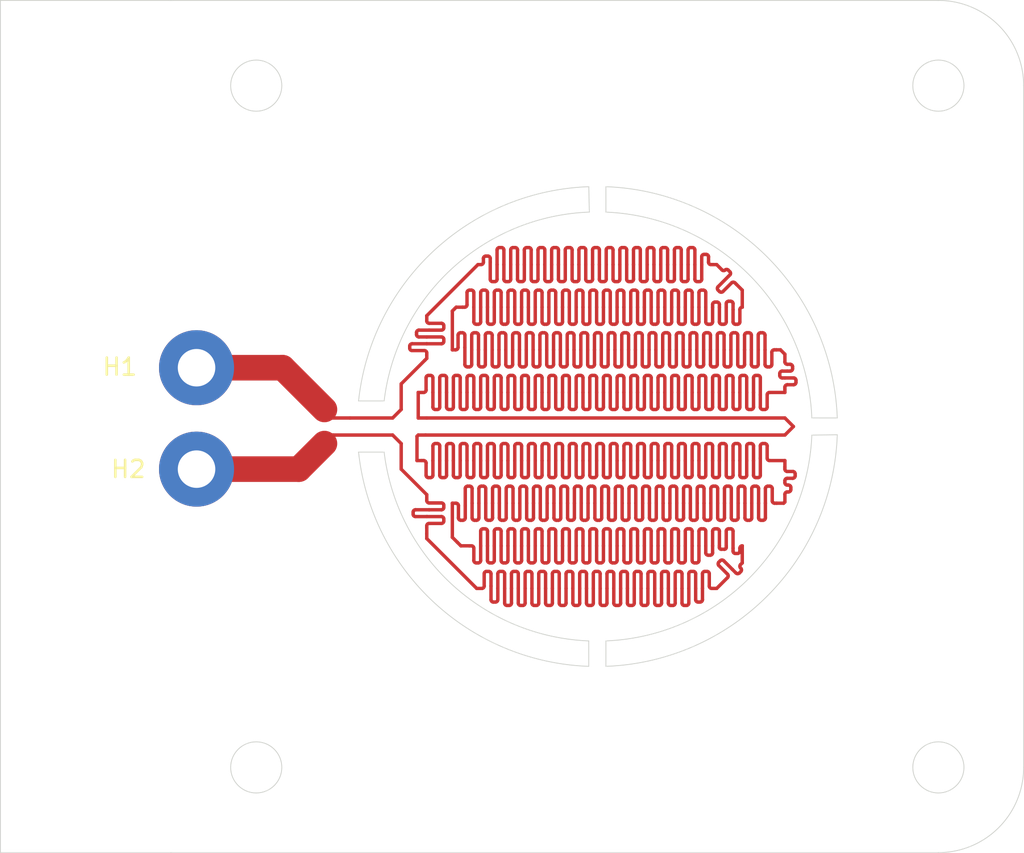
<source format=kicad_pcb>
(kicad_pcb (version 20240108) (generator "pcbnew") (generator_version "8.0")
  (layers (0 "F.Cu" signal) (31 "B.Cu" signal) (34 "B.Paste" user) (35 "F.Paste" user) (36 "B.SilkS" user "B.Silkscreen") (37 "F.SilkS" user "F.Silkscreen") (38 "B.Mask" user) (39 "F.Mask" user) (44 "Edge.Cuts" user))
  (net 0 "")
  (net 1 "/resistance")
  (footprint "MountingHole:MountingHole_2.2mm_M2_Pad" (layer "F.Cu") (at 162 104)
    (property "Reference" "H2")
    (property "Value" "MountingHole_Pad")
  )
  (footprint "MountingHole:MountingHole_2.2mm_M2_Pad" (layer "F.Cu") (at 162 98.05)
    (property "Reference" "H1")
    (property "Value" "MountingHole_Pad")
  )
  (gr_line (start 171 101) (end 169.5 101) (stroke (width 0.2)) (layer "F.Cu") (net 1))
  (gr_line (start 150.5 126.5) (end 160.5 126.5) (stroke (width 0.05)) (layer "Edge.Cuts"))
  (gr_arc (start 210.5 121.5) (mid 209.035534 125.035534) (end 205.5 126.5) (stroke (width 0.05)) (layer "Edge.Cuts"))
  (gr_circle (center 205.5 81.5) (end 207 81.5) (stroke (width 0.05)) (fill none) (layer "Edge.Cuts"))
  (gr_line (start 186.002541 87.428844) (end 186.003185 88.920382) (stroke (width 0.05)) (layer "Edge.Cuts"))
  (gr_circle (center 205.5 121.5) (end 207 121.5) (stroke (width 0.05)) (fill none) (layer "Edge.Cuts"))
  (gr_circle (center 165.5 121.5) (end 167 121.5) (stroke (width 0.05)) (fill none) (layer "Edge.Cuts"))
  (gr_arc (start 184.997459 115.571156) (mid 175.903677 111.803425) (end 171.500001 103) (stroke (width 0.05)) (layer "Edge.Cuts"))
  (gr_line (start 171.500001 103) (end 173 103) (stroke (width 0.05)) (layer "Edge.Cuts"))
  (gr_arc (start 205.5 76.5) (mid 209.035534 77.964466) (end 210.5 81.5) (stroke (width 0.05)) (layer "Edge.Cuts"))
  (gr_arc (start 186.003185 88.920382) (mid 186.502383 88.95029) (end 187 89) (stroke (width 0.05)) (layer "Edge.Cuts"))
  (gr_arc (start 198 103) (mid 194.041674 110.748773) (end 186.003185 114.079618) (stroke (width 0.05)) (layer "Edge.Cuts"))
  (gr_line (start 184.996815 114.079618) (end 184.997459 115.571156) (stroke (width 0.05)) (layer "Edge.Cuts"))
  (gr_line (start 186.002541 115.571156) (end 186.003185 114.079618) (stroke (width 0.05)) (layer "Edge.Cuts"))
  (gr_line (start 205.5 126.5) (end 160.5 126.5) (stroke (width 0.05)) (layer "Edge.Cuts"))
  (gr_arc (start 184.996815 114.079618) (mid 176.958327 110.748773) (end 173 103) (stroke (width 0.05)) (layer "Edge.Cuts"))
  (gr_arc (start 187 89) (mid 194.748773 92.958326) (end 198.079618 100.996815) (stroke (width 0.05)) (layer "Edge.Cuts"))
  (gr_arc (start 186.002541 87.428844) (mid 195.456153 91.543847) (end 199.571156 100.997459) (stroke (width 0.05)) (layer "Edge.Cuts"))
  (gr_line (start 205.5 76.5) (end 160.5 76.5) (stroke (width 0.05)) (layer "Edge.Cuts"))
  (gr_line (start 185 87.428845) (end 185.034035 88.918948) (stroke (width 0.05)) (layer "Edge.Cuts"))
  (gr_arc (start 173 100) (mid 176.972017 92.238601) (end 185.034035 88.918948) (stroke (width 0.05)) (layer "Edge.Cuts"))
  (gr_arc (start 199.571763 101.985233) (mid 195.462274 111.450028) (end 186.002541 115.571156) (stroke (width 0.05)) (layer "Edge.Cuts"))
  (gr_line (start 150.5 76.5) (end 160.5 76.5) (stroke (width 0.05)) (layer "Edge.Cuts"))
  (gr_arc (start 198.079618 102.003185) (mid 198.04971 102.502383) (end 198 103) (stroke (width 0.05)) (layer "Edge.Cuts"))
  (gr_arc (start 171.500091 100.00001) (mid 175.904668 91.195776) (end 185 87.428845) (stroke (width 0.05)) (layer "Edge.Cuts"))
  (gr_line (start 199.571156 100.997459) (end 198.079618 100.996815) (stroke (width 0.05)) (layer "Edge.Cuts"))
  (gr_circle (center 165.5 81.5) (end 167 81.5) (stroke (width 0.05)) (fill none) (layer "Edge.Cuts"))
  (gr_line (start 150.5 76.5) (end 150.5 126.5) (stroke (width 0.05)) (layer "Edge.Cuts"))
  (gr_line (start 171.500001 100) (end 173 100) (stroke (width 0.05)) (layer "Edge.Cuts"))
  (gr_line (start 210.5 121.5) (end 210.5 81.5) (stroke (width 0.05)) (layer "Edge.Cuts"))
  (gr_line (start 198.079618 102.003185) (end 199.571763 101.985233) (stroke (width 0.05)) (layer "Edge.Cuts"))
  (segment (start 181.874588 98) (end 181.994588 98) (width 0.2) (layer "F.Cu") (net 1))
  (segment (start 186.12 93.5) (end 186 93.5) (width 0.2) (layer "F.Cu") (net 1))
  (segment (start 187.46 103.5) (end 187.46 102.64) (width 0.2) (layer "F.Cu") (net 1))
  (segment (start 188.52 107.5) (end 188.4 107.5) (width 0.2) (layer "F.Cu") (net 1))
  (segment (start 189.46 99.5) (end 189.46 98.64) (width 0.2) (layer "F.Cu") (net 1))
  (segment (start 177 94.723687) (end 177 97) (width 0.2) (layer "F.Cu") (net 1))
  (segment (start 183.474588 98) (end 183.594588 98) (width 0.2) (layer "F.Cu") (net 1))
  (segment (start 192.5 111) (end 193.136396 110.363604) (width 0.2) (layer "F.Cu") (net 1))
  (segment (start 187.46 108.5) (end 187.46 109.36) (width 0.2) (layer "F.Cu") (net 1))
  (segment (start 186.66 94.5) (end 186.66 95.36) (width 0.2) (layer "F.Cu") (net 1))
  (segment (start 191.334588 97) (end 191.334588 97.86) (width 0.2) (layer "F.Cu") (net 1))
  (segment (start 183.757421 106) (end 183.757421 106.86) (width 0.2) (layer "F.Cu") (net 1))
  (segment (start 184.66 99.5) (end 184.66 98.64) (width 0.2) (layer "F.Cu") (net 1))
  (segment (start 183.72 93.5) (end 183.6 93.5) (width 0.2) (layer "F.Cu") (net 1))
  (segment (start 189.334588 97) (end 189.334588 96.14) (width 0.2) (layer "F.Cu") (net 1))
  (segment (start 194.934588 97.86) (end 194.934588 97) (width 0.2) (layer "F.Cu") (net 1))
  (segment (start 178.12 98.5) (end 178 98.5) (width 0.2) (layer "F.Cu") (net 1))
  (segment (start 183.334588 97) (end 183.334588 97.86) (width 0.2) (layer "F.Cu") (net 1))
  (segment (start 175.5 107.780652) (end 175.5 108.073242) (width 0.2) (layer "F.Cu") (net 1))
  (segment (start 188.934588 96.14) (end 188.934588 97) (width 0.2) (layer "F.Cu") (net 1))
  (segment (start 186.157421 105.14) (end 186.157421 106) (width 0.2) (layer "F.Cu") (net 1))
  (segment (start 193.46 108.81) (end 193.46 108.64) (width 0.2) (layer "F.Cu") (net 1))
  (segment (start 179.006656 110) (end 179.126656 110) (width 0.2) (layer "F.Cu") (net 1))
  (segment (start 187.666656 111) (end 187.666656 110.14) (width 0.2) (layer "F.Cu") (net 1))
  (segment (start 196.71 104.936758) (end 196.64 104.936758) (width 0.2) (layer "F.Cu") (net 1))
  (segment (start 180.66 103.5) (end 180.66 104.36) (width 0.2) (layer "F.Cu") (net 1))
  (segment (start 189.006656 112) (end 189.126656 112) (width 0.2) (layer "F.Cu") (net 1))
  (segment (start 184.557421 106) (end 184.557421 106.86) (width 0.2) (layer "F.Cu") (net 1))
  (segment (start 187.06 94.5) (end 187.06 93.64) (width 0.2) (layer "F.Cu") (net 1))
  (segment (start 186.26 108.5) (end 186.26 107.64) (width 0.2) (layer "F.Cu") (net 1))
  (segment (start 185.762023 93) (end 185.882023 93) (width 0.2) (layer "F.Cu") (net 1))
  (segment (start 189.46 100.36) (end 189.46 99.5) (width 0.2) (layer "F.Cu") (net 1))
  (segment (start 183.734588 97) (end 183.734588 96.14) (width 0.2) (layer "F.Cu") (net 1))
  (segment (start 193.734588 97) (end 193.734588 97.86) (width 0.2) (layer "F.Cu") (net 1))
  (segment (start 188.92 95.5) (end 188.8 95.5) (width 0.2) (layer "F.Cu") (net 1))
  (segment (start 188.66 109.36) (end 188.66 108.5) (width 0.2) (layer "F.Cu") (net 1))
  (segment (start 189.86 93.64) (end 189.86 94.5) (width 0.2) (layer "F.Cu") (net 1))
  (segment (start 188.866656 111) (end 188.866656 111.86) (width 0.2) (layer "F.Cu") (net 1))
  (segment (start 182.297421 107) (end 182.417421 107) (width 0.2) (layer "F.Cu") (net 1))
  (segment (start 191.074588 96) (end 191.194588 96) (width 0.2) (layer "F.Cu") (net 1))
  (segment (start 184.022023 92) (end 184.022023 92.86) (width 0.2) (layer "F.Cu") (net 1))
  (segment (start 181.32 107.5) (end 181.2 107.5) (width 0.2) (layer "F.Cu") (net 1))
  (segment (start 177.474588 96) (end 177.594588 96) (width 0.2) (layer "F.Cu") (net 1))
  (segment (start 175.2 103.5) (end 174.926758 103.5) (width 0.2) (layer "F.Cu") (net 1))
  (segment (start 194.297421 107) (end 194.417421 107) (width 0.2) (layer "F.Cu") (net 1))
  (segment (start 184.866656 110.14) (end 184.866656 111) (width 0.2) (layer "F.Cu") (net 1))
  (segment (start 186.534588 96.14) (end 186.534588 97) (width 0.2) (layer "F.Cu") (net 1))
  (segment (start 181.32 104.5) (end 181.2 104.5) (width 0.2) (layer "F.Cu") (net 1))
  (segment (start 180.66 108.5) (end 180.66 107.64) (width 0.2) (layer "F.Cu") (net 1))
  (segment (start 181.86 98.64) (end 181.86 99.5) (width 0.2) (layer "F.Cu") (net 1))
  (segment (start 190.66 107.64) (end 190.66 108.5) (width 0.2) (layer "F.Cu") (net 1))
  (segment (start 188.52 104.5) (end 188.4 104.5) (width 0.2) (layer "F.Cu") (net 1))
  (segment (start 187.32 100.5) (end 187.2 100.5) (width 0.2) (layer "F.Cu") (net 1))
  (segment (start 177.897421 105) (end 178.017421 105) (width 0.2) (layer "F.Cu") (net 1))
  (segment (start 197.01 99.049017) (end 196.64 99.049017) (width 0.2) (layer "F.Cu") (net 1))
  (segment (start 196.96 104.136758) (end 196.64 104.136758) (width 0.2) (layer "F.Cu") (net 1))
  (segment (start 182.534588 97) (end 182.534588 97.86) (width 0.2) (layer "F.Cu") (net 1))
  (segment (start 183.362023 93) (end 183.482023 93) (width 0.2) (layer "F.Cu") (net 1))
  (segment (start 185.86 94.5) (end 185.86 95.36) (width 0.2) (layer "F.Cu") (net 1))
  (segment (start 179.357421 106) (end 179.357421 105.14) (width 0.2) (layer "F.Cu") (net 1))
  (segment (start 176.92 100.5) (end 176.8 100.5) (width 0.2) (layer "F.Cu") (net 1))
  (segment (start 192.26 104.36) (end 192.26 103.5) (width 0.2) (layer "F.Cu") (net 1))
  (segment (start 187.762023 91) (end 187.882023 91) (width 0.2) (layer "F.Cu") (net 1))
  (segment (start 181.06 99.5) (end 181.06 100.36) (width 0.2) (layer "F.Cu") (net 1))
  (segment (start 190.866656 111.86) (end 190.866656 111) (width 0.2) (layer "F.Cu") (net 1))
  (segment (start 181.46 109.36) (end 181.46 108.5) (width 0.2) (layer "F.Cu") (net 1))
  (segment (start 190.957421 105.14) (end 190.957421 106) (width 0.2) (layer "F.Cu") (net 1))
  (segment (start 194.697421 105) (end 194.817421 105) (width 0.2) (layer "F.Cu") (net 1))
  (segment (start 180.157421 106.86) (end 180.157421 106) (width 0.2) (layer "F.Cu") (net 1))
  (segment (start 178.12 93.5) (end 178 93.5) (width 0.2) (layer "F.Cu") (net 1))
  (segment (start 189.06 98.64) (end 189.06 99.5) (width 0.2) (layer "F.Cu") (net 1))
  (segment (start 184.022023 91.14) (end 184.022023 92) (width 0.2) (layer "F.Cu") (net 1))
  (segment (start 175.5 97.304515) (end 175.5 97.5) (width 0.2) (layer "F.Cu") (net 1))
  (segment (start 193.32 107.5) (end 193.2 107.5) (width 0.2) (layer "F.Cu") (net 1))
  (segment (start 175.64 106.384625) (end 174.84 106.384625) (width 0.2) (layer "F.Cu") (net 1))
  (segment (start 192.52 104.5) (end 192.4 104.5) (width 0.2) (layer "F.Cu") (net 1))
  (segment (start 184.134588 97) (end 184.134588 97.86) (width 0.2) (layer "F.Cu") (net 1))
  (segment (start 179.86 94.5) (end 179.86 93.64) (width 0.2) (layer "F.Cu") (net 1))
  (segment (start 193.06 108.5) (end 193.06 108.6) (width 0.2) (layer "F.Cu") (net 1))
  (segment (start 193.136397 110.165614) (end 192.627281 109.656498) (width 0.2) (layer "F.Cu") (net 1))
  (segment (start 180.562023 91) (end 180.682023 91) (width 0.2) (layer "F.Cu") (net 1))
  (segment (start 195.474588 98) (end 195.594588 98) (width 0.2) (layer "F.Cu") (net 1))
  (segment (start 184.52 104.5) (end 184.4 104.5) (width 0.2) (layer "F.Cu") (net 1))
  (segment (start 178.674588 98) (end 178.794588 98) (width 0.2) (layer "F.Cu") (net 1))
  (segment (start 175.5 97.5) (end 175.386011 97.613989) (width 0.2) (layer "F.Cu") (net 1))
  (segment (start 184.157421 106) (end 184.157421 105.14) (width 0.2) (layer "F.Cu") (net 1))
  (segment (start 185.72 100.5) (end 185.6 100.5) (width 0.2) (layer "F.Cu") (net 1))
  (segment (start 181.097421 105) (end 181.217421 105) (width 0.2) (layer "F.Cu") (net 1))
  (segment (start 185.06 108.5) (end 185.06 109.36) (width 0.2) (layer "F.Cu") (net 1))
  (segment (start 187.32 109.5) (end 187.2 109.5) (width 0.2) (layer "F.Cu") (net 1))
  (segment (start 191.757421 106) (end 191.757421 106.86) (width 0.2) (layer "F.Cu") (net 1))
  (segment (start 188.206656 112) (end 188.326656 112) (width 0.2) (layer "F.Cu") (net 1))
  (segment (start 187.897421 107) (end 188.017421 107) (width 0.2) (layer "F.Cu") (net 1))
  (segment (start 188.66 108.5) (end 188.66 107.64) (width 0.2) (layer "F.Cu") (net 1))
  (segment (start 177.32 98.5) (end 177.2 98.5) (width 0.2) (layer "F.Cu") (net 1))
  (segment (start 179.06 109.36) (end 179.06 108.5) (width 0.2) (layer "F.Cu") (net 1))
  (segment (start 179.06 102.64) (end 179.06 103.5) (width 0.2) (layer "F.Cu") (net 1))
  (segment (start 181.06 104.36) (end 181.06 103.5) (width 0.2) (layer "F.Cu") (net 1))
  (segment (start 173.5 101) (end 171 101) (width 0.2) (layer "F.Cu") (net 1))
  (segment (start 187.497421 105) (end 187.617421 105) (width 0.2) (layer "F.Cu") (net 1))
  (segment (start 180.26 104.36) (end 180.26 103.5) (width 0.2) (layer "F.Cu") (net 1))
  (segment (start 191.622023 92) (end 191.622023 91.54) (width 0.2) (layer "F.Cu") (net 1))
  (segment (start 188.422023 92) (end 188.422023 91.14) (width 0.2) (layer "F.Cu") (net 1))
  (segment (start 192.12 95.5) (end 192 95.5) (width 0.2) (layer "F.Cu") (net 1))
  (segment (start 185.334588 97) (end 185.334588 96.14) (width 0.2) (layer "F.Cu") (net 1))
  (segment (start 180.12 102.5) (end 180 102.5) (width 0.2) (layer "F.Cu") (net 1))
  (segment (start 187.86 99.5) (end 187.86 98.64) (width 0.2) (layer "F.Cu") (net 1))
  (segment (start 179.32 109.5) (end 179.2 109.5) (width 0.2) (layer "F.Cu") (net 1))
  (segment (start 186.557421 106.86) (end 186.557421 106) (width 0.2) (layer "F.Cu") (net 1))
  (segment (start 189.097421 105) (end 189.217421 105) (width 0.2) (layer "F.Cu") (net 1))
  (segment (start 179.46 107.64) (end 179.46 108.5) (width 0.2) (layer "F.Cu") (net 1))
  (segment (start 187.406656 112) (end 187.526656 112) (width 0.2) (layer "F.Cu") (net 1))
  (segment (start 184.12 102.5) (end 184 102.5) (width 0.2) (layer "F.Cu") (net 1))
  (segment (start 187.622023 92.86) (end 187.622023 92) (width 0.2) (layer "F.Cu") (net 1))
  (segment (start 193.17175 92.318198) (end 193.277816 92.424264) (width 0.2) (layer "F.Cu") (net 1))
  (segment (start 191.46 98.64) (end 191.46 99.5) (width 0.2) (layer "F.Cu") (net 1))
  (segment (start 195.06 100.36) (end 195.06 99.64) (width 0.2) (layer "F.Cu") (net 1))
  (segment (start 178.557421 106) (end 178.557421 105.14) (width 0.2) (layer "F.Cu") (net 1))
  (segment (start 192.12 100.5) (end 192 100.5) (width 0.2) (layer "F.Cu") (net 1))
  (segment (start 176.36 107.184625) (end 175.64 107.184625) (width 0.2) (layer "F.Cu") (net 1))
  (segment (start 189.334588 97.86) (end 189.334588 97) (width 0.2) (layer "F.Cu") (net 1))
  (segment (start 178.92 98.5) (end 178.8 98.5) (width 0.2) (layer "F.Cu") (net 1))
  (segment (start 193.72 102.5) (end 193.6 102.5) (width 0.2) (layer "F.Cu") (net 1))
  (segment (start 186.557421 106) (end 186.557421 105.14) (width 0.2) (layer "F.Cu") (net 1))
  (segment (start 190.934588 97.86) (end 190.934588 97) (width 0.2) (layer "F.Cu") (net 1))
  (segment (start 187.46 98.64) (end 187.46 99.5) (width 0.2) (layer "F.Cu") (net 1))
  (segment (start 193.757421 106.86) (end 193.757421 106) (width 0.2) (layer "F.Cu") (net 1))
  (segment (start 196.5 99.5) (end 195.6 99.5) (width 0.2) (layer "F.Cu") (net 1))
  (segment (start 186.066656 111.86) (end 186.066656 111) (width 0.2) (layer "F.Cu") (net 1))
  (segment (start 192.581317 93.49553) (end 192.666169 93.580382) (width 0.2) (layer "F.Cu") (net 1))
  (segment (start 188.534588 97.86) (end 188.534588 97) (width 0.2) (layer "F.Cu") (net 1))
  (segment (start 193.86 104.36) (end 193.86 103.5) (width 0.2) (layer "F.Cu") (net 1))
  (segment (start 182.466656 110.14) (end 182.466656 111) (width 0.2) (layer "F.Cu") (net 1))
  (segment (start 178.26 95.36) (end 178.26 94.5) (width 0.2) (layer "F.Cu") (net 1))
  (segment (start 186.26 102.64) (end 186.26 103.5) (width 0.2) (layer "F.Cu") (net 1))
  (segment (start 193.46 108.64) (end 193.46 107.64) (width 0.2) (layer "F.Cu") (net 1))
  (segment (start 191.06 109.36) (end 191.06 108.5) (width 0.2) (layer "F.Cu") (net 1))
  (segment (start 184.674588 96) (end 184.794588 96) (width 0.2) (layer "F.Cu") (net 1))
  (segment (start 184.26 98.64) (end 184.26 99.5) (width 0.2) (layer "F.Cu") (net 1))
  (segment (start 181.334588 97) (end 181.334588 96.14) (width 0.2) (layer "F.Cu") (net 1))
  (segment (start 193.334588 97) (end 193.334588 96.14) (width 0.2) (layer "F.Cu") (net 1))
  (segment (start 187.222023 92) (end 187.222023 92.86) (width 0.2) (layer "F.Cu") (net 1))
  (segment (start 181.222023 92) (end 181.222023 91.14) (width 0.2) (layer "F.Cu") (net 1))
  (segment (start 179.362023 93) (end 179.482023 93) (width 0.2) (layer "F.Cu") (net 1))
  (segment (start 195.06 99.64) (end 195.06 98.64) (width 0.2) (layer "F.Cu") (net 1))
  (segment (start 178.66 98.64) (end 178.66 99.5) (width 0.2) (layer "F.Cu") (net 1))
  (segment (start 189.86 107.64) (end 189.86 108.5) (width 0.2) (layer "F.Cu") (net 1))
  (segment (start 185.86 103.5) (end 185.86 102.64) (width 0.2) (layer "F.Cu") (net 1))
  (segment (start 188.674588 96) (end 188.794588 96) (width 0.2) (layer "F.Cu") (net 1))
  (segment (start 187.86 108.5) (end 187.86 107.64) (width 0.2) (layer "F.Cu") (net 1))
  (segment (start 191.86 94.5) (end 191.86 93.64) (width 0.2) (layer "F.Cu") (net 1))
  (segment (start 183.222023 92) (end 183.222023 92.86) (width 0.2) (layer "F.Cu") (net 1))
  (segment (start 190.297421 107) (end 190.417421 107) (width 0.2) (layer "F.Cu") (net 1))
  (segment (start 196.64 105.336758) (end 196.71 105.336758) (width 0.2) (layer "F.Cu") (net 1))
  (segment (start 178.957421 106) (end 178.957421 106.86) (width 0.2) (layer "F.Cu") (net 1))
  (segment (start 175.5 105.5) (end 175.5 105.844625) (width 0.2) (layer "F.Cu") (net 1))
  (segment (start 184.66 94.5) (end 184.66 93.64) (width 0.2) (layer "F.Cu") (net 1))
  (segment (start 183.666656 111) (end 183.666656 110.14) (width 0.2) (layer "F.Cu") (net 1))
  (segment (start 176.36 96.644515) (end 175.5 96.644515) (width 0.2) (layer "F.Cu") (net 1))
  (segment (start 186.466656 110.14) (end 186.466656 111) (width 0.2) (layer "F.Cu") (net 1))
  (segment (start 184.66 102.64) (end 184.66 103.5) (width 0.2) (layer "F.Cu") (net 1))
  (segment (start 193.46 102.64) (end 193.46 103.5) (width 0.2) (layer "F.Cu") (net 1))
  (segment (start 184.562023 91) (end 184.682023 91) (width 0.2) (layer "F.Cu") (net 1))
  (segment (start 190.26 100.36) (end 190.26 99.5) (width 0.2) (layer "F.Cu") (net 1))
  (segment (start 184.934588 97) (end 184.934588 97.86) (width 0.2) (layer "F.Cu") (net 1))
  (segment (start 184.66 95.36) (end 184.66 94.5) (width 0.2) (layer "F.Cu") (net 1))
  (segment (start 181.06 107.64) (end 181.06 108.5) (width 0.2) (layer "F.Cu") (net 1))
  (segment (start 178.12 104.5) (end 178 104.5) (width 0.2) (layer "F.Cu") (net 1))
  (segment (start 189.32 107.5) (end 189.2 107.5) (width 0.2) (layer "F.Cu") (net 1))
  (segment (start 188.66 99.5) (end 188.66 98.64) (width 0.2) (layer "F.Cu") (net 1))
  (segment (start 181.46 94.5) (end 181.46 93.64) (width 0.2) (layer "F.Cu") (net 1))
  (segment (start 182.26 99.5) (end 182.26 98.64) (width 0.2) (layer "F.Cu") (net 1))
  (segment (start 189.32 104.5) (end 189.2 104.5) (width 0.2) (layer "F.Cu") (net 1))
  (segment (start 191.32 109.5) (end 191.2 109.5) (width 0.2) (layer "F.Cu") (net 1))
  (segment (start 190.674588 98) (end 190.794588 98) (width 0.2) (layer "F.Cu") (net 1))
  (segment (start 178.66 103.5) (end 178.66 102.64) (width 0.2) (layer "F.Cu") (net 1))
  (segment (start 170 102) (end 173.5 102) (width 0.2) (layer "F.Cu") (net 1))
  (segment (start 182.92 104.5) (end 182.8 104.5) (width 0.2) (layer "F.Cu") (net 1))
  (segment (start 185.757421 106.86) (end 185.757421 106) (width 0.2) (layer "F.Cu") (net 1))
  (segment (start 189.46 95.36) (end 189.46 94.5) (width 0.2) (layer "F.Cu") (net 1))
  (segment (start 184.92 95.5) (end 184.8 95.5) (width 0.2) (layer "F.Cu") (net 1))
  (segment (start 188.157421 106.86) (end 188.157421 106) (width 0.2) (layer "F.Cu") (net 1))
  (segment (start 185.622023 91.14) (end 185.622023 92) (width 0.2) (layer "F.Cu") (net 1))
  (segment (start 188.66 102.64) (end 188.66 103.5) (width 0.2) (layer "F.Cu") (net 1))
  (segment (start 194.957421 106) (end 194.957421 106.86) (width 0.2) (layer "F.Cu") (net 1))
  (segment (start 191.357421 106) (end 191.357421 105.14) (width 0.2) (layer "F.Cu") (net 1))
  (segment (start 192.066656 110.14) (end 192.066656 110.86) (width 0.2) (layer "F.Cu") (net 1))
  (segment (start 188.066656 111) (end 188.066656 111.86) (width 0.2) (layer "F.Cu") (net 1))
  (segment (start 182.66 103.5) (end 182.66 102.64) (width 0.2) (layer "F.Cu") (net 1))
  (segment (start 186.26 99.5) (end 186.26 98.64) (width 0.2) (layer "F.Cu") (net 1))
  (segment (start 180.557421 106) (end 180.557421 106.86) (width 0.2) (layer "F.Cu") (net 1))
  (segment (start 187.72 98.5) (end 187.6 98.5) (width 0.2) (layer "F.Cu") (net 1))
  (segment (start 189.46 102.64) (end 189.46 103.5) (width 0.2) (layer "F.Cu") (net 1))
  (segment (start 190.534588 96.14) (end 190.534588 97) (width 0.2) (layer "F.Cu") (net 1))
  (segment (start 175.2 99.5) (end 175 99.5) (width 0.2) (layer "F.Cu") (net 1))
  (segment (start 178.26 99.5) (end 178.26 98.64) (width 0.2) (layer "F.Cu") (net 1))
  (segment (start 186.934588 97.86) (end 186.934588 97) (width 0.2) (layer "F.Cu") (net 1))
  (segment (start 189.72 109.5) (end 189.6 109.5) (width 0.2) (layer "F.Cu") (net 1))
  (segment (start 181.32 93.5) (end 181.2 93.5) (width 0.2) (layer "F.Cu") (net 1))
  (segment (start 179.72 93.5) (end 179.6 93.5) (width 0.2) (layer "F.Cu") (net 1))
  (segment (start 189.266656 111.86) (end 189.266656 111) (width 0.2) (layer "F.Cu") (net 1))
  (segment (start 176.66 103.5) (end 176.66 104.36) (width 0.2) (layer "F.Cu") (net 1))
  (segment (start 177.757421 106.86) (end 177.757421 106.14) (width 0.2) (layer "F.Cu") (net 1))
  (segment (start 191.734588 97) (end 191.734588 96.14) (width 0.2) (layer "F.Cu") (net 1))
  (segment (start 194.66 103.5) (end 194.66 102.64) (width 0.2) (layer "F.Cu") (net 1))
  (segment (start 180.26 107.64) (end 180.26 108.5) (width 0.2) (layer "F.Cu") (net 1))
  (segment (start 183.06 99.5) (end 183.06 98.64) (width 0.2) (layer "F.Cu") (net 1))
  (segment (start 185.86 107.64) (end 185.86 108.5) (width 0.2) (layer "F.Cu") (net 1))
  (segment (start 194.26 100.36) (end 194.26 99.5) (width 0.2) (layer "F.Cu") (net 1))
  (segment (start 190.466656 110.14) (end 190.466656 111) (width 0.2) (layer "F.Cu") (net 1))
  (segment (start 176.26 103.5) (end 176.26 102.64) (width 0.2) (layer "F.Cu") (net 1))
  (segment (start 180.297421 105) (end 180.417421 105) (width 0.2) (layer "F.Cu") (net 1))
  (segment (start 188.26 103.5) (end 188.26 102.64) (width 0.2) (layer "F.Cu") (net 1))
  (segment (start 179.06 100.36) (end 179.06 99.5) (width 0.2) (layer "F.Cu") (net 1))
  (segment (start 187.222023 91.14) (end 187.222023 92) (width 0.2) (layer "F.Cu") (net 1))
  (segment (start 194.957421 105.14) (end 194.957421 106) (width 0.2) (layer "F.Cu") (net 1))
  (segment (start 191.72 98.5) (end 191.6 98.5) (width 0.2) (layer "F.Cu") (net 1))
  (segment (start 179.06 108.5) (end 179.06 107.64) (width 0.2) (layer "F.Cu") (net 1))
  (segment (start 187.32 102.5) (end 187.2 102.5) (width 0.2) (layer "F.Cu") (net 1))
  (segment (start 189.86 94.5) (end 189.86 95.36) (width 0.2) (layer "F.Cu") (net 1))
  (segment (start 184.26 107.64) (end 184.26 108.5) (width 0.2) (layer "F.Cu") (net 1))
  (segment (start 186.66 107.64) (end 186.66 108.5) (width 0.2) (layer "F.Cu") (net 1))
  (segment (start 186.466656 111) (end 186.466656 111.86) (width 0.2) (layer "F.Cu") (net 1))
  (segment (start 179.666656 111.66) (end 179.666656 111) (width 0.2) (layer "F.Cu") (net 1))
  (segment (start 180.866656 110.14) (end 180.866656 111) (width 0.2) (layer "F.Cu") (net 1))
  (segment (start 180.934588 96.14) (end 180.934588 97) (width 0.2) (layer "F.Cu") (net 1))
  (segment (start 186.92 98.5) (end 186.8 98.5) (width 0.2) (layer "F.Cu") (net 1))
  (segment (start 192.52 94.2) (end 192.4 94.2) (width 0.2) (layer "F.Cu") (net 1))
  (segment (start 178.297421 107) (end 178.417421 107) (width 0.2) (layer "F.Cu") (net 1))
  (segment (start 193.277816 92.60104) (end 193.189428 92.689429) (width 0.2) (layer "F.Cu") (net 1))
  (segment (start 179.266656 110.86) (end 179.266656 111.66) (width 0.2) (layer "F.Cu") (net 1))
  (segment (start 175.32 99.5) (end 175.2 99.5) (width 0.2) (layer "F.Cu") (net 1))
  (segment (start 196.5 99.189017) (end 196.5 99.309017) (width 0.2) (layer "F.Cu") (net 1))
  (segment (start 179.334588 96.14) (end 179.334588 97) (width 0.2) (layer "F.Cu") (net 1))
  (segment (start 182.66 107.64) (end 182.66 108.5) (width 0.2) (layer "F.Cu") (net 1))
  (segment (start 184.134588 96.14) (end 184.134588 97) (width 0.2) (layer "F.Cu") (net 1))
  (segment (start 179.734588 97) (end 179.734588 96.14) (width 0.2) (layer "F.Cu") (net 1))
  (segment (start 191.222023 92) (end 191.222023 92.86) (width 0.2) (layer "F.Cu") (net 1))
  (segment (start 191.666656 111) (end 191.666656 110.14) (width 0.2) (layer "F.Cu") (net 1))
  (segment (start 176.5 106.124625) (end 176.5 106.244625) (width 0.2) (layer "F.Cu") (net 1))
  (segment (start 187.334588 96.14) (end 187.334588 97) (width 0.2) (layer "F.Cu") (net 1))
  (segment (start 178.866656 110.86) (end 178.866656 110.14) (width 0.2) (layer "F.Cu") (net 1))
  (segment (start 185.06 107.64) (end 185.06 108.5) (width 0.2) (layer "F.Cu") (net 1))
  (segment (start 180.934588 97) (end 180.934588 97.86) (width 0.2) (layer "F.Cu") (net 1))
  (segment (start 189.86 98.64) (end 189.86 99.5) (width 0.2) (layer "F.Cu") (net 1))
  (segment (start 181.46 108.5) (end 181.46 107.64) (width 0.2) (layer "F.Cu") (net 1))
  (segment (start 179.762023 91) (end 179.882023 91) (width 0.2) (layer "F.Cu") (net 1))
  (segment (start 183.666656 111.86) (end 183.666656 111) (width 0.2) (layer "F.Cu") (net 1))
  (segment (start 179.72 104.5) (end 179.6 104.5) (width 0.2) (layer "F.Cu") (net 1))
  (segment (start 190.12 93.5) (end 190 93.5) (width 0.2) (layer "F.Cu") (net 1))
  (segment (start 182.934588 97.86) (end 182.934588 97) (width 0.2) (layer "F.Cu") (net 1))
  (segment (start 190.162023 91) (end 190.282023 91) (width 0.2) (layer "F.Cu") (net 1))
  (segment (start 189.72 95.5) (end 189.6 95.5) (width 0.2) (layer "F.Cu") (net 1))
  (segment (start 182.557421 106.86) (end 182.557421 106) (width 0.2) (layer "F.Cu") (net 1))
  (segment (start 193.86 108.64) (end 193.86 108.81) (width 0.2) (layer "F.Cu") (net 1))
  (segment (start 180.52 107.5) (end 180.4 107.5) (width 0.2) (layer "F.Cu") (net 1))
  (segment (start 175.5 108.073242) (end 178.426758 111) (width 0.2) (layer "F.Cu") (net 1))
  (segment (start 182.66 104.36) (end 182.66 103.5) (width 0.2) (layer "F.Cu") (net 1))
  (segment (start 184.466656 111.86) (end 184.466656 111) (width 0.2) (layer "F.Cu") (net 1))
  (segment (start 175.72 98.5) (end 175.6 98.5) (width 0.2) (layer "F.Cu") (net 1))
  (segment (start 182.66 93.64) (end 182.66 94.5) (width 0.2) (layer "F.Cu") (net 1))
  (segment (start 178.52 100.5) (end 178.4 100.5) (width 0.2) (layer "F.Cu") (net 1))
  (segment (start 182.957421 106) (end 182.957421 106.86) (width 0.2) (layer "F.Cu") (net 1))
  (segment (start 175 99.555225) (end 175 101) (width 0.2) (layer "F.Cu") (net 1))
  (segment (start 185.666656 111) (end 185.666656 111.86) (width 0.2) (layer "F.Cu") (net 1))
  (segment (start 176.12 100.5) (end 176 100.5) (width 0.2) (layer "F.Cu") (net 1))
  (segment (start 194.26 102.64) (end 194.26 103.5) (width 0.2) (layer "F.Cu") (net 1))
  (segment (start 177.06 104.36) (end 177.06 103.5) (width 0.2) (layer "F.Cu") (net 1))
  (segment (start 190.934588 97) (end 190.934588 96.14) (width 0.2) (layer "F.Cu") (net 1))
  (segment (start 187.334588 97) (end 187.334588 97.86) (width 0.2) (layer "F.Cu") (net 1))
  (segment (start 184.422023 92) (end 184.422023 91.14) (width 0.2) (layer "F.Cu") (net 1))
  (segment (start 190.52 100.5) (end 190.4 100.5) (width 0.2) (layer "F.Cu") (net 1))
  (segment (start 178.157421 105.14) (end 178.157421 106) (width 0.2) (layer "F.Cu") (net 1))
  (segment (start 190.12 107.5) (end 190 107.5) (width 0.2) (layer "F.Cu") (net 1))
  (segment (start 191.734588 97.86) (end 191.734588 97) (width 0.2) (layer "F.Cu") (net 1))
  (segment (start 183.06 109.36) (end 183.06 108.5) (width 0.2) (layer "F.Cu") (net 1))
  (segment (start 183.32 95.5) (end 183.2 95.5) (width 0.2) (layer "F.Cu") (net 1))
  (segment (start 188.66 95.36) (end 188.66 94.5) (width 0.2) (layer "F.Cu") (net 1))
  (segment (start 184.162023 93) (end 184.282023 93) (width 0.2) (layer "F.Cu") (net 1))
  (segment (start 187.734588 97.86) (end 187.734588 97) (width 0.2) (layer "F.Cu") (net 1))
  (segment (start 191.06 100.36) (end 191.06 99.5) (width 0.2) (layer "F.Cu") (net 1))
  (segment (start 180.957421 106) (end 180.957421 105.14) (width 0.2) (layer "F.Cu") (net 1))
  (segment (start 188.274588 98) (end 188.394588 98) (width 0.2) (layer "F.Cu") (net 1))
  (segment (start 182.274588 96) (end 182.394588 96) (width 0.2) (layer "F.Cu") (net 1))
  (segment (start 181.32 98.5) (end 181.2 98.5) (width 0.2) (layer "F.Cu") (net 1))
  (segment (start 192.66 102.64) (end 192.66 103.5) (width 0.2) (layer "F.Cu") (net 1))
  (segment (start 186.534588 97) (end 186.534588 97.86) (width 0.2) (layer "F.Cu") (net 1))
  (segment (start 184.934588 96.14) (end 184.934588 97) (width 0.2) (layer "F.Cu") (net 1))
  (segment (start 179.406656 111.8) (end 179.526656 111.8) (width 0.2) (layer "F.Cu") (net 1))
  (segment (start 180.52 104.5) (end 180.4 104.5) (width 0.2) (layer "F.Cu") (net 1))
  (segment (start 179.86 102.64) (end 179.86 103.5) (width 0.2) (layer "F.Cu") (net 1))
  (segment (start 186.52 102.5) (end 186.4 102.5) (width 0.2) (layer "F.Cu") (net 1))
  (segment (start 179.86 108.5) (end 179.86 107.64) (width 0.2) (layer "F.Cu") (net 1))
  (segment (start 180.92 109.5) (end 180.8 109.5) (width 0.2) (layer "F.Cu") (net 1))
  (segment (start 182.466656 111) (end 182.466656 111.86) (width 0.2) (layer "F.Cu") (net 1))
  (segment (start 177.334588 96.86) (end 177.334588 96.14) (width 0.2) (layer "F.Cu") (net 1))
  (segment (start 183.86 109.36) (end 183.86 108.5) (width 0.2) (layer "F.Cu") (net 1))
  (segment (start 185.72 95.5) (end 185.6 95.5) (width 0.2) (layer "F.Cu") (net 1))
  (segment (start 190.26 94.5) (end 190.26 93.64) (width 0.2) (layer "F.Cu") (net 1))
  (segment (start 193.72 108.95) (end 193.6 108.95) (width 0.2) (layer "F.Cu") (net 1))
  (segment (start 185.222023 92.86) (end 185.222023 92) (width 0.2) (layer "F.Cu") (net 1))
  (segment (start 191.357421 106.86) (end 191.357421 106) (width 0.2) (layer "F.Cu") (net 1))
  (segment (start 195.06 102.64) (end 195.06 103.36) (width 0.2) (layer "F.Cu") (net 1))
  (segment (start 184.822023 92) (end 184.822023 92.86) (width 0.2) (layer "F.Cu") (net 1))
  (segment (start 185.46 103.5) (end 185.46 104.36) (width 0.2) (layer "F.Cu") (net 1))
  (segment (start 177.86 99.5) (end 177.86 100.36) (width 0.2) (layer "F.Cu") (net 1))
  (segment (start 183.86 95.36) (end 183.86 94.5) (width 0.2) (layer "F.Cu") (net 1))
  (segment (start 180.66 100.36) (end 180.66 99.5) (width 0.2) (layer "F.Cu") (net 1))
  (segment (start 186.422023 91.14) (end 186.422023 92) (width 0.2) (layer "F.Cu") (net 1))
  (segment (start 182.66 94.5) (end 182.66 95.36) (width 0.2) (layer "F.Cu") (net 1))
  (segment (start 189.86 108.5) (end 189.86 109.36) (width 0.2) (layer "F.Cu") (net 1))
  (segment (start 192.162023 92) (end 192.282023 92) (width 0.2) (layer "F.Cu") (net 1))
  (segment (start 182.066656 111.86) (end 182.066656 111) (width 0.2) (layer "F.Cu") (net 1))
  (segment (start 190.206656 110) (end 190.326656 110) (width 0.2) (layer "F.Cu") (net 1))
  (segment (start 186.066656 111) (end 186.066656 110.14) (width 0.2) (layer "F.Cu") (net 1))
  (segment (start 185.406656 110) (end 185.526656 110) (width 0.2) (layer "F.Cu") (net 1))
  (segment (start 185.362023 91) (end 185.482023 91) (width 0.2) (layer "F.Cu") (net 1))
  (segment (start 181.334588 97.86) (end 181.334588 97) (width 0.2) (layer "F.Cu") (net 1))
  (segment (start 180.422023 92) (end 180.422023 91.14) (width 0.2) (layer "F.Cu") (net 1))
  (segment (start 181.357421 106) (end 181.357421 106.86) (width 0.2) (layer "F.Cu") (net 1))
  (segment (start 188.866656 110.14) (end 188.866656 111) (width 0.2) (layer "F.Cu") (net 1))
  (segment (start 180.66 102.64) (end 180.66 103.5) (width 0.2) (layer "F.Cu") (net 1))
  (segment (start 177.46 100.36) (end 177.46 99.5) (width 0.2) (layer "F.Cu") (net 1))
  (segment (start 180.12 95.5) (end 180 95.5) (width 0.2) (layer "F.Cu") (net 1))
  (segment (start 181.06 98.64) (end 181.06 99.5) (width 0.2) (layer "F.Cu") (net 1))
  (segment (start 185.86 104.36) (end 185.86 103.5) (width 0.2) (layer "F.Cu") (net 1))
  (segment (start 184.12 95.5) (end 184 95.5) (width 0.2) (layer "F.Cu") (net 1))
  (segment (start 190.92 107.5) (end 190.8 107.5) (width 0.2) (layer "F.Cu") (net 1))
  (segment (start 185.46 102.64) (end 185.46 103.5) (width 0.2) (layer "F.Cu") (net 1))
  (segment (start 191.474588 98) (end 191.594588 98) (width 0.2) (layer "F.Cu") (net 1))
  (segment (start 177.734588 96.14) (end 177.734588 96.86) (width 0.2) (layer "F.Cu") (net 1))
  (segment (start 183.46 104.36) (end 183.46 103.5) (width 0.2) (layer "F.Cu") (net 1))
  (segment (start 181.86 103.5) (end 181.86 102.64) (width 0.2) (layer "F.Cu") (net 1))
  (segment (start 187.86 103.5) (end 187.86 104.36) (width 0.2) (layer "F.Cu") (net 1))
  (segment (start 194.134588 97) (end 194.134588 96.14) (width 0.2) (layer "F.Cu") (net 1))
  (segment (start 192.52 107.5) (end 192.4 107.5) (width 0.2) (layer "F.Cu") (net 1))
  (segment (start 189.06 94.5) (end 189.06 95.36) (width 0.2) (layer "F.Cu") (net 1))
  (segment (start 183.72 98.5) (end 183.6 98.5) (width 0.2) (layer "F.Cu") (net 1))
  (segment (start 181.757421 106.86) (end 181.757421 106) (width 0.2) (layer "F.Cu") (net 1))
  (segment (start 195.074588 96) (end 195.194588 96) (width 0.2) (layer "F.Cu") (net 1))
  (segment (start 189.32 93.5) (end 189.2 93.5) (width 0.2) (layer "F.Cu") (net 1))
  (segment (start 188.606656 110) (end 188.726656 110) (width 0.2) (layer "F.Cu") (net 1))
  (segment (start 190.134588 97.86) (end 190.134588 97) (width 0.2) (layer "F.Cu") (net 1))
  (segment (start 162 98.05) (end 167.05 98.05) (width 1.5) (layer "F.Cu") (net 1))
  (segment (start 181.06 103.5) (end 181.06 102.64) (width 0.2) (layer "F.Cu") (net 1))
  (segment (start 188.697421 107) (end 188.817421 107) (width 0.2) (layer "F.Cu") (net 1))
  (segment (start 181.46 100.36) (end 181.46 99.5) (width 0.2) (layer "F.Cu") (net 1))
  (segment (start 180.66 95.36) (end 180.66 94.5) (width 0.2) (layer "F.Cu") (net 1))
  (segment (start 179.06 94.5) (end 179.06 93.64) (width 0.2) (layer "F.Cu") (net 1))
  (segment (start 185.806656 112) (end 185.926656 112) (width 0.2) (layer "F.Cu") (net 1))
  (segment (start 187.86 102.64) (end 187.86 103.5) (width 0.2) (layer "F.Cu") (net 1))
  (segment (start 187.006656 110) (end 187.126656 110) (width 0.2) (layer "F.Cu") (net 1))
  (segment (start 186.66 99.5) (end 186.66 100.36) (width 0.2) (layer "F.Cu") (net 1))
  (segment (start 177.874588 98) (end 177.994588 98) (width 0.2) (layer "F.Cu") (net 1))
  (segment (start 188.022023 91.14) (end 188.022023 92) (width 0.2) (layer "F.Cu") (net 1))
  (segment (start 191.46 107.64) (end 191.46 108.5) (width 0.2) (layer "F.Cu") (net 1))
  (segment (start 193.914211 109.812061) (end 193.900068 109.797918) (width 0.2) (layer "F.Cu") (net 1))
  (segment (start 191.757421 105.14) (end 191.757421 106) (width 0.2) (layer "F.Cu") (net 1))
  (segment (start 179.357421 106.86) (end 179.357421 106) (width 0.2) (layer "F.Cu") (net 1))
  (segment (start 185.734588 97) (end 185.734588 97.86) (width 0.2) (layer "F.Cu") (net 1))
  (segment (start 184.557421 105.14) (end 184.557421 106) (width 0.2) (layer "F.Cu") (net 1))
  (segment (start 188.26 99.5) (end 188.26 100.36) (width 0.2) (layer "F.Cu") (net 1))
  (segment (start 177.5 108.5) (end 177.295085 108.295085) (width 0.2) (layer "F.Cu") (net 1))
  (segment (start 181.734588 96.14) (end 181.734588 97) (width 0.2) (layer "F.Cu") (net 1))
  (segment (start 188.12 109.5) (end 188 109.5) (width 0.2) (layer "F.Cu") (net 1))
  (segment (start 190.157421 105.14) (end 190.157421 106) (width 0.2) (layer "F.Cu") (net 1))
  (segment (start 187.86 100.36) (end 187.86 99.5) (width 0.2) (layer "F.Cu") (net 1))
  (segment (start 187.06 108.5) (end 187.06 107.64) (width 0.2) (layer "F.Cu") (net 1))
  (segment (start 187.474588 98) (end 187.594588 98) (width 0.2) (layer "F.Cu") (net 1))
  (segment (start 183.46 98.64) (end 183.46 99.5) (width 0.2) (layer "F.Cu") (net 1))
  (segment (start 178.52 109.5) (end 178.4 109.5) (width 0.2) (layer "F.Cu") (net 1))
  (segment (start 183.72 107.5) (end 183.6 107.5) (width 0.2) (layer "F.Cu") (net 1))
  (segment (start 191.222023 91.14) (end 191.222023 92) (width 0.2) (layer "F.Cu") (net 1))
  (segment (start 192.26 99.5) (end 192.26 100.36) (width 0.2) (layer "F.Cu") (net 1))
  (segment (start 182.12 98.5) (end 182 98.5) (width 0.2) (layer "F.Cu") (net 1))
  (segment (start 183.86 103.5) (end 183.86 104.36) (width 0.2) (layer "F.Cu") (net 1))
  (segment (start 175 101) (end 175.5 101) (width 0.2) (layer "F.Cu") (net 1))
  (segment (start 183.32 109.5) (end 183.2 109.5) (width 0.2) (layer "F.Cu") (net 1))
  (segment (start 187.734588 97) (end 187.734588 96.14) (width 0.2) (layer "F.Cu") (net 1))
  (segment (start 178.26 102.64) (end 178.26 103.5) (width 0.2) (layer "F.Cu") (net 1))
  (segment (start 186.52 100.5) (end 186.4 100.5) (width 0.2) (layer "F.Cu") (net 1))
  (segment (start 180.066656 111) (end 180.066656 111.86) (width 0.2) (layer "F.Cu") (net 1))
  (segment (start 182.962023 91) (end 183.082023 91) (width 0.2) (layer "F.Cu") (net 1))
  (segment (start 176.5 106.924625) (end 176.5 107.044625) (width 0.2) (layer "F.Cu") (net 1))
  (segment (start 185.357421 105.14) (end 185.357421 106) (width 0.2) (layer "F.Cu") (net 1))
  (segment (start 180.822023 92) (end 180.822023 92.86) (width 0.2) (layer "F.Cu") (net 1))
  (segment (start 185.86 93.64) (end 185.86 94.5) (width 0.2) (layer "F.Cu") (net 1))
  (segment (start 186.92 107.5) (end 186.8 107.5) (width 0.2) (layer "F.Cu") (net 1))
  (segment (start 179.32 100.5) (end 179.2 100.5) (width 0.2) (layer "F.Cu") (net 1))
  (segment (start 179.46 103.5) (end 179.46 102.64) (width 0.2) (layer "F.Cu") (net 1))
  (segment (start 184.422023 92.86) (end 184.422023 92) (width 0.2) (layer "F.Cu") (net 1))
  (segment (start 178.682023 92) (end 178.5 92) (width 0.2) (layer "F.Cu") (net 1))
  (segment (start 189.86 99.5) (end 189.86 100.36) (width 0.2) (layer "F.Cu") (net 1))
  (segment (start 193.86 99.5) (end 193.86 100.36) (width 0.2) (layer "F.Cu") (net 1))
  (segment (start 196.2 98.389017) (end 196.2 98.509017) (width 0.2) (layer "F.Cu") (net 1))
  (segment (start 190.66 93.64) (end 190.66 94.5) (width 0.2) (layer "F.Cu") (net 1))
  (segment (start 195.46 103.36) (end 195.46 102.64) (width 0.2) (layer "F.Cu") (net 1))
  (segment (start 194.66 99.5) (end 194.66 100.36) (width 0.2) (layer "F.Cu") (net 1))
  (segment (start 196.34 98.649017) (end 196.5 98.649017) (width 0.2) (layer "F.Cu") (net 1))
  (segment (start 188.134588 96.14) (end 188.134588 97) (width 0.2) (layer "F.Cu") (net 1))
  (segment (start 188.822023 92) (end 188.822023 92.86) (width 0.2) (layer "F.Cu") (net 1))
  (segment (start 190.26 95.36) (end 190.26 94.5) (width 0.2) (layer "F.Cu") (net 1))
  (segment (start 188.66 94.5) (end 188.66 93.64) (width 0.2) (layer "F.Cu") (net 1))
  (segment (start 195.32 102.5) (end 195.2 102.5) (width 0.2) (layer "F.Cu") (net 1))
  (segment (start 193.571265 93.071265) (end 193.656119 93.156119) (width 0.2) (layer "F.Cu") (net 1))
  (segment (start 185.06 99.5) (end 185.06 100.36) (width 0.2) (layer "F.Cu") (net 1))
  (segment (start 178.957421 105.14) (end 178.957421 106) (width 0.2) (layer "F.Cu") (net 1))
  (segment (start 195.334588 96.14) (end 195.334588 97) (width 0.2) (layer "F.Cu") (net 1))
  (segment (start 195.357421 106) (end 195.357421 105.14) (width 0.2) (layer "F.Cu") (net 1))
  (segment (start 196.5 105.926758) (end 196.5 105.476758) (width 0.2) (layer "F.Cu") (net 1))
  (segment (start 186.134588 97.86) (end 186.134588 97) (width 0.2) (layer "F.Cu") (net 1))
  (segment (start 191.06 108.5) (end 191.06 107.64) (width 0.2) (layer "F.Cu") (net 1))
  (segment (start 184.66 109.36) (end 184.66 108.5) (width 0.2) (layer "F.Cu") (net 1))
  (segment (start 192.66 95.36) (end 192.66 94.5) (width 0.2) (layer "F.Cu") (net 1))
  (segment (start 193.86 94.64) (end 193.86 95.36) (width 0.2) (layer "F.Cu") (net 1))
  (segment (start 181.762023 93) (end 181.882023 93) (width 0.2) (layer "F.Cu") (net 1))
  (segment (start 182.422023 91.14) (end 182.422023 92) (width 0.2) (layer "F.Cu") (net 1))
  (segment (start 178.66 104.36) (end 178.66 103.5) (width 0.2) (layer "F.Cu") (net 1))
  (segment (start 175.5 96.644515) (end 174.64 96.644515) (width 0.2) (layer "F.Cu") (net 1))
  (segment (start 193.46 103.5) (end 193.46 104.36) (width 0.2) (layer "F.Cu") (net 1))
  (segment (start 192.282023 92) (end 192.5 92) (width 0.2) (layer "F.Cu") (net 1))
  (segment (start 191.86 95.36) (end 191.86 94.5) (width 0.2) (layer "F.Cu") (net 1))
  (segment (start 184.962023 93) (end 185.082023 93) (width 0.2) (layer "F.Cu") (net 1))
  (segment (start 187.06 100.36) (end 187.06 99.5) (width 0.2) (layer "F.Cu") (net 1))
  (segment (start 188.92 109.5) (end 188.8 109.5) (width 0.2) (layer "F.Cu") (net 1))
  (segment (start 187.72 107.5) (end 187.6 107.5) (width 0.2) (layer "F.Cu") (net 1))
  (segment (start 192.534588 97) (end 192.534588 96.14) (width 0.2) (layer "F.Cu") (net 1))
  (segment (start 190.66 103.5) (end 190.66 102.64) (width 0.2) (layer "F.Cu") (net 1))
  (segment (start 193.984923 109.515076) (end 194 109.5) (width 0.2) (layer "F.Cu") (net 1))
  (segment (start 193.06 103.5) (end 193.06 102.64) (width 0.2) (layer "F.Cu") (net 1))
  (segment (start 191.46 104.36) (end 191.46 103.5) (width 0.2) (layer "F.Cu") (net 1))
  (segment (start 187.06 103.5) (end 187.06 104.36) (width 0.2) (layer "F.Cu") (net 1))
  (segment (start 193.357421 106) (end 193.357421 106.86) (width 0.2) (layer "F.Cu") (net 1))
  (segment (start 190.66 104.36) (end 190.66 103.5) (width 0.2) (layer "F.Cu") (net 1))
  (segment (start 189.06 108.5) (end 189.06 109.36) (width 0.2) (layer "F.Cu") (net 1))
  (segment (start 194.157421 105.14) (end 194.157421 106) (width 0.2) (layer "F.Cu") (net 1))
  (segment (start 188.962023 93) (end 189.082023 93) (width 0.2) (layer "F.Cu") (net 1))
  (segment (start 180.534588 97.86) (end 180.534588 97) (width 0.2) (layer "F.Cu") (net 1))
  (segment (start 177.113363 94.610324) (end 177 94.723687) (width 0.2) (layer "F.Cu") (net 1))
  (segment (start 196.5 102) (end 197 101.5) (width 0.2) (layer "F.Cu") (net 1))
  (segment (start 186.674588 98) (end 186.794588 98) (width 0.2) (layer "F.Cu") (net 1))
  (segment (start 191.86 103.5) (end 191.86 104.36) (width 0.2) (layer "F.Cu") (net 1))
  (segment (start 187.06 95.36) (end 187.06 94.5) (width 0.2) (layer "F.Cu") (net 1))
  (segment (start 183.46 93.64) (end 183.46 94.5) (width 0.2) (layer "F.Cu") (net 1))
  (segment (start 185.497421 107) (end 185.617421 107) (width 0.2) (layer "F.Cu") (net 1))
  (segment (start 191.06 102.64) (end 191.06 103.5) (width 0.2) (layer "F.Cu") (net 1))
  (segment (start 189.406656 110) (end 189.526656 110) (width 0.2) (layer "F.Cu") (net 1))
  (segment (start 180.26 103.5) (end 180.26 102.64) (width 0.2) (layer "F.Cu") (net 1))
  (segment (start 182.022023 92) (end 182.022023 91.14) (width 0.2) (layer "F.Cu") (net 1))
  (segment (start 190.12 98.5) (end 190 98.5) (width 0.2) (layer "F.Cu") (net 1))
  (segment (start 177.86 98.64) (end 177.86 99.5) (width 0.2) (layer "F.Cu") (net 1))
  (segment (start 189.757421 106) (end 189.757421 105.14) (width 0.2) (layer "F.Cu") (net 1))
  (segment (start 190.52 95.5) (end 190.4 95.5) (width 0.2) (layer "F.Cu") (net 1))
  (segment (start 196.5 98.649017) (end 197.01 98.649017) (width 0.2) (layer "F.Cu") (net 1))
  (segment (start 190.066656 111) (end 190.066656 110.14) (width 0.2) (layer "F.Cu") (net 1))
  (segment (start 185.32 98.5) (end 185.2 98.5) (width 0.2) (layer "F.Cu") (net 1))
  (segment (start 180.022023 92) (end 180.022023 92.86) (width 0.2) (layer "F.Cu") (net 1))
  (segment (start 194.534588 96.14) (end 194.534588 97) (width 0.2) (layer "F.Cu") (net 1))
  (segment (start 196.5 103.5) (end 195.6 103.5) (width 0.2) (layer "F.Cu") (net 1))
  (segment (start 193.06 98.64) (end 193.06 99.5) (width 0.2) (layer "F.Cu") (net 1))
  (segment (start 189.897421 105) (end 190.017421 105) (width 0.2) (layer "F.Cu") (net 1))
  (segment (start 185.097421 105) (end 185.217421 105) (width 0.2) (layer "F.Cu") (net 1))
  (segment (start 178.92 93.5) (end 178.8 93.5) (width 0.2) (layer "F.Cu") (net 1))
  (segment (start 184.92 102.5) (end 184.8 102.5) (width 0.2) (layer "F.Cu") (net 1))
  (segment (start 180.26 98.64) (end 180.26 99.5) (width 0.2) (layer "F.Cu") (net 1))
  (segment (start 190.52 109.5) (end 190.4 109.5) (width 0.2) (layer "F.Cu") (net 1))
  (segment (start 190.92 98.5) (end 190.8 98.5) (width 0.2) (layer "F.Cu") (net 1))
  (segment (start 176.5 95.584515) (end 176.5 95.704515) (width 0.2) (layer "F.Cu") (net 1))
  (segment (start 189.46 109.36) (end 189.46 108.5) (width 0.2) (layer "F.Cu") (net 1))
  (segment (start 193.06 99.5) (end 193.06 100.36) (width 0.2) (layer "F.Cu") (net 1))
  (segment (start 193.06 107.64) (end 193.06 108.5) (width 0.2) (layer "F.Cu") (net 1))
  (segment (start 194.134588 97.86) (end 194.134588 97) (width 0.2) (layer "F.Cu") (net 1))
  (segment (start 179.666656 111) (end 179.666656 110.14) (width 0.2) (layer "F.Cu") (net 1))
  (segment (start 182.26 103.5) (end 182.26 104.36) (width 0.2) (layer "F.Cu") (net 1))
  (segment (start 186.66 93.64) (end 186.66 94.5) (width 0.2) (layer "F.Cu") (net 1))
  (segment (start 180.274588 98) (end 180.394588 98) (width 0.2) (layer "F.Cu") (net 1))
  (segment (start 189.762023 93) (end 189.882023 93) (width 0.2) (layer "F.Cu") (net 1))
  (segment (start 193.72 95.5) (end 193.6 95.5) (width 0.2) (layer "F.Cu") (net 1))
  (segment (start 184.26 99.5) (end 184.26 100.36) (width 0.2) (layer "F.Cu") (net 1))
  (segment (start 175.5 95) (end 175.5 95.304515) (width 0.2) (layer "F.Cu") (net 1))
  (segment (start 180.12 109.5) (end 180 109.5) (width 0.2) (layer "F.Cu") (net 1))
  (segment (start 182.866656 111.86) (end 182.866656 111) (width 0.2) (layer "F.Cu") (net 1))
  (segment (start 191.06 94.5) (end 191.06 93.64) (width 0.2) (layer "F.Cu") (net 1))
  (segment (start 179.222023 91.64) (end 179.222023 91.86) (width 0.2) (layer "F.Cu") (net 1))
  (segment (start 187.357421 106) (end 187.357421 105.14) (width 0.2) (layer "F.Cu") (net 1))
  (segment (start 192.157421 106) (end 192.157421 105.14) (width 0.2) (layer "F.Cu") (net 1))
  (segment (start 183.074588 96) (end 183.194588 96) (width 0.2) (layer "F.Cu") (net 1))
  (segment (start 187.06 99.5) (end 187.06 98.64) (width 0.2) (layer "F.Cu") (net 1))
  (segment (start 182.557421 106) (end 182.557421 105.14) (width 0.2) (layer "F.Cu") (net 1))
  (segment (start 193.656119 93.156119) (end 194 93.5) (width 0.2) (layer "F.Cu") (net 1))
  (segment (start 183.86 108.5) (end 183.86 107.64) (width 0.2) (layer "F.Cu") (net 1))
  (segment (start 192.627281 109.458508) (end 192.712133 109.373657) (width 0.2) (layer "F.Cu") (net 1))
  (segment (start 190.562023 93) (end 190.682023 93) (width 0.2) (layer "F.Cu") (net 1))
  (segment (start 177.32 104.5) (end 177.2 104.5) (width 0.2) (layer "F.Cu") (net 1))
  (segment (start 176.5 96.384515) (end 176.5 96.504515) (width 0.2) (layer "F.Cu") (net 1))
  (segment (start 186.66 108.5) (end 186.66 109.36) (width 0.2) (layer "F.Cu") (net 1))
  (segment (start 179.46 99.5) (end 179.46 100.36) (width 0.2) (layer "F.Cu") (net 1))
  (segment (start 179.806656 110) (end 179.926656 110) (width 0.2) (layer "F.Cu") (net 1))
  (segment (start 178.534588 96.14) (end 178.534588 97) (width 0.2) (layer "F.Cu") (net 1))
  (segment (start 193.497421 107) (end 193.617421 107) (width 0.2) (layer "F.Cu") (net 1))
  (segment (start 193.72 100.5) (end 193.6 100.5) (width 0.2) (layer "F.Cu") (net 1))
  (segment (start 182.52 102.5) (end 182.4 102.5) (width 0.2) (layer "F.Cu") (net 1))
  (segment (start 195.497421 105) (end 195.617421 105) (width 0.2) (layer "F.Cu") (net 1))
  (segment (start 180.26 99.5) (end 180.26 100.36) (width 0.2) (layer "F.Cu") (net 1))
  (segment (start 192.957421 106) (end 192.957421 105.14) (width 0.2) (layer "F.Cu") (net 1))
  (segment (start 195.897421 106) (end 196.017421 106) (width 0.2) (layer "F.Cu") (net 1))
  (segment (start 182.957421 105.14) (end 182.957421 106) (width 0.2) (layer "F.Cu") (net 1))
  (segment (start 187.074588 96) (end 187.194588 96) (width 0.2) (layer "F.Cu") (net 1))
  (segment (start 183.222023 91.14) (end 183.222023 92) (width 0.2) (layer "F.Cu") (net 1))
  (segment (start 187.666656 111.86) (end 187.666656 111) (width 0.2) (layer "F.Cu") (net 1))
  (segment (start 187.46 93.64) (end 187.46 94.5) (width 0.2) (layer "F.Cu") (net 1))
  (segment (start 178.52 102.5) (end 178.4 102.5) (width 0.2) (layer "F.Cu") (net 1))
  (segment (start 181.46 103.5) (end 181.46 104.36) (width 0.2) (layer "F.Cu") (net 1))
  (segment (start 181.497421 107) (end 181.617421 107) (width 0.2) (layer "F.Cu") (net 1))
  (segment (start 184.157421 106.86) (end 184.157421 106) (width 0.2) (layer "F.Cu") (net 1))
  (segment (start 180.606656 110) (end 180.726656 110) (width 0.2) (layer "F.Cu") (net 1))
  (segment (start 188.66 100.36) (end 188.66 99.5) (width 0.2) (layer "F.Cu") (net 1))
  (segment (start 188.562023 91) (end 188.682023 91) (width 0.2) (layer "F.Cu") (net 1))
  (segment (start 193.474588 96) (end 193.594588 96) (width 0.2) (layer "F.Cu") (net 1))
  (segment (start 188.066656 110.14) (end 188.066656 111) (width 0.2) (layer "F.Cu") (net 1))
  (segment (start 176.52 98.5) (end 176.4 98.5) (width 0.2) (layer "F.Cu") (net 1))
  (segment (start 192.934588 96.14) (end 192.934588 97) (width 0.2) (layer "F.Cu") (net 1))
  (segment (start 193.074588 98) (end 193.194588 98) (width 0.2) (layer "F.Cu") (net 1))
  (segment (start 188.157421 106) (end 188.157421 105.14) (width 0.2) (layer "F.Cu") (net 1))
  (segment (start 182.066656 111) (end 182.066656 110.14) (width 0.2) (layer "F.Cu") (net 1))
  (segment (start 193.32 104.5) (end 193.2 104.5) (width 0.2) (layer "F.Cu") (net 1))
  (segment (start 181.406656 110) (end 181.526656 110) (width 0.2) (layer "F.Cu") (net 1))
  (segment (start 190.26 99.5) (end 190.26 98.64) (width 0.2) (layer "F.Cu") (net 1))
  (segment (start 185.897421 105) (end 186.017421 105) (width 0.2) (layer "F.Cu") (net 1))
  (segment (start 183.32 102.5) (end 183.2 102.5) (width 0.2) (layer "F.Cu") (net 1))
  (segment (start 196.5 97.259017) (end 196.5 97.709017) (width 0.2) (layer "F.Cu") (net 1))
  (segment (start 192.274588 98) (end 192.394588 98) (width 0.2) (layer "F.Cu") (net 1))
  (segment (start 190.134588 97) (end 190.134588 96.14) (width 0.2) (layer "F.Cu") (net 1))
  (segment (start 177.72 102.5) (end 177.6 102.5) (width 0.2) (layer "F.Cu") (net 1))
  (segment (start 190.26 103.5) (end 190.26 104.36) (width 0.2) (layer "F.Cu") (net 1))
  (segment (start 182.674588 98) (end 182.794588 98) (width 0.2) (layer "F.Cu") (net 1))
  (segment (start 180.066656 110.14) (end 180.066656 111) (width 0.2) (layer "F.Cu") (net 1))
  (segment (start 192.96 108.7) (end 192.76 108.7) (width 0.2) (layer "F.Cu") (net 1))
  (segment (start 189.46 94.5) (end 189.46 93.64) (width 0.2) (layer "F.Cu") (net 1))
  (segment (start 195.32 100.5) (end 195.2 100.5) (width 0.2) (layer "F.Cu") (net 1))
  (segment (start 193.41924 109.882774) (end 193.63137 110.094904) (width 0.2) (layer "F.Cu") (net 1))
  (segment (start 185.074588 98) (end 185.194588 98) (width 0.2) (layer "F.Cu") (net 1))
  (segment (start 184.26 104.36) (end 184.26 103.5) (width 0.2) (layer "F.Cu") (net 1))
  (segment (start 189.222023 92.86) (end 189.222023 92) (width 0.2) (layer "F.Cu") (net 1))
  (segment (start 177.295085 108.295085) (end 177 108) (width 0.2) (layer "F.Cu") (net 1))
  (segment (start 175.64 105.984625) (end 176.36 105.984625) (width 0.2) (layer "F.Cu") (net 1))
  (segment (start 182.697421 105) (end 182.817421 105) (width 0.2) (layer "F.Cu") (net 1))
  (segment (start 186.157421 106) (end 186.157421 106.86) (width 0.2) (layer "F.Cu") (net 1))
  (segment (start 191.097421 107) (end 191.217421 107) (width 0.2) (layer "F.Cu") (net 1))
  (segment (start 183.06 103.5) (end 183.06 104.36) (width 0.2) (layer "F.Cu") (net 1))
  (segment (start 178.92 104.5) (end 178.8 104.5) (width 0.2) (layer "F.Cu") (net 1))
  (segment (start 191.72 93.5) (end 191.6 93.5) (width 0.2) (layer "F.Cu") (net 1))
  (segment (start 193.46 99.5) (end 193.46 98.64) (width 0.2) (layer "F.Cu") (net 1))
  (segment (start 180.206656 112) (end 180.326656 112) (width 0.2) (layer "F.Cu") (net 1))
  (segment (start 177.86 103.5) (end 177.86 102.64) (width 0.2) (layer "F.Cu") (net 1))
  (segment (start 190.26 108.5) (end 190.26 107.64) (width 0.2) (layer "F.Cu") (net 1))
  (segment (start 190.022023 92.86) (end 190.022023 92) (width 0.2) (layer "F.Cu") (net 1))
  (segment (start 177.06 103.5) (end 177.06 102.64) (width 0.2) (layer "F.Cu") (net 1))
  (segment (start 180.66 109.36) (end 180.66 108.5) (width 0.2) (layer "F.Cu") (net 1))
  (segment (start 175.86 100.36) (end 175.86 99.5) (width 0.2) (layer "F.Cu") (net 1))
  (segment (start 179.86 100.36) (end 179.86 99.5) (width 0.2) (layer "F.Cu") (net 1))
  (segment (start 188.26 107.64) (end 188.26 108.5) (width 0.2) (layer "F.Cu") (net 1))
  (segment (start 183.86 99.5) (end 183.86 98.64) (width 0.2) (layer "F.Cu") (net 1))
  (segment (start 174 100.5) (end 173.5 101) (width 0.2) (layer "F.Cu") (net 1))
  (segment (start 183.46 108.5) (end 183.46 109.36) (width 0.2) (layer "F.Cu") (net 1))
  (segment (start 181.46 102.64) (end 181.46 103.5) (width 0.2) (layer "F.Cu") (net 1))
  (segment (start 177.86 104.36) (end 177.86 103.5) (width 0.2) (layer "F.Cu") (net 1))
  (segment (start 192.674588 96) (end 192.794588 96) (width 0.2) (layer "F.Cu") (net 1))
  (segment (start 177.46 103.5) (end 177.46 104.36) (width 0.2) (layer "F.Cu") (net 1))
  (segment (start 187.362023 93) (end 187.482023 93) (width 0.2) (layer "F.Cu") (net 1))
  (segment (start 178.66 99.5) (end 178.66 100.36) (width 0.2) (layer "F.Cu") (net 1))
  (segment (start 177.357421 106.14) (end 177.357421 106.86) (width 0.2) (layer "F.Cu") (net 1))
  (segment (start 196.64 97.849017) (end 196.81 97.849017) (width 0.2) (layer "F.Cu") (net 1))
  (segment (start 177.734588 96.86) (end 177.734588 97.86) (width 0.2) (layer "F.Cu") (net 1))
  (segment (start 187.097421 107) (end 187.217421 107) (width 0.2) (layer "F.Cu") (net 1))
  (segment (start 184.66 103.5) (end 184.66 104.36) (width 0.2) (layer "F.Cu") (net 1))
  (segment (start 182.866656 111) (end 182.866656 110.14) (width 0.2) (layer "F.Cu") (net 1))
  (segment (start 187.874588 96) (end 187.994588 96) (width 0.2) (layer "F.Cu") (net 1))
  (segment (start 184.52 98.5) (end 184.4 98.5) (width 0.2) (layer "F.Cu") (net 1))
  (segment (start 192.66 103.5) (end 192.66 104.36) (width 0.2) (layer "F.Cu") (net 1))
  (segment (start 178.66 94.5) (end 178.66 95.36) (width 0.2) (layer "F.Cu") (net 1))
  (segment (start 187.757421 105.14) (end 187.757421 106) (width 0.2) (layer "F.Cu") (net 1))
  (segment (start 181.86 107.64) (end 181.86 108.5) (width 0.2) (layer "F.Cu") (net 1))
  (segment (start 183.06 108.5) (end 183.06 107.64) (width 0.2) (layer "F.Cu") (net 1))
  (segment (start 184.066656 110.14) (end 184.066656 111) (width 0.2) (layer "F.Cu") (net 1))
  (segment (start 181.72 100.5) (end 181.6 100.5) (width 0.2) (layer "F.Cu") (net 1))
  (segment (start 195.874588 97) (end 195.994588 97) (width 0.2) (layer "F.Cu") (net 1))
  (segment (start 185.46 94.5) (end 185.46 93.64) (width 0.2) (layer "F.Cu") (net 1))
  (segment (start 183.06 95.36) (end 183.06 94.5) (width 0.2) (layer "F.Cu") (net 1))
  (segment (start 181.806656 112) (end 181.926656 112) (width 0.2) (layer "F.Cu") (net 1))
  (segment (start 181.666656 111) (end 181.666656 111.86) (width 0.2) (layer "F.Cu") (net 1))
  (segment (start 181.006656 112) (end 181.126656 112) (width 0.2) (layer "F.Cu") (net 1))
  (segment (start 183.006656 110) (end 183.126656 110) (width 0.2) (layer "F.Cu") (net 1))
  (segment (start 196.95 97.989017) (end 196.95 98.109017) (width 0.2) (layer "F.Cu") (net 1))
  (segment (start 179.32 95.5) (end 179.2 95.5) (width 0.2) (layer "F.Cu") (net 1))
  (segment (start 188.92 102.5) (end 188.8 102.5) (width 0.2) (layer "F.Cu") (net 1))
  (segment (start 181.86 104.36) (end 181.86 103.5) (width 0.2) (layer "F.Cu") (net 1))
  (segment (start 181.46 99.5) (end 181.46 98.64) (width 0.2) (layer "F.Cu") (net 1))
  (segment (start 179.46 108.5) (end 179.46 109.36) (width 0.2) (layer "F.Cu") (net 1))
  (segment (start 176.12 102.5) (end 176 102.5) (width 0.2) (layer "F.Cu") (net 1))
  (segment (start 194.12 98.5) (end 194 98.5) (width 0.2) (layer "F.Cu") (net 1))
  (segment (start 185.357421 106) (end 185.357421 106.86) (width 0.2) (layer "F.Cu") (net 1))
  (segment (start 193.06 94.29) (end 193.06 94.5) (width 0.2) (layer "F.Cu") (net 1))
  (segment (start 179.097421 107) (end 179.217421 107) (width 0.2) (layer "F.Cu") (net 1))
  (segment (start 179.474588 98) (end 179.594588 98) (width 0.2) (layer "F.Cu") (net 1))
  (segment (start 191.006656 110) (end 191.126656 110) (width 0.2) (layer "F.Cu") (net 1))
  (segment (start 179.72 98.5) (end 179.6 98.5) (width 0.2) (layer "F.Cu") (net 1))
  (segment (start 184.606656 110) (end 184.726656 110) (width 0.2) (layer "F.Cu") (net 1))
  (segment (start 180.52 93.5) (end 180.4 93.5) (width 0.2) (layer "F.Cu") (net 1))
  (segment (start 179.074588 96) (end 179.194588 96) (width 0.2) (layer "F.Cu") (net 1))
  (segment (start 167.05 98.05) (end 169.5 100.5) (width 1.5) (layer "F.Cu") (net 1))
  (segment (start 176.26 98.64) (end 176.26 99.5) (width 0.2) (layer "F.Cu") (net 1))
  (segment (start 180.557421 105.14) (end 180.557421 106) (width 0.2) (layer "F.Cu") (net 1))
  (segment (start 192.26 108.5) (end 192.26 108.91) (width 0.2) (layer "F.Cu") (net 1))
  (segment (start 181.72 109.5) (end 181.6 109.5) (width 0.2) (layer "F.Cu") (net 1))
  (segment (start 182.26 100.36) (end 182.26 99.5) (width 0.2) (layer "F.Cu") (net 1))
  (segment (start 189.06 107.64) (end 189.06 108.5) (width 0.2) (layer "F.Cu") (net 1))
  (segment (start 181.86 94.5) (end 181.86 95.36) (width 0.2) (layer "F.Cu") (net 1))
  (segment (start 189.734588 96.14) (end 189.734588 97) (width 0.2) (layer "F.Cu") (net 1))
  (segment (start 188.92 100.5) (end 188.8 100.5) (width 0.2) (layer "F.Cu") (net 1))
  (segment (start 190.822023 92.86) (end 190.822023 92) (width 0.2) (layer "F.Cu") (net 1))
  (segment (start 190.697421 105) (end 190.817421 105) (width 0.2) (layer "F.Cu") (net 1))
  (segment (start 191.86 99.5) (end 191.86 98.64) (width 0.2) (layer "F.Cu") (net 1))
  (segment (start 182.12 104.5) (end 182 104.5) (width 0.2) (layer "F.Cu") (net 1))
  (segment (start 183.757421 105.14) (end 183.757421 106) (width 0.2) (layer "F.Cu") (net 1))
  (segment (start 180.92 95.5) (end 180.8 95.5) (width 0.2) (layer "F.Cu") (net 1))
  (segment (start 188.557421 106) (end 188.557421 106.86) (width 0.2) (layer "F.Cu") (net 1))
  (segment (start 181.897421 105) (end 182.017421 105) (width 0.2) (layer "F.Cu") (net 1))
  (segment (start 191.32 100.5) (end 191.2 100.5) (width 0.2) (layer "F.Cu") (net 1))
  (segment (start 180.422023 92.86) (end 180.422023 92) (width 0.2) (layer "F.Cu") (net 1))
  (segment (start 184.274588 98) (end 184.394588 98) (width 0.2) (layer "F.Cu") (net 1))
  (segment (start 180.157421 106) (end 180.157421 105.14) (width 0.2) (layer "F.Cu") (net 1))
  (segment (start 186.66 98.64) (end 186.66 99.5) (width 0.2) (layer "F.Cu") (net 1))
  (segment (start 185.474588 96) (end 185.594588 96) (width 0.2) (layer "F.Cu") (net 1))
  (segment (start 194.26 99.5) (end 194.26 98.64) (width 0.2) (layer "F.Cu") (net 1))
  (segment (start 191.897421 107) (end 192.017421 107) (width 0.2) (layer "F.Cu") (net 1))
  (segment (start 192.864159 93.580382) (end 193.373275 93.071265) (width 0.2) (layer "F.Cu") (net 1))
  (segment (start 196.017421 106) (end 196.426758 106) (width 0.2) (layer "F.Cu") (net 1))
  (segment (start 189.362023 91) (end 189.482023 91) (width 0.2) (layer "F.Cu") (net 1))
  (segment (start 192.26 107.64) (end 192.26 108.5) (width 0.2) (layer "F.Cu") (net 1))
  (segment (start 189.46 103.5) (end 189.46 104.36) (width 0.2) (layer "F.Cu") (net 1))
  (segment (start 192.910123 109.373657) (end 193.41924 109.882774) (width 0.2) (layer "F.Cu") (net 1))
  (segment (start 179.06 99.5) (end 179.06 98.64) (width 0.2) (layer "F.Cu") (net 1))
  (segment (start 182.206656 110) (end 182.326656 110) (width 0.2) (layer "F.Cu") (net 1))
  (segment (start 182.26 108.5) (end 182.26 107.64) (width 0.2) (layer "F.Cu") (net 1))
  (segment (start 191.46 103.5) (end 191.46 102.64) (width 0.2) (layer "F.Cu") (net 1))
  (segment (start 183.46 94.5) (end 183.46 95.36) (width 0.2) (layer "F.Cu") (net 1))
  (segment (start 191.266656 111) (end 191.266656 111.66) (width 0.2) (layer "F.Cu") (net 1))
  (segment (start 179.266656 110.14) (end 179.266656 110.86) (width 0.2) (layer "F.Cu") (net 1))
  (segment (start 191.406656 111.8) (end 191.526656 111.8) (width 0.2) (layer "F.Cu") (net 1))
  (segment (start 192.5 92) (end 192.818198 92.318198) (width 0.2) (layer "F.Cu") (net 1))
  (segment (start 182.92 93.5) (end 182.8 93.5) (width 0.2) (layer "F.Cu") (net 1))
  (segment (start 186.52 109.5) (end 186.4 109.5) (width 0.2) (layer "F.Cu") (net 1))
  (segment (start 185.334588 97.86) (end 185.334588 97) (width 0.2) (layer "F.Cu") (net 1))
  (segment (start 179.897421 107) (end 180.017421 107) (width 0.2) (layer "F.Cu") (net 1))
  (segment (start 185.266656 111.86) (end 185.266656 111) (width 0.2) (layer "F.Cu") (net 1))
  (segment (start 183.06 102.64) (end 183.06 103.5) (width 0.2) (layer "F.Cu") (net 1))
  (segment (start 196.5 104.796758) (end 196.5 104.676758) (width 0.2) (layer "F.Cu") (net 1))
  (segment (start 186.66 103.5) (end 186.66 102.64) (width 0.2) (layer "F.Cu") (net 1))
  (segment (start 186.26 100.36) (end 186.26 99.5) (width 0.2) (layer "F.Cu") (net 1))
  (segment (start 183.357421 106) (end 183.357421 105.14) (width 0.2) (layer "F.Cu") (net 1))
  (segment (start 182.934588 97) (end 182.934588 96.14) (width 0.2) (layer "F.Cu") (net 1))
  (segment (start 187.266656 110.14) (end 187.266656 111) (width 0.2) (layer "F.Cu") (net 1))
  (segment (start 181.06 94.5) (end 181.06 95.36) (width 0.2) (layer "F.Cu") (net 1))
  (segment (start 192.66 108.5) (end 192.66 107.64) (width 0.2) (layer "F.Cu") (net 1))
  (segment (start 190.52 102.5) (end 190.4 102.5) (width 0.2) (layer "F.Cu") (net 1))
  (segment (start 185.86 98.64) (end 185.86 99.5) (width 0.2) (layer "F.Cu") (net 1))
  (segment (start 182.66 99.5) (end 182.66 100.36) (width 0.2) (layer "F.Cu") (net 1))
  (segment (start 179.46 94.5) (end 179.46 95.36) (width 0.2) (layer "F.Cu") (net 1))
  (segment (start 192.557421 106) (end 192.557421 106.86) (width 0.2) (layer "F.Cu") (net 1))
  (segment (start 185.06 103.5) (end 185.06 102.64) (width 0.2) (layer "F.Cu") (net 1))
  (segment (start 178.934588 97) (end 178.934588 96.14) (width 0.2) (layer "F.Cu") (net 1))
  (segment (start 189.074588 98) (end 189.194588 98) (width 0.2) (layer "F.Cu") (net 1))
  (segment (start 188.466656 111) (end 188.466656 110.14) (width 0.2) (layer "F.Cu") (net 1))
  (segment (start 186.12 107.5) (end 186 107.5) (width 0.2) (layer "F.Cu") (net 1))
  (segment (start 179.222023 91.86) (end 179.222023 92.86) (width 0.2) (layer "F.Cu") (net 1))
  (segment (start 180.134588 96.14) (end 180.134588 97) (width 0.2) (layer "F.Cu") (net 1))
  (segment (start 192.66 108.6) (end 192.66 108.5) (width 0.2) (layer "F.Cu") (net 1))
  (segment (start 178.26 100.36) (end 178.26 99.5) (width 0.2) (layer "F.Cu") (net 1))
  (segment (start 182.606656 112) (end 182.726656 112) (width 0.2) (layer "F.Cu") (net 1))
  (segment (start 181.46 95.36) (end 181.46 94.5) (width 0.2) (layer "F.Cu") (net 1))
  (segment (start 191.06 95.36) (end 191.06 94.5) (width 0.2) (layer "F.Cu") (net 1))
  (segment (start 190.957421 106) (end 190.957421 106.86) (width 0.2) (layer "F.Cu") (net 1))
  (segment (start 183.357421 106.86) (end 183.357421 106) (width 0.2) (layer "F.Cu") (net 1))
  (segment (start 190.022023 92) (end 190.022023 91.14) (width 0.2) (layer "F.Cu") (net 1))
  (segment (start 192.326656 111) (end 192.5 111) (width 0.2) (layer "F.Cu") (net 1))
  (segment (start 178.26 109.36) (end 178.26 108.64) (width 0.2) (layer "F.Cu") (net 1))
  (segment (start 187.86 95.36) (end 187.86 94.5) (width 0.2) (layer "F.Cu") (net 1))
  (segment (start 174.926758 103.5) (end 174.926758 102.073242) (width 0.2) (layer "F.Cu") (net 1))
  (segment (start 179.86 95.36) (end 179.86 94.5) (width 0.2) (layer "F.Cu") (net 1))
  (segment (start 191.06 103.5) (end 191.06 104.36) (width 0.2) (layer "F.Cu") (net 1))
  (segment (start 197.15 98.789017) (end 197.15 98.909017) (width 0.2) (layer "F.Cu") (net 1))
  (segment (start 178.5 92) (end 175.5 95) (width 0.2) (layer "F.Cu") (net 1))
  (segment (start 183.46 99.5) (end 183.46 100.36) (width 0.2) (layer "F.Cu") (net 1))
  (segment (start 184.66 100.36) (end 184.66 99.5) (width 0.2) (layer "F.Cu") (net 1))
  (segment (start 192.957421 106.86) (end 192.957421 106) (width 0.2) (layer "F.Cu") (net 1))
  (segment (start 187.46 107.64) (end 187.46 108.5) (width 0.2) (layer "F.Cu") (net 1))
  (segment (start 182.26 94.5) (end 182.26 93.64) (width 0.2) (layer "F.Cu") (net 1))
  (segment (start 188.022023 92) (end 188.022023 92.86) (width 0.2) (layer "F.Cu") (net 1))
  (segment (start 174 102.5) (end 174 104) (width 0.2) (layer "F.Cu") (net 1))
  (segment (start 183.86 100.36) (end 183.86 99.5) (width 0.2) (layer "F.Cu") (net 1))
  (segment (start 187.32 95.5) (end 187.2 95.5) (width 0.2) (layer "F.Cu") (net 1))
  (segment (start 178.92 107.5) (end 178.8 107.5) (width 0.2) (layer "F.Cu") (net 1))
  (segment (start 188.26 98.64) (end 188.26 99.5) (width 0.2) (layer "F.Cu") (net 1))
  (segment (start 185.06 94.5) (end 185.06 95.36) (width 0.2) (layer "F.Cu") (net 1))
  (segment (start 178.134588 97.86) (end 178.134588 97) (width 0.2) (layer "F.Cu") (net 1))
  (segment (start 184.26 108.5) (end 184.26 109.36) (width 0.2) (layer "F.Cu") (net 1))
  (segment (start 175.5 106.784625) (end 176.36 106.784625) (width 0.2) (layer "F.Cu") (net 1))
  (segment (start 191.874588 96) (end 191.994588 96) (width 0.2) (layer "F.Cu") (net 1))
  (segment (start 180.92 102.5) (end 180.8 102.5) (width 0.2) (layer "F.Cu") (net 1))
  (segment (start 184.26 93.64) (end 184.26 94.5) (width 0.2) (layer "F.Cu") (net 1))
  (segment (start 187.46 99.5) (end 187.46 100.36) (width 0.2) (layer "F.Cu") (net 1))
  (segment (start 184.822023 91.14) (end 184.822023 92) (width 0.2) (layer "F.Cu") (net 1))
  (segment (start 182.157421 106) (end 182.157421 106.86) (width 0.2) (layer "F.Cu") (net 1))
  (segment (start 175.86 103.5) (end 175.86 104.36) (width 0.2) (layer "F.Cu") (net 1))
  (segment (start 182.157421 105.14) (end 182.157421 106) (width 0.2) (layer "F.Cu") (net 1))
  (segment (start 176.36 106.384625) (end 175.64 106.384625) (width 0.2) (layer "F.Cu") (net 1))
  (segment (start 192.134588 97) (end 192.134588 97.86) (width 0.2) (layer "F.Cu") (net 1))
  (segment (start 177 97) (end 177.194588 97) (width 0.2) (layer "F.Cu") (net 1))
  (segment (start 196.426758 106) (end 196.5 105.926758) (width 0.2) (layer "F.Cu") (net 1))
  (segment (start 194.557421 106.86) (end 194.557421 106) (width 0.2) (layer "F.Cu") (net 1))
  (segment (start 176.52 104.5) (end 176.4 104.5) (width 0.2) (layer "F.Cu") (net 1))
  (segment (start 188.466656 111.86) (end 188.466656 111) (width 0.2) (layer "F.Cu") (net 1))
  (segment (start 193.900068 109.599928) (end 193.984923 109.515076) (width 0.2) (layer "F.Cu") (net 1))
  (segment (start 192.92 95.5) (end 192.8 95.5) (width 0.2) (layer "F.Cu") (net 1))
  (segment (start 193.734588 96.14) (end 193.734588 97) (width 0.2) (layer "F.Cu") (net 1))
  (segment (start 188.26 94.5) (end 188.26 95.36) (width 0.2) (layer "F.Cu") (net 1))
  (segment (start 184.534588 97) (end 184.534588 96.14) (width 0.2) (layer "F.Cu") (net 1))
  (segment (start 192.26 98.64) (end 192.26 99.5) (width 0.2) (layer "F.Cu") (net 1))
  (segment (start 186.66 104.36) (end 186.66 103.5) (width 0.2) (layer "F.Cu") (net 1))
  (segment (start 178.66 108.5) (end 178.66 109.36) (width 0.2) (layer "F.Cu") (net 1))
  (segment (start 194.534588 97) (end 194.534588 97.86) (width 0.2) (layer "F.Cu") (net 1))
  (segment (start 193.757421 106) (end 193.757421 105.14) (width 0.2) (layer "F.Cu") (net 1))
  (segment (start 189.666656 111) (end 189.666656 111.86) (width 0.2) (layer "F.Cu") (net 1))
  (segment (start 175.5 107.324625) (end 175.5 107.444625) (width 0.2) (layer "F.Cu") (net 1))
  (segment (start 183.266656 111) (end 183.266656 111.86) (width 0.2) (layer "F.Cu") (net 1))
  (segment (start 180.12 100.5) (end 180 100.5) (width 0.2) (layer "F.Cu") (net 1))
  (segment (start 186.274588 96) (end 186.394588 96) (width 0.2) (layer "F.Cu") (net 1))
  (segment (start 187.622023 92) (end 187.622023 91.14) (width 0.2) (layer "F.Cu") (net 1))
  (segment (start 175.86 102.64) (end 175.86 103.5) (width 0.2) (layer "F.Cu") (net 1))
  (segment (start 192.534588 97.86) (end 192.534588 97) (width 0.2) (layer "F.Cu") (net 1))
  (segment (start 180.534588 97) (end 180.534588 96.14) (width 0.2) (layer "F.Cu") (net 1))
  (segment (start 185.666656 110.14) (end 185.666656 111) (width 0.2) (layer "F.Cu") (net 1))
  (segment (start 191.72 104.5) (end 191.6 104.5) (width 0.2) (layer "F.Cu") (net 1))
  (segment (start 183.734588 97.86) (end 183.734588 97) (width 0.2) (layer "F.Cu") (net 1))
  (segment (start 193.897421 105) (end 194.017421 105) (width 0.2) (layer "F.Cu") (net 1))
  (segment (start 186.26 94.5) (end 186.26 93.64) (width 0.2) (layer "F.Cu") (net 1))
  (segment (start 180.866656 111) (end 180.866656 111.86) (width 0.2) (layer "F.Cu") (net 1))
  (segment (start 189.266656 111) (end 189.266656 110.14) (width 0.2) (layer "F.Cu") (net 1))
  (segment (start 191.762023 91.4) (end 191.882023 91.4) (width 0.2) (layer "F.Cu") (net 1))
  (segment (start 194.66 104.36) (end 194.66 103.5) (width 0.2) (layer "F.Cu") (net 1))
  (segment (start 189.622023 91.14) (end 189.622023 92) (width 0.2) (layer "F.Cu") (net 1))
  (segment (start 195.334588 97) (end 195.334588 97.86) (width 0.2) (layer "F.Cu") (net 1))
  (segment (start 182.134588 97.86) (end 182.134588 97) (width 0.2) (layer "F.Cu") (net 1))
  (segment (start 174.84 106.784625) (end 175.5 106.784625) (width 0.2) (layer "F.Cu") (net 1))
  (segment (start 177.06 99.5) (end 177.06 100.36) (width 0.2) (layer "F.Cu") (net 1))
  (segment (start 185.86 99.5) (end 185.86 100.36) (width 0.2) (layer "F.Cu") (net 1))
  (segment (start 196.81 98.249017) (end 196.64 98.249017) (width 0.2) (layer "F.Cu") (net 1))
  (segment (start 194.92 98.5) (end 194.8 98.5) (width 0.2) (layer "F.Cu") (net 1))
  (segment (start 192.92 102.5) (end 192.8 102.5) (width 0.2) (layer "F.Cu") (net 1))
  (segment (start 190.466656 111) (end 190.466656 111.86) (width 0.2) (layer "F.Cu") (net 1))
  (segment (start 182.562023 93) (end 182.682023 93) (width 0.2) (layer "F.Cu") (net 1))
  (segment (start 184.534588 97.86) (end 184.534588 97) (width 0.2) (layer "F.Cu") (net 1))
  (segment (start 187.757421 106) (end 187.757421 106.86) (width 0.2) (layer "F.Cu") (net 1))
  (segment (start 189.357421 106) (end 189.357421 106.86) (width 0.2) (layer "F.Cu") (net 1))
  (segment (start 192.134588 96.14) (end 192.134588 97) (width 0.2) (layer "F.Cu") (net 1))
  (segment (start 196.85 105.196758) (end 196.85 105.076758) (width 0.2) (layer "F.Cu") (net 1))
  (segment (start 185.46 100.36) (end 185.46 99.5) (width 0.2) (layer "F.Cu") (net 1))
  (segment (start 179.06 95.36) (end 179.06 94.5) (width 0.2) (layer "F.Cu") (net 1))
  (segment (start 181.734588 97) (end 181.734588 97.86) (width 0.2) (layer "F.Cu") (net 1))
  (segment (start 177.86 93.64) (end 177.86 94.36) (width 0.2) (layer "F.Cu") (net 1))
  (segment (start 186.12 98.5) (end 186 98.5) (width 0.2) (layer "F.Cu") (net 1))
  (segment (start 194.674588 98) (end 194.794588 98) (width 0.2) (layer "F.Cu") (net 1))
  (segment (start 186.957421 105.14) (end 186.957421 106) (width 0.2) (layer "F.Cu") (net 1))
  (segment (start 181.86 108.5) (end 181.86 109.36) (width 0.2) (layer "F.Cu") (net 1))
  (segment (start 176.66 102.64) (end 176.66 103.5) (width 0.2) (layer "F.Cu") (net 1))
  (segment (start 188.534588 97) (end 188.534588 96.14) (width 0.2) (layer "F.Cu") (net 1))
  (segment (start 168 104) (end 169.5 102.5) (width 1.5) (layer "F.Cu") (net 1))
  (segment (start 187.72 104.5) (end 187.6 104.5) (width 0.2) (layer "F.Cu") (net 1))
  (segment (start 189.474588 96) (end 189.594588 96) (width 0.2) (layer "F.Cu") (net 1))
  (segment (start 181.666656 110.14) (end 181.666656 111) (width 0.2) (layer "F.Cu") (net 1))
  (segment (start 189.622023 92) (end 189.622023 92.86) (width 0.2) (layer "F.Cu") (net 1))
  (segment (start 184.066656 111) (end 184.066656 111.86) (width 0.2) (layer "F.Cu") (net 1))
  (segment (start 189.86 103.5) (end 189.86 102.64) (width 0.2) (layer "F.Cu") (net 1))
  (segment (start 184.92 100.5) (end 184.8 100.5) (width 0.2) (layer "F.Cu") (net 1))
  (segment (start 185.06 93.64) (end 185.06 94.5) (width 0.2) (layer "F.Cu") (net 1))
  (segment (start 191.266656 110.14) (end 191.266656 111) (width 0.2) (layer "F.Cu") (net 1))
  (segment (start 189.06 99.5) (end 189.06 100.36) (width 0.2) (layer "F.Cu") (net 1))
  (segment (start 182.822023 92) (end 182.822023 91.14) (width 0.2) (layer "F.Cu") (net 1))
  (segment (start 190.534588 97) (end 190.534588 97.86) (width 0.2) (layer "F.Cu") (net 1))
  (segment (start 180.022023 91.14) (end 180.022023 92) (width 0.2) (layer "F.Cu") (net 1))
  (segment (start 197.1 104.396758) (end 197.1 104.276758) (width 0.2) (layer "F.Cu") (net 1))
  (segment (start 189.46 108.5) (end 189.46 107.64) (width 0.2) (layer "F.Cu") (net 1))
  (segment (start 186.606656 112) (end 186.726656 112) (width 0.2) (layer "F.Cu") (net 1))
  (segment (start 185.46 109.36) (end 185.46 108.5) (width 0.2) (layer "F.Cu") (net 1))
  (segment (start 184.52 93.5) (end 184.4 93.5) (width 0.2) (layer "F.Cu") (net 1))
  (segment (start 162 104) (end 168 104) (width 1.5) (layer "F.Cu") (net 1))
  (segment (start 187.86 109.36) (end 187.86 108.5) (width 0.2) (layer "F.Cu") (net 1))
  (segment (start 193.46 94.64) (end 193.46 94.29) (width 0.2) (layer "F.Cu") (net 1))
  (segment (start 178.12 108.5) (end 178 108.5) (width 0.2) (layer "F.Cu") (net 1))
  (segment (start 189.806656 112) (end 189.926656 112) (width 0.2) (layer "F.Cu") (net 1))
  (segment (start 192.157421 106.86) (end 192.157421 106) (width 0.2) (layer "F.Cu") (net 1))
  (segment (start 190.422023 91.14) (end 190.422023 92) (width 0.2) (layer "F.Cu") (net 1))
  (segment (start 193.06 104.36) (end 193.06 103.5) (width 0.2) (layer "F.Cu") (net 1))
  (segment (start 186.422023 92) (end 186.422023 92.86) (width 0.2) (layer "F.Cu") (net 1))
  (segment (start 193.86 103.5) (end 193.86 102.64) (width 0.2) (layer "F.Cu") (net 1))
  (segment (start 174.926758 102.073242) (end 175 102) (width 0.2) (layer "F.Cu") (net 1))
  (segment (start 186.962023 91) (end 187.082023 91) (width 0.2) (layer "F.Cu") (net 1))
  (segment (start 191.46 94.5) (end 191.46 95.36) (width 0.2) (layer "F.Cu") (net 1))
  (segment (start 178.52 95.5) (end 178.4 95.5) (width 0.2) (layer "F.Cu") (net 1))
  (segment (start 183.806656 110) (end 183.926656 110) (width 0.2) (layer "F.Cu") (net 1))
  (segment (start 180.822023 91.14) (end 180.822023 92) (width 0.2) (layer "F.Cu") (net 1))
  (segment (start 192.12 102.5) (end 192 102.5) (width 0.2) (layer "F.Cu") (net 1))
  (segment (start 178.534588 97) (end 178.534588 97.86) (width 0.2) (layer "F.Cu") (net 1))
  (segment (start 177.06 98.64) (end 177.06 99.5) (width 0.2) (layer "F.Cu") (net 1))
  (segment (start 187.357421 106.86) (end 187.357421 106) (width 0.2) (layer "F.Cu") (net 1))
  (segment (start 184.52 107.5) (end 184.4 107.5) (width 0.2) (layer "F.Cu") (net 1))
  (segment (start 182.26 95.36) (end 182.26 94.5) (width 0.2) (layer "F.Cu") (net 1))
  (segment (start 182.92 107.5) (end 182.8 107.5) (width 0.2) (layer "F.Cu") (net 1))
  (segment (start 192.26 103.5) (end 192.26 102.64) (width 0.2) (layer "F.Cu") (net 1))
  (segment (start 181.266656 111) (end 181.266656 110.14) (width 0.2) (layer "F.Cu") (net 1))
  (segment (start 177.72 94.5) (end 177.6 94.5) (width 0.2) (layer "F.Cu") (net 1))
  (segment (start 182.12 107.5) (end 182 107.5) (width 0.2) (layer "F.Cu") (net 1))
  (segment (start 181.474588 96) (end 181.594588 96) (width 0.2) (layer "F.Cu") (net 1))
  (segment (start 189.497421 107) (end 189.617421 107) (width 0.2) (layer "F.Cu") (net 1))
  (segment (start 176.26 99.5) (end 176.26 100.36) (width 0.2) (layer "F.Cu") (net 1))
  (segment (start 188.12 95.5) (end 188 95.5) (width 0.2) (layer "F.Cu") (net 1))
  (segment (start 179.32 102.5) (end 179.2 102.5) (width 0.2) (layer "F.Cu") (net 1))
  (segment (start 186.52 95.5) (end 186.4 95.5) (width 0.2) (layer "F.Cu") (net 1))
  (segment (start 188.957421 106) (end 188.957421 105.14) (width 0.2) (layer "F.Cu") (net 1))
  (segment (start 179.06 103.5) (end 179.06 104.36) (width 0.2) (layer "F.Cu") (net 1))
  (segment (start 175.386011 97.613989) (end 174 99) (width 0.2) (layer "F.Cu") (net 1))
  (segment (start 181.362023 91) (end 181.482023 91) (width 0.2) (layer "F.Cu") (net 1))
  (segment (start 184.466656 111) (end 184.466656 110.14) (width 0.2) (layer "F.Cu") (net 1))
  (segment (start 182.26 109.36) (end 182.26 108.5) (width 0.2) (layer "F.Cu") (net 1))
  (segment (start 194 93.5) (end 194 94.5) (width 0.2) (layer "F.Cu") (net 1))
  (segment (start 182.12 93.5) (end 182 93.5) (width 0.2) (layer "F.Cu") (net 1))
  (segment (start 194.274588 96) (end 194.394588 96) (width 0.2) (layer "F.Cu") (net 1))
  (segment (start 180.697421 107) (end 180.817421 107) (width 0.2) (layer "F.Cu") (net 1))
  (segment (start 186.022023 92.86) (end 186.022023 92) (width 0.2) (layer "F.Cu") (net 1))
  (segment (start 190.066656 111.86) (end 190.066656 111) (width 0.2) (layer "F.Cu") (net 1))
  (segment (start 192.206656 111) (end 192.326656 111) (width 0.2) (layer "F.Cu") (net 1))
  (segment (start 193.32 94.15) (end 193.2 94.15) (width 0.2) (layer "F.Cu") (net 1))
  (segment (start 186.866656 111) (end 186.866656 110.14) (width 0.2) (layer "F.Cu") (net 1))
  (segment (start 179.334588 97) (end 179.334588 97.86) (width 0.2) (layer "F.Cu") (net 1))
  (segment (start 175 99.5) (end 175 99.555225) (width 0.2) (layer "F.Cu") (net 1))
  (segment (start 191.622023 92.86) (end 191.622023 92) (width 0.2) (layer "F.Cu") (net 1))
  (segment (start 180.466656 111) (end 180.466656 110.14) (width 0.2) (layer "F.Cu") (net 1))
  (segment (start 185.757421 106) (end 185.757421 105.14) (width 0.2) (layer "F.Cu") (net 1))
  (segment (start 187.46 104.36) (end 187.46 103.5) (width 0.2) (layer "F.Cu") (net 1))
  (segment (start 191.86 100.36) (end 191.86 99.5) (width 0.2) (layer "F.Cu") (net 1))
  (segment (start 182.134588 97) (end 182.134588 96.14) (width 0.2) (layer "F.Cu") (net 1))
  (segment (start 190.822023 92) (end 190.822023 91.14) (width 0.2) (layer "F.Cu") (net 1))
  (segment (start 191.666656 111.66) (end 191.666656 111) (width 0.2) (layer "F.Cu") (net 1))
  (segment (start 189.222023 92) (end 189.222023 91.14) (width 0.2) (layer "F.Cu") (net 1))
  (segment (start 175.86 99.5) (end 175.86 98.64) (width 0.2) (layer "F.Cu") (net 1))
  (segment (start 175.46 98.64) (end 175.46 99.36) (width 0.2) (layer "F.Cu") (net 1))
  (segment (start 182.422023 92) (end 182.422023 92.86) (width 0.2) (layer "F.Cu") (net 1))
  (segment (start 186.26 109.36) (end 186.26 108.5) (width 0.2) (layer "F.Cu") (net 1))
  (segment (start 190.92 93.5) (end 190.8 93.5) (width 0.2) (layer "F.Cu") (net 1))
  (segment (start 195.757421 105.14) (end 195.757421 105.86) (width 0.2) (layer "F.Cu") (net 1))
  (segment (start 181.622023 91.14) (end 181.622023 92) (width 0.2) (layer "F.Cu") (net 1))
  (segment (start 178.134588 97) (end 178.134588 96.14) (width 0.2) (layer "F.Cu") (net 1))
  (segment (start 179.86 109.36) (end 179.86 108.5) (width 0.2) (layer "F.Cu") (net 1))
  (segment (start 181.72 95.5) (end 181.6 95.5) (width 0.2) (layer "F.Cu") (net 1))
  (segment (start 190.422023 92) (end 190.422023 92.86) (width 0.2) (layer "F.Cu") (net 1))
  (segment (start 194.934588 97) (end 194.934588 96.14) (width 0.2) (layer "F.Cu") (net 1))
  (segment (start 181.266656 111.86) (end 181.266656 111) (width 0.2) (layer "F.Cu") (net 1))
  (segment (start 189.72 102.5) (end 189.6 102.5) (width 0.2) (layer "F.Cu") (net 1))
  (segment (start 178 108.5) (end 177.5 108.5) (width 0.2) (layer "F.Cu") (net 1))
  (segment (start 188.26 108.5) (end 188.26 109.36) (width 0.2) (layer "F.Cu") (net 1))
  (segment (start 182.022023 92.86) (end 182.022023 92) (width 0.2) (layer "F.Cu") (net 1))
  (segment (start 182.92 98.5) (end 182.8 98.5) (width 0.2) (layer "F.Cu") (net 1))
  (segment (start 184.12 100.5) (end 184 100.5) (width 0.2) (layer "F.Cu") (net 1))
  (segment (start 177.46 99.5) (end 177.46 98.64) (width 0.2) (layer "F.Cu") (net 1))
  (segment (start 185.32 93.5) (end 185.2 93.5) (width 0.2) (layer "F.Cu") (net 1))
  (segment (start 187.266656 111) (end 187.266656 111.86) (width 0.2) (layer "F.Cu") (net 1))
  (segment (start 193.189428 92.689429) (end 192.581317 93.29754) (width 0.2) (layer "F.Cu") (net 1))
  (segment (start 188.557421 105.14) (end 188.557421 106) (width 0.2) (layer "F.Cu") (net 1))
  (segment (start 178.697421 105) (end 178.817421 105) (width 0.2) (layer "F.Cu") (net 1))
  (segment (start 177 106) (end 177.217421 106) (width 0.2) (layer "F.Cu") (net 1))
  (segment (start 192.297421 105) (end 192.417421 105) (width 0.2) (layer "F.Cu") (net 1))
  (segment (start 175.64 95.444515) (end 176.36 95.444515) (width 0.2) (layer "F.Cu") (net 1))
  (segment (start 194 109.5) (end 194 108.5) (width 0.2) (layer "F.Cu") (net 1))
  (segment (start 194.157421 106) (end 194.157421 106.86) (width 0.2) (layer "F.Cu") (net 1))
  (segment (start 192.66 94.5) (end 192.66 94.34) (width 0.2) (layer "F.Cu") (net 1))
  (segment (start 192.26 94.5) (end 192.26 95.36) (width 0.2) (layer "F.Cu") (net 1))
  (segment (start 180.957421 106.86) (end 180.957421 106) (width 0.2) (layer "F.Cu") (net 1))
  (segment (start 183.06 100.36) (end 183.06 99.5) (width 0.2) (layer "F.Cu") (net 1))
  (segment (start 188.52 93.5) (end 188.4 93.5) (width 0.2) (layer "F.Cu") (net 1))
  (segment (start 185.06 98.64) (end 185.06 99.5) (width 0.2) (layer "F.Cu") (net 1))
  (segment (start 176.66 99.5) (end 176.66 98.64) (width 0.2) (layer "F.Cu") (net 1))
  (segment (start 192.52 98.5) (end 192.4 98.5) (width 0.2) (layer "F.Cu") (net 1))
  (segment (start 189.874588 98) (end 189.994588 98) (width 0.2) (layer "F.Cu") (net 1))
  (segment (start 184.12 109.5) (end 184 109.5) (width 0.2) (layer "F.Cu") (net 1))
  (segment (start 177.72 100.5) (end 177.6 100.5) (width 0.2) (layer "F.Cu") (net 1))
  (segment (start 179.622023 92.86) (end 179.622023 92) (width 0.2) (layer "F.Cu") (net 1))
  (segment (start 189.06 103.5) (end 189.06 102.64) (width 0.2) (layer "F.Cu") (net 1))
  (segment (start 185.006656 112) (end 185.126656 112) (width 0.2) (layer "F.Cu") (net 1))
  (segment (start 188.26 104.36) (end 188.26 103.5) (width 0.2) (layer "F.Cu") (net 1))
  (segment (start 169.5 102.5) (end 170 102) (width 0.2) (layer "F.Cu") (net 1))
  (segment (start 193.874588 98) (end 193.994588 98) (width 0.2) (layer "F.Cu") (net 1))
  (segment (start 186.92 104.5) (end 186.8 104.5) (width 0.2) (layer "F.Cu") (net 1))
  (segment (start 196.64 104.536758) (end 196.96 104.536758) (width 0.2) (layer "F.Cu") (net 1))
  (segment (start 194.52 100.5) (end 194.4 100.5) (width 0.2) (layer "F.Cu") (net 1))
  (segment (start 189.757421 106.86) (end 189.757421 106) (width 0.2) (layer "F.Cu") (net 1))
  (segment (start 187.806656 110) (end 187.926656 110) (width 0.2) (layer "F.Cu") (net 1))
  (segment (start 187.06 102.64) (end 187.06 103.5) (width 0.2) (layer "F.Cu") (net 1))
  (segment (start 178.822023 91.86) (end 178.822023 91.64) (width 0.2) (layer "F.Cu") (net 1))
  (segment (start 187.06 109.36) (end 187.06 108.5) (width 0.2) (layer "F.Cu") (net 1))
  (segment (start 190.557421 106) (end 190.557421 105.14) (width 0.2) (layer "F.Cu") (net 1))
  (segment (start 186.26 95.36) (end 186.26 94.5) (width 0.2) (layer "F.Cu") (net 1))
  (segment (start 183.497421 105) (end 183.617421 105) (width 0.2) (layer "F.Cu") (net 1))
  (segment (start 189.32 98.5) (end 189.2 98.5) (width 0.2) (layer "F.Cu") (net 1))
  (segment (start 192.26 94.34) (end 192.26 94.5) (width 0.2) (layer "F.Cu") (net 1))
  (segment (start 185.72 102.5) (end 185.6 102.5) (width 0.2) (layer "F.Cu") (net 1))
  (segment (start 183.874588 96) (end 183.994588 96) (width 0.2) (layer "F.Cu") (net 1))
  (segment (start 191.32 102.5) (end 191.2 102.5) (width 0.2) (layer "F.Cu") (net 1))
  (segment (start 194.92 104.5) (end 194.8 104.5) (width 0.2) (layer "F.Cu") (net 1))
  (segment (start 192.66 100.36) (end 192.66 99.5) (width 0.2) (layer "F.Cu") (net 1))
  (segment (start 194.12 104.5) (end 194 104.5) (width 0.2) (layer "F.Cu") (net 1))
  (segment (start 175.32 103.5) (end 175.2 103.5) (width 0.2) (layer "F.Cu") (net 1))
  (segment (start 181.72 102.5) (end 181.6 102.5) (width 0.2) (layer "F.Cu") (net 1))
  (segment (start 188.934588 97) (end 188.934588 97.86) (width 0.2) (layer "F.Cu") (net 1))
  (segment (start 188.422023 92.86) (end 188.422023 92) (width 0.2) (layer "F.Cu") (net 1))
  (segment (start 185.06 104.36) (end 185.06 103.5) (width 0.2) (layer "F.Cu") (net 1))
  (segment (start 183.86 102.64) (end 183.86 103.5) (width 0.2) (layer "F.Cu") (net 1))
  (segment (start 175.432498 102) (end 196.5 102) (width 0.2) (layer "F.Cu") (net 1))
  (segment (start 186.134588 97) (end 186.134588 96.14) (width 0.2) (layer "F.Cu") (net 1))
  (segment (start 184.297421 105) (end 184.417421 105) (width 0.2) (layer "F.Cu") (net 1))
  (segment (start 180.52 98.5) (end 180.4 98.5) (width 0.2) (layer "F.Cu") (net 1))
  (segment (start 190.606656 112) (end 190.726656 112) (width 0.2) (layer "F.Cu") (net 1))
  (segment (start 183.86 94.5) (end 183.86 93.64) (width 0.2) (layer "F.Cu") (net 1))
  (segment (start 180.962023 93) (end 181.082023 93) (width 0.2) (layer "F.Cu") (net 1))
  (segment (start 182.162023 91) (end 182.282023 91) (width 0.2) (layer "F.Cu") (net 1))
  (segment (start 189.06 93.64) (end 189.06 94.5) (width 0.2) (layer "F.Cu") (net 1))
  (segment (start 175.5 97.184515) (end 175.5 97.304515) (width 0.2) (layer "F.Cu") (net 1))
  (segment (start 180.92 100.5) (end 180.8 100.5) (width 0.2) (layer "F.Cu") (net 1))
  (segment (start 182.534588 96.14) (end 182.534588 97) (width 0.2) (layer "F.Cu") (net 1))
  (segment (start 183.46 103.5) (end 183.46 102.64) (width 0.2) (layer "F.Cu") (net 1))
  (segment (start 191.806656 110) (end 191.926656 110) (width 0.2) (layer "F.Cu") (net 1))
  (segment (start 177.46 102.64) (end 177.46 103.5) (width 0.2) (layer "F.Cu") (net 1))
  (segment (start 175 102) (end 175.432498 102) (width 0.2) (layer "F.Cu") (net 1))
  (segment (start 185.266656 111) (end 185.266656 110.14) (width 0.2) (layer "F.Cu") (net 1))
  (segment (start 180.26 93.64) (end 180.26 94.5) (width 0.2) (layer "F.Cu") (net 1))
  (segment (start 186.206656 110) (end 186.326656 110) (width 0.2) (layer "F.Cu") (net 1))
  (segment (start 183.266656 110.14) (end 183.266656 111) (width 0.2) (layer "F.Cu") (net 1))
  (segment (start 174.5 96.784515) (end 174.5 96.904515) (width 0.2) (layer "F.Cu") (net 1))
  (segment (start 183.622023 92) (end 183.622023 91.14) (width 0.2) (layer "F.Cu") (net 1))
  (segment (start 176.66 100.36) (end 176.66 99.5) (width 0.2) (layer "F.Cu") (net 1))
  (segment (start 196.64 98.249017) (end 196.34 98.249017) (width 0.2) (layer "F.Cu") (net 1))
  (segment (start 190.557421 106.86) (end 190.557421 106) (width 0.2) (layer "F.Cu") (net 1))
  (segment (start 182.52 109.5) (end 182.4 109.5) (width 0.2) (layer "F.Cu") (net 1))
  (segment (start 184.206656 112) (end 184.326656 112) (width 0.2) (layer "F.Cu") (net 1))
  (segment (start 176.92 102.5) (end 176.8 102.5) (width 0.2) (layer "F.Cu") (net 1))
  (segment (start 185.46 99.5) (end 185.46 98.64) (width 0.2) (layer "F.Cu") (net 1))
  (segment (start 183.06 94.5) (end 183.06 93.64) (width 0.2) (layer "F.Cu") (net 1))
  (segment (start 178.274588 96) (end 178.394588 96) (width 0.2) (layer "F.Cu") (net 1))
  (segment (start 191.06 99.5) (end 191.06 98.64) (width 0.2) (layer "F.Cu") (net 1))
  (segment (start 178.26 103.5) (end 178.26 104.36) (width 0.2) (layer "F.Cu") (net 1))
  (segment (start 181.222023 92.86) (end 181.222023 92) (width 0.2) (layer "F.Cu") (net 1))
  (segment (start 190.866656 111) (end 190.866656 110.14) (width 0.2) (layer "F.Cu") (net 1))
  (segment (start 178.962023 91.5) (end 179.082023 91.5) (width 0.2) (layer "F.Cu") (net 1))
  (segment (start 181.357421 105.14) (end 181.357421 106) (width 0.2) (layer "F.Cu") (net 1))
  (segment (start 188.12 102.5) (end 188 102.5) (width 0.2) (layer "F.Cu") (net 1))
  (segment (start 186.162023 91) (end 186.282023 91) (width 0.2) (layer "F.Cu") (net 1))
  (segment (start 179.86 99.5) (end 179.86 98.64) (width 0.2) (layer "F.Cu") (net 1))
  (segment (start 195.06 103.36) (end 195.06 104.36) (width 0.2) (layer "F.Cu") (net 1))
  (segment (start 185.32 107.5) (end 185.2 107.5) (width 0.2) (layer "F.Cu") (net 1))
  (segment (start 181.074588 98) (end 181.194588 98) (width 0.2) (layer "F.Cu") (net 1))
  (segment (start 185.734588 96.14) (end 185.734588 97) (width 0.2) (layer "F.Cu") (net 1))
  (segment (start 184.697421 107) (end 184.817421 107) (width 0.2) (layer "F.Cu") (net 1))
  (segment (start 178.26 94.5) (end 178.26 93.64) (width 0.2) (layer "F.Cu") (net 1))
  (segment (start 192.934588 97) (end 192.934588 97.86) (width 0.2) (layer "F.Cu") (net 1))
  (segment (start 182.52 95.5) (end 182.4 95.5) (width 0.2) (layer "F.Cu") (net 1))
  (segment (start 175.72 104.5) (end 175.6 104.5) (width 0.2) (layer "F.Cu") (net 1))
  (segment (start 190.66 108.5) (end 190.66 109.36) (width 0.2) (layer "F.Cu") (net 1))
  (segment (start 191.362023 93) (end 191.482023 93) (width 0.2) (layer "F.Cu") (net 1))
  (segment (start 192.557421 105.14) (end 192.557421 106) (width 0.2) (layer "F.Cu") (net 1))
  (segment (start 188.162023 93) (end 188.282023 93) (width 0.2) (layer "F.Cu") (net 1))
  (segment (start 179.46 93.64) (end 179.46 94.5) (width 0.2) (layer "F.Cu") (net 1))
  (segment (start 187.72 93.5) (end 187.6 93.5) (width 0.2) (layer "F.Cu") (net 1))
  (segment (start 178.426758 111) (end 178.726656 111) (width 0.2) (layer "F.Cu") (net 1))
  (segment (start 183.72 104.5) (end 183.6 104.5) (width 0.2) (layer "F.Cu") (net 1))
  (segment (start 190.66 99.5) (end 190.66 100.36) (width 0.2) (layer "F.Cu") (net 1))
  (segment (start 184.957421 106) (end 184.957421 105.14) (width 0.2) (layer "F.Cu") (net 1))
  (segment (start 192.697421 107) (end 192.817421 107) (width 0.2) (layer "F.Cu") (net 1))
  (segment (start 188.52 98.5) (end 188.4 98.5) (width 0.2) (layer "F.Cu") (net 1))
  (segment (start 177.757421 106.14) (end 177.757421 105.14) (width 0.2) (layer "F.Cu") (net 1))
  (segment (start 191.86 108.91) (end 191.86 108.5) (width 0.2) (layer "F.Cu") (net 1))
  (segment (start 183.097421 107) (end 183.217421 107) (width 0.2) (layer "F.Cu") (net 1))
  (segment (start 174 104) (end 175.5 105.5) (width 0.2) (layer "F.Cu") (net 1))
  (segment (start 180.66 94.5) (end 180.66 93.64) (width 0.2) (layer "F.Cu") (net 1))
  (segment (start 179.734588 97.86) (end 179.734588 97) (width 0.2) (layer "F.Cu") (net 1))
  (segment (start 185.32 104.5) (end 185.2 104.5) (width 0.2) (layer "F.Cu") (net 1))
  (segment (start 194.52 102.5) (end 194.4 102.5) (width 0.2) (layer "F.Cu") (net 1))
  (segment (start 191.46 108.5) (end 191.46 109.36) (width 0.2) (layer "F.Cu") (net 1))
  (segment (start 191.334588 96.14) (end 191.334588 97) (width 0.2) (layer "F.Cu") (net 1))
  (segment (start 188.297421 105) (end 188.417421 105) (width 0.2) (layer "F.Cu") (net 1))
  (segment (start 187.46 94.5) (end 187.46 95.36) (width 0.2) (layer "F.Cu") (net 1))
  (segment (start 189.06 104.36) (end 189.06 103.5) (width 0.2) (layer "F.Cu") (net 1))
  (segment (start 181.757421 106) (end 181.757421 105.14) (width 0.2) (layer "F.Cu") (net 1))
  (segment (start 192.12 109.05) (end 192 109.05) (width 0.2) (layer "F.Cu") (net 1))
  (segment (start 188.66 103.5) (end 188.66 104.36) (width 0.2) (layer "F.Cu") (net 1))
  (segment (start 194.26 103.5) (end 194.26 104.36) (width 0.2) (layer "F.Cu") (net 1))
  (segment (start 193.334588 97.86) (end 193.334588 97) (width 0.2) (layer "F.Cu") (net 1))
  (segment (start 193.06 94.5) (end 193.06 95.36) (width 0.2) (layer "F.Cu") (net 1))
  (segment (start 191.46 93.64) (end 191.46 94.5) (width 0.2) (layer "F.Cu") (net 1))
  (segment (start 190.157421 106) (end 190.157421 106.86) (width 0.2) (layer "F.Cu") (net 1))
  (segment (start 181.622023 92) (end 181.622023 92.86) (width 0.2) (layer "F.Cu") (net 1))
  (segment (start 186.697421 105) (end 186.817421 105) (width 0.2) (layer "F.Cu") (net 1))
  (segment (start 179.757421 105.14) (end 179.757421 106) (width 0.2) (layer "F.Cu") (net 1))
  (segment (start 190.12 104.5) (end 190 104.5) (width 0.2) (layer "F.Cu") (net 1))
  (segment (start 181.86 93.64) (end 181.86 94.5) (width 0.2) (layer "F.Cu") (net 1))
  (segment (start 186.866656 111.86) (end 186.866656 111) (width 0.2) (layer "F.Cu") (net 1))
  (segment (start 195.357421 106.86) (end 195.357421 106) (width 0.2) (layer "F.Cu") (net 1))
  (segment (start 178.66 107.64) (end 178.66 108.5) (width 0.2) (layer "F.Cu") (net 1))
  (segment (start 179.874588 96) (end 179.994588 96) (width 0.2) (layer "F.Cu") (net 1))
  (segment (start 195.734588 97.86) (end 195.734588 97.14) (width 0.2) (layer "F.Cu") (net 1))
  (segment (start 177 108) (end 177 106) (width 0.2) (layer "F.Cu") (net 1))
  (segment (start 196.5 101) (end 175.5 101) (width 0.2) (layer "F.Cu") (net 1))
  (segment (start 183.46 107.64) (end 183.46 108.5) (width 0.2) (layer "F.Cu") (net 1))
  (segment (start 187.86 94.5) (end 187.86 93.64) (width 0.2) (layer "F.Cu") (net 1))
  (segment (start 188.957421 106.86) (end 188.957421 106) (width 0.2) (layer "F.Cu") (net 1))
  (segment (start 193.32 98.5) (end 193.2 98.5) (width 0.2) (layer "F.Cu") (net 1))
  (segment (start 185.72 109.5) (end 185.6 109.5) (width 0.2) (layer "F.Cu") (net 1))
  (segment (start 192.66 99.5) (end 192.66 98.64) (width 0.2) (layer "F.Cu") (net 1))
  (segment (start 191.86 102.64) (end 191.86 103.5) (width 0.2) (layer "F.Cu") (net 1))
  (segment (start 180.66 99.5) (end 180.66 98.64) (width 0.2) (layer "F.Cu") (net 1))
  (segment (start 181.06 93.64) (end 181.06 94.5) (width 0.2) (layer "F.Cu") (net 1))
  (segment (start 193.829359 110.094904) (end 193.914211 110.010051) (width 0.2) (layer "F.Cu") (net 1))
  (segment (start 176.36 95.844515) (end 175.64 95.844515) (width 0.2) (layer "F.Cu") (net 1))
  (segment (start 188.822023 91.14) (end 188.822023 92) (width 0.2) (layer "F.Cu") (net 1))
  (segment (start 184.26 103.5) (end 184.26 102.64) (width 0.2) (layer "F.Cu") (net 1))
  (segment (start 186.12 104.5) (end 186 104.5) (width 0.2) (layer "F.Cu") (net 1))
  (segment (start 188.12 100.5) (end 188 100.5) (width 0.2) (layer "F.Cu") (net 1))
  (segment (start 186.822023 92) (end 186.822023 91.14) (width 0.2) (layer "F.Cu") (net 1))
  (segment (start 182.66 98.64) (end 182.66 99.5) (width 0.2) (layer "F.Cu") (net 1))
  (segment (start 190.26 102.64) (end 190.26 103.5) (width 0.2) (layer "F.Cu") (net 1))
  (segment (start 195.097421 107) (end 195.217421 107) (width 0.2) (layer "F.Cu") (net 1))
  (segment (start 190.92 104.5) (end 190.8 104.5) (width 0.2) (layer "F.Cu") (net 1))
  (segment (start 184.26 94.5) (end 184.26 95.36) (width 0.2) (layer "F.Cu") (net 1))
  (segment (start 191.72 107.5) (end 191.6 107.5) (width 0.2) (layer "F.Cu") (net 1))
  (segment (start 178.66 93.64) (end 178.66 94.5) (width 0.2) (layer "F.Cu") (net 1))
  (segment (start 178.157421 106) (end 178.157421 106.86) (width 0.2) (layer "F.Cu") (net 1))
  (segment (start 186.562023 93) (end 186.682023 93) (width 0.2) (layer "F.Cu") (net 1))
  (segment (start 179.757421 106) (end 179.757421 106.86) (width 0.2) (layer "F.Cu") (net 1))
  (segment (start 188.134588 97) (end 188.134588 97.86) (width 0.2) (layer "F.Cu") (net 1))
  (segment (start 182.822023 92.86) (end 182.822023 92) (width 0.2) (layer "F.Cu") (net 1))
  (segment (start 193.86 98.64) (end 193.86 99.5) (width 0.2) (layer "F.Cu") (net 1))
  (segment (start 183.762023 91) (end 183.882023 91) (width 0.2) (layer "F.Cu") (net 1))
  (segment (start 189.666656 110.14) (end 189.666656 111) (width 0.2) (layer "F.Cu") (net 1))
  (segment (start 175.5 96.244515) (end 176.36 96.244515) (width 0.2) (layer "F.Cu") (net 1))
  (segment (start 183.622023 92.86) (end 183.622023 92) (width 0.2) (layer "F.Cu") (net 1))
  (segment (start 186.92 93.5) (end 186.8 93.5) (width 0.2) (layer "F.Cu") (net 1))
  (segment (start 179.46 98.64) (end 179.46 99.5) (width 0.2) (layer "F.Cu") (net 1))
  (segment (start 179.497421 105) (end 179.617421 105) (width 0.2) (layer "F.Cu") (net 1))
  (segment (start 174.64 97.044515) (end 175.36 97.044515) (width 0.2) (layer "F.Cu") (net 1))
  (segment (start 196.240983 97) (end 196.5 97.259017) (width 0.2) (layer "F.Cu") (net 1))
  (segment (start 193.357421 105.14) (end 193.357421 106) (width 0.2) (layer "F.Cu") (net 1))
  (segment (start 196.5 103.996758) (end 196.5 103.876758) (width 0.2) (layer "F.Cu") (net 1))
  (segment (start 179.46 104.36) (end 179.46 103.5) (width 0.2) (layer "F.Cu") (net 1))
  (segment (start 185.86 108.5) (end 185.86 109.36) (width 0.2) (layer "F.Cu") (net 1))
  (segment (start 193.46 100.36) (end 193.46 99.5) (width 0.2) (layer "F.Cu") (net 1))
  (segment (start 180.466656 111.86) (end 180.466656 111) (width 0.2) (layer "F.Cu") (net 1))
  (segment (start 197 101.5) (end 196.5 101) (width 0.2) (layer "F.Cu") (net 1))
  (segment (start 184.957421 106.86) (end 184.957421 106) (width 0.2) (layer "F.Cu") (net 1))
  (segment (start 178.934588 97.86) (end 178.934588 97) (width 0.2) (layer "F.Cu") (net 1))
  (segment (start 182.66 108.5) (end 182.66 109.36) (width 0.2) (layer "F.Cu") (net 1))
  (segment (start 180.162023 93) (end 180.282023 93) (width 0.2) (layer "F.Cu") (net 1))
  (segment (start 185.874588 98) (end 185.994588 98) (width 0.2) (layer "F.Cu") (net 1))
  (segment (start 177.6 94.5) (end 177.223687 94.5) (width 0.2) (layer "F.Cu") (net 1))
  (segment (start 189.86 104.36) (end 189.86 103.5) (width 0.2) (layer "F.Cu") (net 1))
  (segment (start 184.92 109.5) (end 184.8 109.5) (width 0.2) (layer "F.Cu") (net 1))
  (segment (start 189.734588 97) (end 189.734588 97.86) (width 0.2) (layer "F.Cu") (net 1))
  (segment (start 185.222023 92) (end 185.222023 91.14) (width 0.2) (layer "F.Cu") (net 1))
  (segment (start 193.46 95.36) (end 193.46 94.64) (width 0.2) (layer "F.Cu") (net 1))
  (segment (start 177.223687 94.5) (end 177.113363 94.610324) (width 0.2) (layer "F.Cu") (net 1))
  (segment (start 191.32 95.5) (end 191.2 95.5) (width 0.2) (layer "F.Cu") (net 1))
  (segment (start 180.674588 96) (end 180.794588 96) (width 0.2) (layer "F.Cu") (net 1))
  (segment (start 186.957421 106) (end 186.957421 106.86) (width 0.2) (layer "F.Cu") (net 1))
  (segment (start 183.897421 107) (end 184.017421 107) (width 0.2) (layer "F.Cu") (net 1))
  (segment (start 196.5 99.309017) (end 196.5 99.5) (width 0.2) (layer "F.Cu") (net 1))
  (segment (start 184.66 108.5) (end 184.66 107.64) (width 0.2) (layer "F.Cu") (net 1))
  (segment (start 183.32 100.5) (end 183.2 100.5) (width 0.2) (layer "F.Cu") (net 1))
  (segment (start 181.06 108.5) (end 181.06 109.36) (width 0.2) (layer "F.Cu") (net 1))
  (segment (start 185.46 108.5) (end 185.46 107.64) (width 0.2) (layer "F.Cu") (net 1))
  (segment (start 177.497421 107) (end 177.617421 107) (width 0.2) (layer "F.Cu") (net 1))
  (segment (start 188.26 93.64) (end 188.26 94.5) (width 0.2) (layer "F.Cu") (net 1))
  (segment (start 190.26 109.36) (end 190.26 108.5) (width 0.2) (layer "F.Cu") (net 1))
  (segment (start 175.46 104.36) (end 175.46 103.64) (width 0.2) (layer "F.Cu") (net 1))
  (segment (start 179.622023 92) (end 179.622023 91.14) (width 0.2) (layer "F.Cu") (net 1))
  (segment (start 179.86 103.5) (end 179.86 104.36) (width 0.2) (layer "F.Cu") (net 1))
  (segment (start 194.66 98.64) (end 194.66 99.5) (width 0.2) (layer "F.Cu") (net 1))
  (segment (start 183.334588 96.14) (end 183.334588 97) (width 0.2) (layer "F.Cu") (net 1))
  (segment (start 182.26 102.64) (end 182.26 103.5) (width 0.2) (layer "F.Cu") (net 1))
  (segment (start 191.497421 105) (end 191.617421 105) (width 0.2) (layer "F.Cu") (net 1))
  (segment (start 194.557421 106) (end 194.557421 105.14) (width 0.2) (layer "F.Cu") (net 1))
  (segment (start 178.557421 106.86) (end 178.557421 106) (width 0.2) (layer "F.Cu") (net 1))
  (segment (start 175.04 96.244515) (end 175.5 96.244515) (width 0.2) (layer "F.Cu") (net 1))
  (segment (start 193.097421 105) (end 193.217421 105) (width 0.2) (layer "F.Cu") (net 1))
  (segment (start 191.86 108.5) (end 191.86 107.64) (width 0.2) (layer "F.Cu") (net 1))
  (segment (start 179.72 107.5) (end 179.6 107.5) (width 0.2) (layer "F.Cu") (net 1))
  (segment (start 174 99) (end 174 100.5) (width 0.2) (layer "F.Cu") (net 1))
  (segment (start 185.46 95.36) (end 185.46 94.5) (width 0.2) (layer "F.Cu") (net 1))
  (segment (start 180.26 94.5) (end 180.26 95.36) (width 0.2) (layer "F.Cu") (net 1))
  (segment (start 186.26 103.5) (end 186.26 104.36) (width 0.2) (layer "F.Cu") (net 1))
  (segment (start 184.866656 111) (end 184.866656 111.86) (width 0.2) (layer "F.Cu") (net 1))
  (segment (start 173.5 102) (end 174 102.5) (width 0.2) (layer "F.Cu") (net 1))
  (segment (start 174.7 106.524625) (end 174.7 106.644625) (width 0.2) (layer "F.Cu") (net 1))
  (segment (start 180.26 108.5) (end 180.26 109.36) (width 0.2) (layer "F.Cu") (net 1))
  (segment (start 181.86 99.5) (end 181.86 100.36) (width 0.2) (layer "F.Cu") (net 1))
  (segment (start 192.022023 91.54) (end 192.022023 91.86) (width 0.2) (layer "F.Cu") (net 1))
  (segment (start 190.274588 96) (end 190.394588 96) (width 0.2) (layer "F.Cu") (net 1))
  (segment (start 195.46 99.64) (end 195.46 100.36) (width 0.2) (layer "F.Cu") (net 1))
  (segment (start 182.52 100.5) (end 182.4 100.5) (width 0.2) (layer "F.Cu") (net 1))
  (segment (start 175.5 107.444625) (end 175.5 107.780652) (width 0.2) (layer "F.Cu") (net 1))
  (segment (start 183.406656 112) (end 183.526656 112) (width 0.2) (layer "F.Cu") (net 1))
  (segment (start 192.92 100.5) (end 192.8 100.5) (width 0.2) (layer "F.Cu") (net 1))
  (segment (start 186.934588 97) (end 186.934588 96.14) (width 0.2) (layer "F.Cu") (net 1))
  (segment (start 195.994588 97) (end 196.240983 97) (width 0.2) (layer "F.Cu") (net 1))
  (segment (start 186.297421 107) (end 186.417421 107) (width 0.2) (layer "F.Cu") (net 1))
  (segment (start 176.26 104.36) (end 176.26 103.5) (width 0.2) (layer "F.Cu") (net 1))
  (segment (start 185.622023 92) (end 185.622023 92.86) (width 0.2) (layer "F.Cu") (net 1))
  (segment (start 175.64 95.844515) (end 175.04 95.844515) (width 0.2) (layer "F.Cu") (net 1))
  (segment (start 174.9 95.984515) (end 174.9 96.104515) (width 0.2) (layer "F.Cu") (net 1))
  (segment (start 186.022023 92) (end 186.022023 91.14) (width 0.2) (layer "F.Cu") (net 1))
  (segment (start 196.5 103.876758) (end 196.5 103.5) (width 0.2) (layer "F.Cu") (net 1))
  (segment (start 190.66 94.5) (end 190.66 95.36) (width 0.2) (layer "F.Cu") (net 1))
  (segment (start 180.134588 97) (end 180.134588 97.86) (width 0.2) (layer "F.Cu") (net 1))
  (segment (start 190.66 98.64) (end 190.66 99.5) (width 0.2) (layer "F.Cu") (net 1))
  (segment (start 190.962023 91) (end 191.082023 91) (width 0.2) (layer "F.Cu") (net 1))
  (segment (start 191.46 99.5) (end 191.46 100.36) (width 0.2) (layer "F.Cu") (net 1))
  (segment (start 189.72 100.5) (end 189.6 100.5) (width 0.2) (layer "F.Cu") (net 1))
  (segment (start 186.822023 92.86) (end 186.822023 92) (width 0.2) (layer "F.Cu") (net 1))
  (segment (start 189.357421 105.14) (end 189.357421 106) (width 0.2) (layer "F.Cu") (net 1))
  (arc (start 176.36 106.784625) (mid 176.458995 106.82563) (end 176.5 106.924625) (width 0.2) (layer "F.Cu") (net 1))
  (arc (start 180.134588 97.86) (mid 180.175593 97.958995) (end 180.274588 98) (width 0.2) (layer "F.Cu") (net 1))
  (arc (start 194.8 98.5) (mid 194.701005 98.541005) (end 194.66 98.64) (width 0.2) (layer "F.Cu") (net 1))
  (arc (start 181.6 109.5) (mid 181.501005 109.458995) (end 181.46 109.36) (width 0.2) (layer "F.Cu") (net 1))
  (arc (start 180.817421 107) (mid 180.916416 106.958995) (end 180.957421 106.86) (width 0.2) (layer "F.Cu") (net 1))
  (arc (start 197.01 98.649017) (mid 197.108995 98.690022) (end 197.15 98.789017) (width 0.2) (layer "F.Cu") (net 1))
  (arc (start 186 104.5) (mid 185.901005 104.458995) (end 185.86 104.36) (width 0.2) (layer "F.Cu") (net 1))
  (arc (start 183.86 93.64) (mid 183.818995 93.541005) (end 183.72 93.5) (width 0.2) (layer "F.Cu") (net 1))
  (arc (start 184.134588 97.86) (mid 184.175593 97.958995) (end 184.274588 98) (width 0.2) (layer "F.Cu") (net 1))
  (arc (start 179.2 100.5) (mid 179.101005 100.458995) (end 179.06 100.36) (width 0.2) (layer "F.Cu") (net 1))
  (arc (start 181.594588 96) (mid 181.693583 96.041005) (end 181.734588 96.14) (width 0.2) (layer "F.Cu") (net 1))
  (arc (start 177.46 104.36) (mid 177.418995 104.458995) (end 177.32 104.5) (width 0.2) (layer "F.Cu") (net 1))
  (arc (start 188.866656 111.86) (mid 188.907661 111.958995) (end 189.006656 112) (width 0.2) (layer "F.Cu") (net 1))
  (arc (start 183.86 98.64) (mid 183.818995 98.541005) (end 183.72 98.5) (width 0.2) (layer "F.Cu") (net 1))
  (arc (start 187.2 100.5) (mid 187.101005 100.458995) (end 187.06 100.36) (width 0.2) (layer "F.Cu") (net 1))
  (arc (start 195.334588 97.86) (mid 195.375593 97.958995) (end 195.474588 98) (width 0.2) (layer "F.Cu") (net 1))
  (arc (start 189.86 102.64) (mid 189.818995 102.541005) (end 189.72 102.5) (width 0.2) (layer "F.Cu") (net 1))
  (arc (start 177.6 100.5) (mid 177.501005 100.458995) (end 177.46 100.36) (width 0.2) (layer "F.Cu") (net 1))
  (arc (start 185.357421 106.86) (mid 185.398426 106.958995) (end 185.497421 107) (width 0.2) (layer "F.Cu") (net 1))
  (arc (start 193.6 95.5) (mid 193.501005 95.458995) (end 193.46 95.36) (width 0.2) (layer "F.Cu") (net 1))
  (arc (start 196.5 104.676758) (mid 196.541005 104.577763) (end 196.64 104.536758) (width 0.2) (layer "F.Cu") (net 1))
  (arc (start 188.817421 107) (mid 188.916416 106.958995) (end 188.957421 106.86) (width 0.2) (layer "F.Cu") (net 1))
  (arc (start 184.326656 112) (mid 184.425651 111.958995) (end 184.466656 111.86) (width 0.2) (layer "F.Cu") (net 1))
  (arc (start 189.2 93.5) (mid 189.101005 93.541005) (end 189.06 93.64) (width 0.2) (layer "F.Cu") (net 1))
  (arc (start 185.526656 110) (mid 185.625651 110.041005) (end 185.666656 110.14) (width 0.2) (layer "F.Cu") (net 1))
  (arc (start 181.222023 91.14) (mid 181.263028 91.041005) (end 181.362023 91) (width 0.2) (layer "F.Cu") (net 1))
  (arc (start 181.482023 91) (mid 181.581018 91.041005) (end 181.622023 91.14) (width 0.2) (layer "F.Cu") (net 1))
  (arc (start 189.334588 96.14) (mid 189.375593 96.041005) (end 189.474588 96) (width 0.2) (layer "F.Cu") (net 1))
  (arc (start 179.926656 110) (mid 180.025651 110.041005) (end 180.066656 110.14) (width 0.2) (layer "F.Cu") (net 1))
  (arc (start 178.66 109.36) (mid 178.618995 109.458995) (end 178.52 109.5) (width 0.2) (layer "F.Cu") (net 1))
  (arc (start 189.357421 106.86) (mid 189.398426 106.958995) (end 189.497421 107) (width 0.2) (layer "F.Cu") (net 1))
  (arc (start 185.217421 105) (mid 185.316416 105.041005) (end 185.357421 105.14) (width 0.2) (layer "F.Cu") (net 1))
  (arc (start 179.617421 105) (mid 179.716416 105.041005) (end 179.757421 105.14) (width 0.2) (layer "F.Cu") (net 1))
  (arc (start 188.557421 106.86) (mid 188.598426 106.958995) (end 188.697421 107) (width 0.2) (layer "F.Cu") (net 1))
  (arc (start 179.46 100.36) (mid 179.418995 100.458995) (end 179.32 100.5) (width 0.2) (layer "F.Cu") (net 1))
  (arc (start 192 109.05) (mid 191.901005 109.008995) (end 191.86 108.91) (width 0.2) (layer "F.Cu") (net 1))
  (arc (start 185.082023 93) (mid 185.181018 92.958995) (end 185.222023 92.86) (width 0.2) (layer "F.Cu") (net 1))
  (arc (start 192.794588 96) (mid 192.893583 96.041005) (end 192.934588 96.14) (width 0.2) (layer "F.Cu") (net 1))
  (arc (start 191.266656 111.66) (mid 191.307661 111.758995) (end 191.406656 111.8) (width 0.2) (layer "F.Cu") (net 1))
  (arc (start 184.8 109.5) (mid 184.701005 109.458995) (end 184.66 109.36) (width 0.2) (layer "F.Cu") (net 1))
  (arc (start 187.6 107.5) (mid 187.501005 107.541005) (end 187.46 107.64) (width 0.2) (layer "F.Cu") (net 1))
  (arc (start 193.2 98.5) (mid 193.101005 98.541005) (end 193.06 98.64) (width 0.2) (layer "F.Cu") (net 1))
  (arc (start 182.4 102.5) (mid 182.301005 102.541005) (end 182.26 102.64) (width 0.2) (layer "F.Cu") (net 1))
  (arc (start 188.26 100.36) (mid 188.218995 100.458995) (end 188.12 100.5) (width 0.2) (layer "F.Cu") (net 1))
  (arc (start 177.06 100.36) (mid 177.018995 100.458995) (end 176.92 100.5) (width 0.2) (layer "F.Cu") (net 1))
  (arc (start 196.85 105.076758) (mid 196.808995 104.977763) (end 196.71 104.936758) (width 0.2) (layer "F.Cu") (net 1))
  (arc (start 183.757421 106.86) (mid 183.798426 106.958995) (end 183.897421 107) (width 0.2) (layer "F.Cu") (net 1))
  (arc (start 193.06 100.36) (mid 193.018995 100.458995) (end 192.92 100.5) (width 0.2) (layer "F.Cu") (net 1))
  (arc (start 187.482023 93) (mid 187.581018 92.958995) (end 187.622023 92.86) (width 0.2) (layer "F.Cu") (net 1))
  (arc (start 192.66 94.34) (mid 192.618995 94.241005) (end 192.52 94.2) (width 0.2) (layer "F.Cu") (net 1))
  (arc (start 185.2 107.5) (mid 185.101005 107.541005) (end 185.06 107.64) (width 0.2) (layer "F.Cu") (net 1))
  (arc (start 192.26 108.91) (mid 192.218995 109.008995) (end 192.12 109.05) (width 0.2) (layer "F.Cu") (net 1))
  (arc (start 177.617421 107) (mid 177.716416 106.958995) (end 177.757421 106.86) (width 0.2) (layer "F.Cu") (net 1))
  (arc (start 188.466656 110.14) (mid 188.507661 110.041005) (end 188.606656 110) (width 0.2) (layer "F.Cu") (net 1))
  (arc (start 193.136396 110.363604) (mid 193.177402 110.264609) (end 193.136397 110.165614) (width 0.2) (layer "F.Cu") (net 1))
  (arc (start 187.357421 105.14) (mid 187.398426 105.041005) (end 187.497421 105) (width 0.2) (layer "F.Cu") (net 1))
  (arc (start 194.26 98.64) (mid 194.218995 98.541005) (end 194.12 98.5) (width 0.2) (layer "F.Cu") (net 1))
  (arc (start 178 104.5) (mid 177.901005 104.458995) (end 177.86 104.36) (width 0.2) (layer "F.Cu") (net 1))
  (arc (start 191.46 95.36) (mid 191.418995 95.458995) (end 191.32 95.5) (width 0.2) (layer "F.Cu") (net 1))
  (arc (start 187.194588 96) (mid 187.293583 96.041005) (end 187.334588 96.14) (width 0.2) (layer "F.Cu") (net 1))
  (arc (start 191.2 102.5) (mid 191.101005 102.541005) (end 191.06 102.64) (width 0.2) (layer "F.Cu") (net 1))
  (arc (start 188.066656 111.86) (mid 188.107661 111.958995) (end 188.206656 112) (width 0.2) (layer "F.Cu") (net 1))
  (arc (start 189.617421 107) (mid 189.716416 106.958995) (end 189.757421 106.86) (width 0.2) (layer "F.Cu") (net 1))
  (arc (start 185.86 100.36) (mid 185.818995 100.458995) (end 185.72 100.5) (width 0.2) (layer "F.Cu") (net 1))
  (arc (start 193.357421 106.86) (mid 193.398426 106.958995) (end 193.497421 107) (width 0.2) (layer "F.Cu") (net 1))
  (arc (start 176.4 104.5) (mid 176.301005 104.458995) (end 176.26 104.36) (width 0.2) (layer "F.Cu") (net 1))
  (arc (start 184.557421 106.86) (mid 184.598426 106.958995) (end 184.697421 107) (width 0.2) (layer "F.Cu") (net 1))
  (arc (start 178.394588 96) (mid 178.493583 96.041005) (end 178.534588 96.14) (width 0.2) (layer "F.Cu") (net 1))
  (arc (start 175.04 95.844515) (mid 174.941005 95.88552) (end 174.9 95.984515) (width 0.2) (layer "F.Cu") (net 1))
  (arc (start 180.26 109.36) (mid 180.218995 109.458995) (end 180.12 109.5) (width 0.2) (layer "F.Cu") (net 1))
  (arc (start 191.482023 93) (mid 191.581018 92.958995) (end 191.622023 92.86) (width 0.2) (layer "F.Cu") (net 1))
  (arc (start 191.06 107.64) (mid 191.018995 107.541005) (end 190.92 107.5) (width 0.2) (layer "F.Cu") (net 1))
  (arc (start 192.134588 97.86) (mid 192.175593 97.958995) (end 192.274588 98) (width 0.2) (layer "F.Cu") (net 1))
  (arc (start 182.417421 107) (mid 182.516416 106.958995) (end 182.557421 106.86) (width 0.2) (layer "F.Cu") (net 1))
  (arc (start 179.06 98.64) (mid 179.018995 98.541005) (end 178.92 98.5) (width 0.2) (layer "F.Cu") (net 1))
  (arc (start 185.46 104.36) (mid 185.418995 104.458995) (end 185.32 104.5) (width 0.2) (layer "F.Cu") (net 1))
  (arc (start 192.417421 105) (mid 192.516416 105.041005) (end 192.557421 105.14) (width 0.2) (layer "F.Cu") (net 1))
  (arc (start 194 108.5) (mid 193.901005 108.541005) (end 193.86 108.64) (width 0.2) (layer "F.Cu") (net 1))
  (arc (start 191.222023 92.86) (mid 191.263028 92.958995) (end 191.362023 93) (width 0.2) (layer "F.Cu") (net 1))
  (arc (start 187.2 109.5) (mid 187.101005 109.458995) (end 187.06 109.36) (width 0.2) (layer "F.Cu") (net 1))
  (arc (start 185.617421 107) (mid 185.716416 106.958995) (end 185.757421 106.86) (width 0.2) (layer "F.Cu") (net 1))
  (arc (start 190.682023 93) (mid 190.781018 92.958995) (end 190.822023 92.86) (width 0.2) (layer "F.Cu") (net 1))
  (arc (start 196.96 104.536758) (mid 197.058995 104.495753) (end 197.1 104.396758) (width 0.2) (layer "F.Cu") (net 1))
  (arc (start 180 109.5) (mid 179.901005 109.458995) (end 179.86 109.36) (width 0.2) (layer "F.Cu") (net 1))
  (arc (start 177.2 98.5) (mid 177.101005 98.541005) (end 177.06 98.64) (width 0.2) (layer "F.Cu") (net 1))
  (arc (start 195.617421 105) (mid 195.716416 105.041005) (end 195.757421 105.14) (width 0.2) (layer "F.Cu") (net 1))
  (arc (start 193.86 100.36) (mid 193.818995 100.458995) (end 193.72 100.5) (width 0.2) (layer "F.Cu") (net 1))
  (arc (start 193.334588 96.14) (mid 193.375593 96.041005) (end 193.474588 96) (width 0.2) (layer "F.Cu") (net 1))
  (arc (start 192.4 98.5) (mid 192.301005 98.541005) (end 192.26 98.64) (width 0.2) (layer "F.Cu") (net 1))
  (arc (start 191.622023 91.54) (mid 191.663028 91.441005) (end 191.762023 91.4) (width 0.2) (layer "F.Cu") (net 1))
  (arc (start 183.06 107.64) (mid 183.018995 107.541005) (end 182.92 107.5) (width 0.2) (layer "F.Cu") (net 1))
  (arc (start 192.26 102.64) (mid 192.218995 102.541005) (end 192.12 102.5) (width 0.2) (layer "F.Cu") (net 1))
  (arc (start 188.017421 107) (mid 188.116416 106.958995) (end 188.157421 106.86) (width 0.2) (layer "F.Cu") (net 1))
  (arc (start 189.6 102.5) (mid 189.501005 102.541005) (end 189.46 102.64) (width 0.2) (layer "F.Cu") (net 1))
  (arc (start 185.926656 112) (mid 186.025651 111.958995) (end 186.066656 111.86) (width 0.2) (layer "F.Cu") (net 1))
  (arc (start 181.217421 105) (mid 181.316416 105.041005) (end 181.357421 105.14) (width 0.2) (layer "F.Cu") (net 1))
  (arc (start 191.6 98.5) (mid 191.501005 98.541005) (end 191.46 98.64) (width 0.2) (layer "F.Cu") (net 1))
  (arc (start 186.934588 96.14) (mid 186.975593 96.041005) (end 187.074588 96) (width 0.2) (layer "F.Cu") (net 1))
  (arc (start 190.8 93.5) (mid 190.701005 93.541005) (end 190.66 93.64) (width 0.2) (layer "F.Cu") (net 1))
  (arc (start 186.66 109.36) (mid 186.618995 109.458995) (end 186.52 109.5) (width 0.2) (layer "F.Cu") (net 1))
  (arc (start 183.266656 111.86) (mid 183.307661 111.958995) (end 183.406656 112) (width 0.2) (layer "F.Cu") (net 1))
  (arc (start 190.4 109.5) (mid 190.301005 109.458995) (end 190.26 109.36) (width 0.2) (layer "F.Cu") (net 1))
  (arc (start 178.4 100.5) (mid 178.301005 100.458995) (end 178.26 100.36) (width 0.2) (layer "F.Cu") (net 1))
  (arc (start 182.466656 111.86) (mid 182.507661 111.958995) (end 182.606656 112) (width 0.2) (layer "F.Cu") (net 1))
  (arc (start 190.794588 98) (mid 190.893583 97.958995) (end 190.934588 97.86) (width 0.2) (layer "F.Cu") (net 1))
  (arc (start 193.46 98.64) (mid 193.418995 98.541005) (end 193.32 98.5) (width 0.2) (layer "F.Cu") (net 1))
  (arc (start 192.017421 107) (mid 192.116416 106.958995) (end 192.157421 106.86) (width 0.2) (layer "F.Cu") (net 1))
  (arc (start 195.357421 105.14) (mid 195.398426 105.041005) (end 195.497421 105) (width 0.2) (layer "F.Cu") (net 1))
  (arc (start 191.617421 105) (mid 191.716416 105.041005) (end 191.757421 105.14) (width 0.2) (layer "F.Cu") (net 1))
  (arc (start 181.6 100.5) (mid 181.501005 100.458995) (end 181.46 100.36) (width 0.2) (layer "F.Cu") (net 1))
  (arc (start 178.957421 106.86) (mid 178.998426 106.958995) (end 179.097421 107) (width 0.2) (layer "F.Cu") (net 1))
  (arc (start 185.757421 105.14) (mid 185.798426 105.041005) (end 185.897421 105) (width 0.2) (layer "F.Cu") (net 1))
  (arc (start 180.466656 110.14) (mid 180.507661 110.041005) (end 180.606656 110) (width 0.2) (layer "F.Cu") (net 1))
  (arc (start 182.8 107.5) (mid 182.701005 107.541005) (end 182.66 107.64) (width 0.2) (layer "F.Cu") (net 1))
  (arc (start 195.734588 97.14) (mid 195.775593 97.041005) (end 195.874588 97) (width 0.2) (layer "F.Cu") (net 1))
  (arc (start 180.4 98.5) (mid 180.301005 98.541005) (end 180.26 98.64) (width 0.2) (layer "F.Cu") (net 1))
  (arc (start 189.86 95.36) (mid 189.818995 95.458995) (end 189.72 95.5) (width 0.2) (layer "F.Cu") (net 1))
  (arc (start 193.06 108.6) (mid 193.030711 108.670711) (end 192.96 108.7) (width 0.2) (layer "F.Cu") (net 1))
  (arc (start 182 98.5) (mid 181.901005 98.541005) (end 181.86 98.64) (width 0.2) (layer "F.Cu") (net 1))
  (arc (start 190 93.5) (mid 189.901005 93.541005) (end 189.86 93.64) (width 0.2) (layer "F.Cu") (net 1))
  (arc (start 182.4 109.5) (mid 182.301005 109.458995) (end 182.26 109.36) (width 0.2) (layer "F.Cu") (net 1))
  (arc (start 190.866656 110.14) (mid 190.907661 110.041005) (end 191.006656 110) (width 0.2) (layer "F.Cu") (net 1))
  (arc (start 185.734588 97.86) (mid 185.775593 97.958995) (end 185.874588 98) (width 0.2) (layer "F.Cu") (net 1))
  (arc (start 188.66 104.36) (mid 188.618995 104.458995) (end 188.52 104.5) (width 0.2) (layer "F.Cu") (net 1))
  (arc (start 192.817421 107) (mid 192.916416 106.958995) (end 192.957421 106.86) (width 0.2) (layer "F.Cu") (net 1))
  (arc (start 182.66 100.36) (mid 182.618995 100.458995) (end 182.52 100.5) (width 0.2) (layer "F.Cu") (net 1))
  (arc (start 193.734588 97.86) (mid 193.775593 97.958995) (end 193.874588 98) (width 0.2) (layer "F.Cu") (net 1))
  (arc (start 177.334588 96.14) (mid 177.375593 96.041005) (end 177.474588 96) (width 0.2) (layer "F.Cu") (net 1))
  (arc (start 181.617421 107) (mid 181.716416 106.958995) (end 181.757421 106.86) (width 0.2) (layer "F.Cu") (net 1))
  (arc (start 179.6 93.5) (mid 179.501005 93.541005) (end 179.46 93.64) (width 0.2) (layer "F.Cu") (net 1))
  (arc (start 181.082023 93) (mid 181.181018 92.958995) (end 181.222023 92.86) (width 0.2) (layer "F.Cu") (net 1))
  (arc (start 185.06 100.36) (mid 185.018995 100.458995) (end 184.92 100.5) (width 0.2) (layer "F.Cu") (net 1))
  (arc (start 184.022023 92.86) (mid 184.063028 92.958995) (end 184.162023 93) (width 0.2) (layer "F.Cu") (net 1))
  (arc (start 186.26 104.36) (mid 186.218995 104.458995) (end 186.12 104.5) (width 0.2) (layer "F.Cu") (net 1))
  (arc (start 192.534588 96.14) (mid 192.575593 96.041005) (end 192.674588 96) (width 0.2) (layer "F.Cu") (net 1))
  (arc (start 189.2 98.5) (mid 189.101005 98.541005) (end 189.06 98.64) (width 0.2) (layer "F.Cu") (net 1))
  (arc (start 195.06 104.36) (mid 195.018995 104.458995) (end 194.92 104.5) (width 0.2) (layer "F.Cu") (net 1))
  (arc (start 178.8 107.5) (mid 178.701005 107.541005) (end 178.66 107.64) (width 0.2) (layer "F.Cu") (net 1))
  (arc (start 182.282023 91) (mid 182.381018 91.041005) (end 182.422023 91.14) (width 0.2) (layer "F.Cu") (net 1))
  (arc (start 196.64 104.136758) (mid 196.541005 104.095753) (end 196.5 103.996758) (width 0.2) (layer "F.Cu") (net 1))
  (arc (start 178.66 95.36) (mid 178.618995 95.458995) (end 178.52 95.5) (width 0.2) (layer "F.Cu") (net 1))
  (arc (start 176.8 100.5) (mid 176.701005 100.458995) (end 176.66 100.36) (width 0.2) (layer "F.Cu") (net 1))
  (arc (start 185.482023 91) (mid 185.581018 91.041005) (end 185.622023 91.14) (width 0.2) (layer "F.Cu") (net 1))
  (arc (start 189.46 93.64) (mid 189.418995 93.541005) (end 189.32 93.5) (width 0.2) (layer "F.Cu") (net 1))
  (arc (start 196.71 105.336758) (mid 196.808995 105.295753) (end 196.85 105.196758) (width 0.2) (layer "F.Cu") (net 1))
  (arc (start 196.5 97.709017) (mid 196.541005 97.808012) (end 196.64 97.849017) (width 0.2) (layer "F.Cu") (net 1))
  (arc (start 179.217421 107) (mid 179.316416 106.958995) (end 179.357421 106.86) (width 0.2) (layer "F.Cu") (net 1))
  (arc (start 188.66 107.64) (mid 188.618995 107.541005) (end 188.52 107.5) (width 0.2) (layer "F.Cu") (net 1))
  (arc (start 193.63137 110.094904) (mid 193.730365 110.135908) (end 193.829359 110.094904) (width 0.2) (layer "F.Cu") (net 1))
  (arc (start 188.417421 105) (mid 188.516416 105.041005) (end 188.557421 105.14) (width 0.2) (layer "F.Cu") (net 1))
  (arc (start 182.726656 112) (mid 182.825651 111.958995) (end 182.866656 111.86) (width 0.2) (layer "F.Cu") (net 1))
  (arc (start 178.866656 110.14) (mid 178.907661 110.041005) (end 179.006656 110) (width 0.2) (layer "F.Cu") (net 1))
  (arc (start 181.06 100.36) (mid 181.018995 100.458995) (end 180.92 100.5) (width 0.2) (layer "F.Cu") (net 1))
  (arc (start 180 102.5) (mid 179.901005 102.541005) (end 179.86 102.64) (width 0.2) (layer "F.Cu") (net 1))
  (arc (start 191.46 102.64) (mid 191.418995 102.541005) (end 191.32 102.5) (width 0.2) (layer "F.Cu") (net 1))
  (arc (start 190.017421 105) (mid 190.116416 105.041005) (end 190.157421 105.14) (width 0.2) (layer "F.Cu") (net 1))
  (arc (start 178.26 108.64) (mid 178.218995 108.541005) (end 178.12 108.5) (width 0.2) (layer "F.Cu") (net 1))
  (arc (start 187.6 104.5) (mid 187.501005 104.458995) (end 187.46 104.36) (width 0.2) (layer "F.Cu") (net 1))
  (arc (start 191.082023 91) (mid 191.181018 91.041005) (end 191.222023 91.14) (width 0.2) (layer "F.Cu") (net 1))
  (arc (start 187.926656 110) (mid 188.025651 110.041005) (end 188.066656 110.14) (width 0.2) (layer "F.Cu") (net 1))
  (arc (start 193.06 102.64) (mid 193.018995 102.541005) (end 192.92 102.5) (width 0.2) (layer "F.Cu") (net 1))
  (arc (start 191.6 93.5) (mid 191.501005 93.541005) (end 191.46 93.64) (width 0.2) (layer "F.Cu") (net 1))
  (arc (start 190 104.5) (mid 189.901005 104.458995) (end 189.86 104.36) (width 0.2) (layer "F.Cu") (net 1))
  (arc (start 189.994588 98) (mid 190.093583 97.958995) (end 190.134588 97.86) (width 0.2) (layer "F.Cu") (net 1))
  (arc (start 191.2 95.5) (mid 191.101005 95.458995) (end 191.06 95.36) (width 0.2) (layer "F.Cu") (net 1))
  (arc (start 191.126656 110) (mid 191.225651 110.041005) (end 191.266656 110.14) (width 0.2) (layer "F.Cu") (net 1))
  (arc (start 185.06 102.64) (mid 185.018995 102.541005) (end 184.92 102.5) (width 0.2) (layer "F.Cu") (net 1))
  (arc (start 186 98.5) (mid 185.901005 98.541005) (end 185.86 98.64) (width 0.2) (layer "F.Cu") (net 1))
  (arc (start 191.334588 97.86) (mid 191.375593 97.958995) (end 191.474588 98) (width 0.2) (layer "F.Cu") (net 1))
  (arc (start 179.46 102.64) (mid 179.418995 102.541005) (end 179.32 102.5) (width 0.2) (layer "F.Cu") (net 1))
  (arc (start 186.394588 96) (mid 186.493583 96.041005) (end 186.534588 96.14) (width 0.2) (layer "F.Cu") (net 1))
  (arc (start 181.357421 106.86) (mid 181.398426 106.958995) (end 181.497421 107) (width 0.2) (layer "F.Cu") (net 1))
  (arc (start 194 98.5) (mid 193.901005 98.541005) (end 193.86 98.64) (width 0.2) (layer "F.Cu") (net 1))
  (arc (start 192.934588 97.86) (mid 192.975593 97.958995) (end 193.074588 98) (width 0.2) (layer "F.Cu") (net 1))
  (arc (start 179.2 95.5) (mid 179.101005 95.458995) (end 179.06 95.36) (width 0.2) (layer "F.Cu") (net 1))
  (arc (start 187.86 93.64) (mid 187.818995 93.541005) (end 187.72 93.5) (width 0.2) (layer "F.Cu") (net 1))
  (arc (start 183.734588 96.14) (mid 183.775593 96.041005) (end 183.874588 96) (width 0.2) (layer "F.Cu") (net 1))
  (arc (start 190.022023 91.14) (mid 190.063028 91.041005) (end 190.162023 91) (width 0.2) (layer "F.Cu") (net 1))
  (arc (start 181.46 93.64) (mid 181.418995 93.541005) (end 181.32 93.5) (width 0.2) (layer "F.Cu") (net 1))
  (arc (start 183.06 104.36) (mid 183.018995 104.458995) (end 182.92 104.5) (width 0.2) (layer "F.Cu") (net 1))
  (arc (start 190.726656 112) (mid 190.825651 111.958995) (end 190.866656 111.86) (width 0.2) (layer "F.Cu") (net 1))
  (arc (start 189.926656 112) (mid 190.025651 111.958995) (end 190.066656 111.86) (width 0.2) (layer "F.Cu") (net 1))
  (arc (start 186.534588 97.86) (mid 186.575593 97.958995) (end 186.674588 98) (width 0.2) (layer "F.Cu") (net 1))
  (arc (start 190 107.5) (mid 189.901005 107.541005) (end 189.86 107.64) (width 0.2) (layer "F.Cu") (net 1))
  (arc (start 189.526656 110) (mid 189.625651 110.041005) (end 189.666656 110.14) (width 0.2) (layer "F.Cu") (net 1))
  (arc (start 183.594588 98) (mid 183.693583 97.958995) (end 183.734588 97.86) (width 0.2) (layer "F.Cu") (net 1))
  (arc (start 180.794588 96) (mid 180.893583 96.041005) (end 180.934588 96.14) (width 0.2) (layer "F.Cu") (net 1))
  (arc (start 190.157421 106.86) (mid 190.198426 106.958995) (end 190.297421 107) (width 0.2) (layer "F.Cu") (net 1))
  (arc (start 184.466656 110.14) (mid 184.507661 110.041005) (end 184.606656 110) (width 0.2) (layer "F.Cu") (net 1))
  (arc (start 181.06 109.36) (mid 181.018995 109.458995) (end 180.92 109.5) (width 0.2) (layer "F.Cu") (net 1))
  (arc (start 194.534588 97.86) (mid 194.575593 97.958995) (end 194.674588 98) (width 0.2) (layer "F.Cu") (net 1))
  (arc (start 188.66 98.64) (mid 188.618995 98.541005) (end 188.52 98.5) (width 0.2) (layer "F.Cu") (net 1))
  (arc (start 190.326656 110) (mid 190.425651 110.041005) (end 190.466656 110.14) (width 0.2) (layer "F.Cu") (net 1))
  (arc (start 193.2 107.5) (mid 193.101005 107.541005) (end 193.06 107.64) (width 0.2) (layer "F.Cu") (net 1))
  (arc (start 193.46 104.36) (mid 193.418995 104.458995) (end 193.32 104.5) (width 0.2) (layer "F.Cu") (net 1))
  (arc (start 189.46 104.36) (mid 189.418995 104.458995) (end 189.32 104.5) (width 0.2) (layer "F.Cu") (net 1))
  (arc (start 180.422023 91.14) (mid 180.463028 91.041005) (end 180.562023 91) (width 0.2) (layer "F.Cu") (net 1))
  (arc (start 181.86 95.36) (mid 181.818995 95.458995) (end 181.72 95.5) (width 0.2) (layer "F.Cu") (net 1))
  (arc (start 187.86 98.64) (mid 187.818995 98.541005) (end 187.72 98.5) (width 0.2) (layer "F.Cu") (net 1))
  (arc (start 177.86 94.36) (mid 177.818995 94.458995) (end 177.72 94.5) (width 0.2) (layer "F.Cu") (net 1))
  (arc (start 176.36 96.244515) (mid 176.458995 96.28552) (end 176.5 96.384515) (width 0.2) (layer "F.Cu") (net 1))
  (arc (start 179.482023 93) (mid 179.581018 92.958995) (end 179.622023 92.86) (width 0.2) (layer "F.Cu") (net 1))
  (arc (start 190.417421 107) (mid 190.516416 106.958995) (end 190.557421 106.86) (width 0.2) (layer "F.Cu") (net 1))
  (arc (start 182.682023 93) (mid 182.781018 92.958995) (end 182.822023 92.86) (width 0.2) (layer "F.Cu") (net 1))
  (arc (start 180.282023 93) (mid 180.381018 92.958995) (end 180.422023 92.86) (width 0.2) (layer "F.Cu") (net 1))
  (arc (start 178.8 104.5) (mid 178.701005 104.458995) (end 178.66 104.36) (width 0.2) (layer "F.Cu") (net 1))
  (arc (start 182.8 104.5) (mid 182.701005 104.458995) (end 182.66 104.36) (width 0.2) (layer "F.Cu") (net 1))
  (arc (start 186.8 93.5) (mid 186.701005 93.541005) (end 186.66 93.64) (width 0.2) (layer "F.Cu") (net 1))
  (arc (start 184 109.5) (mid 183.901005 109.458995) (end 183.86 109.36) (width 0.2) (layer "F.Cu") (net 1))
  (arc (start 186.326656 110) (mid 186.425651 110.041005) (end 186.466656 110.14) (width 0.2) (layer "F.Cu") (net 1))
  (arc (start 186.794588 98) (mid 186.893583 97.958995) (end 186.934588 97.86) (width 0.2) (layer "F.Cu") (net 1))
  (arc (start 175.86 104.36) (mid 175.818995 104.458995) (end 175.72 104.5) (width 0.2) (layer "F.Cu") (net 1))
  (arc (start 177.46 98.64) (mid 177.418995 98.541005) (end 177.32 98.5) (width 0.2) (layer "F.Cu") (net 1))
  (arc (start 178.4 102.5) (mid 178.301005 102.541005) (end 178.26 102.64) (width 0.2) (layer "F.Cu") (net 1))
  (arc (start 186 107.5) (mid 185.901005 107.541005) (end 185.86 107.64) (width 0.2) (layer "F.Cu") (net 1))
  (arc (start 195.594588 98) (mid 195.693583 97.958995) (end 195.734588 97.86) (width 0.2) (layer "F.Cu") (net 1))
  (arc (start 178.8 98.5) (mid 178.701005 98.541005) (end 178.66 98.64) (width 0.2) (layer "F.Cu") (net 1))
  (arc (start 194.134588 96.14) (mid 194.175593 96.041005) (end 194.274588 96) (width 0.2) (layer "F.Cu") (net 1))
  (arc (start 184.726656 110) (mid 184.825651 110.041005) (end 184.866656 110.14) (width 0.2) (layer "F.Cu") (net 1))
  (arc (start 176.5 107.044625) (mid 176.458995 107.14362) (end 176.36 107.184625) (width 0.2) (layer "F.Cu") (net 1))
  (arc (start 178.26 98.64) (mid 178.218995 98.541005) (end 178.12 98.5) (width 0.2) (layer "F.Cu") (net 1))
  (arc (start 190.817421 105) (mid 190.916416 105.041005) (end 190.957421 105.14) (width 0.2) (layer "F.Cu") (net 1))
  (arc (start 186.8 98.5) (mid 186.701005 98.541005) (end 186.66 98.64) (width 0.2) (layer "F.Cu") (net 1))
  (arc (start 186.8 104.5) (mid 186.701005 104.458995) (end 186.66 104.36) (width 0.2) (layer "F.Cu") (net 1))
  (arc (start 181.2 98.5) (mid 181.101005 98.541005) (end 181.06 98.64) (width 0.2) (layer "F.Cu") (net 1))
  (arc (start 194.4 102.5) (mid 194.301005 102.541005) (end 194.26 102.64) (width 0.2) (layer "F.Cu") (net 1))
  (arc (start 191.86 104.36) (mid 191.818995 104.458995) (end 191.72 104.5) (width 0.2) (layer "F.Cu") (net 1))
  (arc (start 188.282023 93) (mid 188.381018 92.958995) (end 188.422023 92.86) (width 0.2) (layer "F.Cu") (net 1))
  (arc (start 189.6 109.5) (mid 189.501005 109.458995) (end 189.46 109.36) (width 0.2) (layer "F.Cu") (net 1))
  (arc (start 187.2 102.5) (mid 187.101005 102.541005) (end 187.06 102.64) (width 0.2) (layer "F.Cu") (net 1))
  (arc (start 190.4 102.5) (mid 190.301005 102.541005) (end 190.26 102.64) (width 0.2) (layer "F.Cu") (net 1))
  (arc (start 183.482023 93) (mid 183.581018 92.958995) (end 183.622023 92.86) (width 0.2) (layer "F.Cu") (net 1))
  (arc (start 190.26 107.64) (mid 190.218995 107.541005) (end 190.12 107.5) (width 0.2) (layer "F.Cu") (net 1))
  (arc (start 182.957421 106.86) (mid 182.998426 106.958995) (end 183.097421 107) (width 0.2) (layer "F.Cu") (net 1))
  (arc (start 186.022023 91.14) (mid 186.063028 91.041005) (end 186.162023 91) (width 0.2) (layer "F.Cu") (net 1))
  (arc (start 188.134588 97.86) (mid 188.175593 97.958995) (end 188.274588 98) (width 0.2) (layer "F.Cu") (net 1))
  (arc (start 177.86 100.36) (mid 177.818995 100.458995) (end 177.72 100.5) (width 0.2) (layer "F.Cu") (net 1))
  (arc (start 186.682023 93) (mid 186.781018 92.958995) (end 186.822023 92.86) (width 0.2) (layer "F.Cu") (net 1))
  (arc (start 184.682023 91) (mid 184.781018 91.041005) (end 184.822023 91.14) (width 0.2) (layer "F.Cu") (net 1))
  (arc (start 182.066656 110.14) (mid 182.107661 110.041005) (end 182.206656 110) (width 0.2) (layer "F.Cu") (net 1))
  (arc (start 177.734588 97.86) (mid 177.775593 97.958995) (end 177.874588 98) (width 0.2) (layer "F.Cu") (net 1))
  (arc (start 181.2 107.5) (mid 181.101005 107.541005) (end 181.06 107.64) (width 0.2) (layer "F.Cu") (net 1))
  (arc (start 193.2 104.5) (mid 193.101005 104.458995) (end 193.06 104.36) (width 0.2) (layer "F.Cu") (net 1))
  (arc (start 186 93.5) (mid 185.901005 93.541005) (end 185.86 93.64) (width 0.2) (layer "F.Cu") (net 1))
  (arc (start 192.66 104.36) (mid 192.618995 104.458995) (end 192.52 104.5) (width 0.2) (layer "F.Cu") (net 1))
  (arc (start 181.06 95.36) (mid 181.018995 95.458995) (end 180.92 95.5) (width 0.2) (layer "F.Cu") (net 1))
  (arc (start 183.6 107.5) (mid 183.501005 107.541005) (end 183.46 107.64) (width 0.2) (layer "F.Cu") (net 1))
  (arc (start 193.86 95.36) (mid 193.818995 95.458995) (end 193.72 95.5) (width 0.2) (layer "F.Cu") (net 1))
  (arc (start 191.666656 110.14) (mid 191.707661 110.041005) (end 191.806656 110) (width 0.2) (layer "F.Cu") (net 1))
  (arc (start 189.217421 105) (mid 189.316416 105.041005) (end 189.357421 105.14) (width 0.2) (layer "F.Cu") (net 1))
  (arc (start 188.26 102.64) (mid 188.218995 102.541005) (end 188.12 102.5) (width 0.2) (layer "F.Cu") (net 1))
  (arc (start 180.822023 92.86) (mid 180.863028 92.958995) (end 180.962023 93) (width 0.2) (layer "F.Cu") (net 1))
  (arc (start 180.66 104.36) (mid 180.618995 104.458995) (end 180.52 104.5) (width 0.2) (layer "F.Cu") (net 1))
  (arc (start 197.15 98.909017) (mid 197.108995 99.008012) (end 197.01 99.049017) (width 0.2) (layer "F.Cu") (net 1))
  (arc (start 184.934588 97.86) (mid 184.975593 97.958995) (end 185.074588 98) (width 0.2) (layer "F.Cu") (net 1))
  (arc (start 187.126656 110) (mid 187.225651 110.041005) (end 187.266656 110.14) (width 0.2) (layer "F.Cu") (net 1))
  (arc (start 181.86 100.36) (mid 181.818995 100.458995) (end 181.72 100.5) (width 0.2) (layer "F.Cu") (net 1))
  (arc (start 184.26 109.36) (mid 184.218995 109.458995) (end 184.12 109.5) (width 0.2) (layer "F.Cu") (net 1))
  (arc (start 175.36 97.044515) (mid 175.458995 97.08552) (end 175.5 97.184515) (width 0.2) (layer "F.Cu") (net 1))
  (arc (start 174.9 96.104515) (mid 174.941005 96.20351) (end 175.04 96.244515) (width 0.2) (layer "F.Cu") (net 1))
  (arc (start 185.2 104.5) (mid 185.101005 104.458995) (end 185.06 104.36) (width 0.2) (layer "F.Cu") (net 1))
  (arc (start 187.217421 107) (mid 187.316416 106.958995) (end 187.357421 106.86) (width 0.2) (layer "F.Cu") (net 1))
  (arc (start 182.66 95.36) (mid 182.618995 95.458995) (end 182.52 95.5) (width 0.2) (layer "F.Cu") (net 1))
  (arc (start 181.622023 92.86) (mid 181.663028 92.958995) (end 181.762023 93) (width 0.2) (layer "F.Cu") (net 1))
  (arc (start 184.4 104.5) (mid 184.301005 104.458995) (end 184.26 104.36) (width 0.2) (layer "F.Cu") (net 1))
  (arc (start 183.06 98.64) (mid 183.018995 98.541005) (end 182.92 98.5) (width 0.2) (layer "F.Cu") (net 1))
  (arc (start 180.4 107.5) (mid 180.301005 107.541005) (end 180.26 107.64) (width 0.2) (layer "F.Cu") (net 1))
  (arc (start 192.8 95.5) (mid 192.701005 95.458995) (end 192.66 95.36) (width 0.2) (layer "F.Cu") (net 1))
  (arc (start 190.8 104.5) (mid 190.701005 104.458995) (end 190.66 104.36) (width 0.2) (layer "F.Cu") (net 1))
  (arc (start 188 102.5) (mid 187.901005 102.541005) (end 187.86 102.64) (width 0.2) (layer "F.Cu") (net 1))
  (arc (start 183.2 100.5) (mid 183.101005 100.458995) (end 183.06 100.36) (width 0.2) (layer "F.Cu") (net 1))
  (arc (start 177.86 102.64) (mid 177.818995 102.541005) (end 177.72 102.5) (width 0.2) (layer "F.Cu") (net 1))
  (arc (start 179.622023 91.14) (mid 179.663028 91.041005) (end 179.762023 91) (width 0.2) (layer "F.Cu") (net 1))
  (arc (start 177.2 104.5) (mid 177.101005 104.458995) (end 177.06 104.36) (width 0.2) (layer "F.Cu") (net 1))
  (arc (start 187.46 102.64) (mid 187.418995 102.541005) (end 187.32 102.5) (width 0.2) (layer "F.Cu") (net 1))
  (arc (start 195.46 100.36) (mid 195.418995 100.458995) (end 195.32 100.5) (width 0.2) (layer "F.Cu") (net 1))
  (arc (start 188.8 95.5) (mid 188.701005 95.458995) (end 188.66 95.36) (width 0.2) (layer "F.Cu") (net 1))
  (arc (start 179.082023 91.5) (mid 179.181018 91.541005) (end 179.222023 91.64) (width 0.2) (layer "F.Cu") (net 1))
  (arc (start 190.282023 91) (mid 190.381018 91.041005) (end 190.422023 91.14) (width 0.2) (layer "F.Cu") (net 1))
  (arc (start 177.217421 106) (mid 177.316416 106.041005) (end 177.357421 106.14) (width 0.2) (layer "F.Cu") (net 1))
  (arc (start 188.794588 96) (mid 188.893583 96.041005) (end 188.934588 96.14) (width 0.2) (layer "F.Cu") (net 1))
  (arc (start 192.26 100.36) (mid 192.218995 100.458995) (end 192.12 100.5) (width 0.2) (layer "F.Cu") (net 1))
  (arc (start 182.534588 97.86) (mid 182.575593 97.958995) (end 182.674588 98) (width 0.2) (layer "F.Cu") (net 1))
  (arc (start 193.994588 98) (mid 194.093583 97.958995) (end 194.134588 97.86) (width 0.2) (layer "F.Cu") (net 1))
  (arc (start 181.46 104.36) (mid 181.418995 104.458995) (end 181.32 104.5) (width 0.2) (layer "F.Cu") (net 1))
  (arc (start 184.794588 96) (mid 184.893583 96.041005) (end 184.934588 96.14) (width 0.2) (layer "F.Cu") (net 1))
  (arc (start 178.66 102.64) (mid 178.618995 102.541005) (end 178.52 102.5) (width 0.2) (layer "F.Cu") (net 1))
  (arc (start 191.194588 96) (mid 191.293583 96.041005) (end 191.334588 96.14) (width 0.2) (layer "F.Cu") (net 1))
  (arc (start 179.357421 105.14) (mid 179.398426 105.041005) (end 179.497421 105) (width 0.2) (layer "F.Cu") (net 1))
  (arc (start 182.817421 105) (mid 182.916416 105.041005) (end 182.957421 105.14) (width 0.2) (layer "F.Cu") (net 1))
  (arc (start 184.417421 105) (mid 184.516416 105.041005) (end 184.557421 105.14) (width 0.2) (layer "F.Cu") (net 1))
  (arc (start 189.2 104.5) (mid 189.101005 104.458995) (end 189.06 104.36) (width 0.2) (layer "F.Cu") (net 1))
  (arc (start 182.326656 110) (mid 182.425651 110.041005) (end 182.466656 110.14) (width 0.2) (layer "F.Cu") (net 1))
  (arc (start 183.126656 110) (mid 183.225651 110.041005) (end 183.266656 110.14) (width 0.2) (layer "F.Cu") (net 1))
  (arc (start 195.6 103.5) (mid 195.501005 103.458995) (end 195.46 103.36) (width 0.2) (layer "F.Cu") (net 1))
  (arc (start 191.86 107.64) (mid 191.818995 107.541005) (end 191.72 107.5) (width 0.2) (layer "F.Cu") (net 1))
  (arc (start 176.5 106.244625) (mid 176.458995 106.34362) (end 176.36 106.384625) (width 0.2) (layer "F.Cu") (net 1))
  (arc (start 185.6 95.5) (mid 185.501005 95.458995) (end 185.46 95.36) (width 0.2) (layer "F.Cu") (net 1))
  (arc (start 177.06 102.64) (mid 177.018995 102.541005) (end 176.92 102.5) (width 0.2) (layer "F.Cu") (net 1))
  (arc (start 182.26 107.64) (mid 182.218995 107.541005) (end 182.12 107.5) (width 0.2) (layer "F.Cu") (net 1))
  (arc (start 185.46 98.64) (mid 185.418995 98.541005) (end 185.32 98.5) (width 0.2) (layer "F.Cu") (net 1))
  (arc (start 187.6 93.5) (mid 187.501005 93.541005) (end 187.46 93.64) (width 0.2) (layer "F.Cu") (net 1))
  (arc (start 186.4 109.5) (mid 186.301005 109.458995) (end 186.26 109.36) (width 0.2) (layer "F.Cu") (net 1))
  (arc (start 183.082023 91) (mid 183.181018 91.041005) (end 183.222023 91.14) (width 0.2) (layer "F.Cu") (net 1))
  (arc (start 186.134588 96.14) (mid 186.175593 96.041005) (end 186.274588 96) (width 0.2) (layer "F.Cu") (net 1))
  (arc (start 190.466656 111.86) (mid 190.507661 111.958995) (end 190.606656 112) (width 0.2) (layer "F.Cu") (net 1))
  (arc (start 176.66 104.36) (mid 176.618995 104.458995) (end 176.52 104.5) (width 0.2) (layer "F.Cu") (net 1))
  (arc (start 180.157421 105.14) (mid 180.198426 105.041005) (end 180.297421 105) (width 0.2) (layer "F.Cu") (net 1))
  (arc (start 194.957421 106.86) (mid 194.998426 106.958995) (end 195.097421 107) (width 0.2) (layer "F.Cu") (net 1))
  (arc (start 189.126656 112) (mid 189.225651 111.958995) (end 189.266656 111.86) (width 0.2) (layer "F.Cu") (net 1))
  (arc (start 191.734588 96.14) (mid 191.775593 96.041005) (end 191.874588 96) (width 0.2) (layer "F.Cu") (net 1))
  (arc (start 187.734588 96.14) (mid 187.775593 96.041005) (end 187.874588 96) (width 0.2) (layer "F.Cu") (net 1))
  (arc (start 185.194588 98) (mid 185.293583 97.958995) (end 185.334588 97.86) (width 0.2) (layer "F.Cu") (net 1))
  (arc (start 191.357421 105.14) (mid 191.398426 105.041005) (end 191.497421 105) (width 0.2) (layer "F.Cu") (net 1))
  (arc (start 192 100.5) (mid 191.901005 100.458995) (end 191.86 100.36) (width 0.2) (layer "F.Cu") (net 1))
  (arc (start 187.994588 96) (mid 188.093583 96.041005) (end 188.134588 96.14) (width 0.2) (layer "F.Cu") (net 1))
  (arc (start 195.194588 96) (mid 195.293583 96.041005) (end 195.334588 96.14) (width 0.2) (layer "F.Cu") (net 1))
  (arc (start 184.26 100.36) (mid 184.218995 100.458995) (end 184.12 100.5) (width 0.2) (layer "F.Cu") (net 1))
  (arc (start 190.957421 106.86) (mid 190.998426 106.958995) (end 191.097421 107) (width 0.2) (layer "F.Cu") (net 1))
  (arc (start 189.266656 110.14) (mid 189.307661 110.041005) (end 189.406656 110) (width 0.2) (layer "F.Cu") (net 1))
  (arc (start 187.334588 97.86) (mid 187.375593 97.958995) (end 187.474588 98) (width 0.2) (layer "F.Cu") (net 1))
  (arc (start 178.534588 97.86) (mid 178.575593 97.958995) (end 178.674588 98) (width 0.2) (layer "F.Cu") (net 1))
  (arc (start 192.994974 92.318198) (mid 193.083362 92.281586) (end 193.17175 92.318198) (width 0.2) (layer "F.Cu") (net 1))
  (arc (start 194.66 102.64) (mid 194.618995 102.541005) (end 194.52 102.5) (width 0.2) (layer "F.Cu") (net 1))
  (arc (start 179.222023 92.86) (mid 179.263028 92.958995) (end 179.362023 93) (width 0.2) (layer "F.Cu") (net 1))
  (arc (start 183.622023 91.14) (mid 183.663028 91.041005) (end 183.762023 91) (width 0.2) (layer "F.Cu") (net 1))
  (arc (start 178.417421 107) (mid 178.516416 106.958995) (end 178.557421 106.86) (width 0.2) (layer "F.Cu") (net 1))
  (arc (start 189.666656 111.86) (mid 189.707661 111.958995) (end 189.806656 112) (width 0.2) (layer "F.Cu") (net 1))
  (arc (start 176.8 102.5) (mid 176.701005 102.541005) (end 176.66 102.64) (width 0.2) (layer "F.Cu") (net 1))
  (arc (start 183.46 102.64) (mid 183.418995 102.541005) (end 183.32 102.5) (width 0.2) (layer "F.Cu") (net 1))
  (arc (start 190.66 100.36) (mid 190.618995 100.458995) (end 190.52 100.5) (width 0.2) (layer "F.Cu") (net 1))
  (arc (start 188.4 93.5) (mid 188.301005 93.541005) (end 188.26 93.64) (width 0.2) (layer "F.Cu") (net 1))
  (arc (start 187.6 98.5) (mid 187.501005 98.541005) (end 187.46 98.64) (width 0.2) (layer "F.Cu") (net 1))
  (arc (start 189.06 109.36) (mid 189.018995 109.458995) (end 188.92 109.5) (width 0.2) (layer "F.Cu") (net 1))
  (arc (start 194 104.5) (mid 193.901005 104.458995) (end 193.86 104.36) (width 0.2) (layer "F.Cu") (net 1))
  (arc (start 183.06 93.64) (mid 183.018995 93.541005) (end 182.92 93.5) (width 0.2) (layer "F.Cu") (net 1))
  (arc (start 176.26 100.36) (mid 176.218995 100.458995) (end 176.12 100.5) (width 0.2) (layer "F.Cu") (net 1))
  (arc (start 176.26 102.64) (mid 176.218995 102.541005) (end 176.12 102.5) (width 0.2) (layer "F.Cu") (net 1))
  (arc (start 184.8 100.5) (mid 184.701005 100.458995) (end 184.66 100.36) (width 0.2) (layer "F.Cu") (net 1))
  (arc (start 191.6 104.5) (mid 191.501005 104.458995) (end 191.46 104.36) (width 0.2) (layer "F.Cu") (net 1))
  (arc (start 178.794588 98) (mid 178.893583 97.958995) (end 178.934588 97.86) (width 0.2) (layer "F.Cu") (net 1))
  (arc (start 189.86 100.36) (mid 189.818995 100.458995) (end 189.72 100.5) (width 0.2) (layer "F.Cu") (net 1))
  (arc (start 194.934588 96.14) (mid 194.975593 96.041005) (end 195.074588 96) (width 0.2) (layer "F.Cu") (net 1))
  (arc (start 193.06 95.36) (mid 193.018995 95.458995) (end 192.92 95.5) (width 0.2) (layer "F.Cu") (net 1))
  (arc (start 186.66 100.36) (mid 186.618995 100.458995) (end 186.52 100.5) (width 0.2) (layer "F.Cu") (net 1))
  (arc (start 179.46 95.36) (mid 179.418995 95.458995) (end 179.32 95.5) (width 0.2) (layer "F.Cu") (net 1))
  (arc (start 185.2 98.5) (mid 185.101005 98.541005) (end 185.06 98.64) (width 0.2) (layer "F.Cu") (net 1))
  (arc (start 188.8 102.5) (mid 188.701005 102.541005) (end 188.66 102.64) (width 0.2) (layer "F.Cu") (net 1))
  (arc (start 178 93.5) (mid 177.901005 93.541005) (end 177.86 93.64) (width 0.2) (layer "F.Cu") (net 1))
  (arc (start 187.46 100.36) (mid 187.418995 100.458995) (end 187.32 100.5) (width 0.2) (layer "F.Cu") (net 1))
  (arc (start 176.5 95.704515) (mid 176.458995 95.80351) (end 176.36 95.844515) (width 0.2) (layer "F.Cu") (net 1))
  (arc (start 187.617421 105) (mid 187.716416 105.041005) (end 187.757421 105.14) (width 0.2) (layer "F.Cu") (net 1))
  (arc (start 175.46 103.64) (mid 175.418995 103.541005) (end 175.32 103.5) (width 0.2) (layer "F.Cu") (net 1))
  (arc (start 180 100.5) (mid 179.901005 100.458995) (end 179.86 100.36) (width 0.2) (layer "F.Cu") (net 1))
  (arc (start 193.6 108.95) (mid 193.501005 108.908995) (end 193.46 108.81) (width 0.2) (layer "F.Cu") (net 1))
  (arc (start 192.066656 110.86) (mid 192.107661 110.958995) (end 192.206656 111) (width 0.2) (layer "F.Cu") (net 1))
  (arc (start 184.26 95.36) (mid 184.218995 95.458995) (end 184.12 95.5) (width 0.2) (layer "F.Cu") (net 1))
  (arc (start 181.6 95.5) (mid 181.501005 95.458995) (end 181.46 95.36) (width 0.2) (layer "F.Cu") (net 1))
  (arc (start 193.900068 109.797918) (mid 193.859063 109.698923) (end 193.900068 109.599928) (width 0.2) (layer "F.Cu") (net 1))
  (arc (start 179.6 98.5) (mid 179.501005 98.541005) (end 179.46 98.64) (width 0.2) (layer "F.Cu") (net 1))
  (arc (start 180.417421 105) (mid 180.516416 105.041005) (end 180.557421 105.14) (width 0.2) (layer "F.Cu") (net 1))
  (arc (start 179.734588 96.14) (mid 179.775593 96.041005) (end 179.874588 96) (width 0.2) (layer "F.Cu") (net 1))
  (arc (start 179.126656 110) (mid 179.225651 110.041005) (end 179.266656 110.14) (width 0.2) (layer "F.Cu") (net 1))
  (arc (start 186.157421 106.86) (mid 186.198426 106.958995) (end 186.297421 107) (width 0.2) (layer "F.Cu") (net 1))
  (arc (start 186.957421 106.86) (mid 186.998426 106.958995) (end 187.097421 107) (width 0.2) (layer "F.Cu") (net 1))
  (arc (start 183.222023 92.86) (mid 183.263028 92.958995) (end 183.362023 93) (width 0.2) (layer "F.Cu") (net 1))
  (arc (start 181.334588 96.14) (mid 181.375593 96.041005) (end 181.474588 96) (width 0.2) (layer "F.Cu") (net 1))
  (arc (start 193.2 94.15) (mid 193.101005 94.191005) (end 193.06 94.29) (width 0.2) (layer "F.Cu") (net 1))
  (arc (start 181.926656 112) (mid 182.025651 111.958995) (end 182.066656 111.86) (width 0.2) (layer "F.Cu") (net 1))
  (arc (start 196.64 104.936758) (mid 196.541005 104.895753) (end 196.5 104.796758) (width 0.2) (layer "F.Cu") (net 1))
  (arc (start 187.46 109.36) (mid 187.418995 109.458995) (end 187.32 109.5) (width 0.2) (layer "F.Cu") (net 1))
  (arc (start 183.6 104.5) (mid 183.501005 104.458995) (end 183.46 104.36) (width 0.2) (layer "F.Cu") (net 1))
  (arc (start 184.157421 105.14) (mid 184.198426 105.041005) (end 184.297421 105) (width 0.2) (layer "F.Cu") (net 1))
  (arc (start 188 95.5) (mid 187.901005 95.458995) (end 187.86 95.36) (width 0.2) (layer "F.Cu") (net 1))
  (arc (start 191.594588 98) (mid 191.693583 97.958995) (end 191.734588 97.86) (width 0.2) (layer "F.Cu") (net 1))
  (arc (start 186.817421 105) (mid 186.916416 105.041005) (end 186.957421 105.14) (width 0.2) (layer "F.Cu") (net 1))
  (arc (start 185.6 100.5) (mid 185.501005 100.458995) (end 185.46 100.36) (width 0.2) (layer "F.Cu") (net 1))
  (arc (start 189.622023 92.86) (mid 189.663028 92.958995) (end 189.762023 93) (width 0.2) (layer "F.Cu") (net 1))
  (arc (start 182 104.5) (mid 181.901005 104.458995) (end 181.86 104.36) (width 0.2) (layer "F.Cu") (net 1))
  (arc (start 182.66 102.64) (mid 182.618995 102.541005) (end 182.52 102.5) (width 0.2) (layer "F.Cu") (net 1))
  (arc (start 176.5 96.504515) (mid 176.458995 96.60351) (end 176.36 96.644515) (width 0.2) (layer "F.Cu") (net 1))
  (arc (start 179.2 109.5) (mid 179.101005 109.458995) (end 179.06 109.36) (width 0.2) (layer "F.Cu") (net 1))
  (arc (start 188.957421 105.14) (mid 188.998426 105.041005) (end 189.097421 105) (width 0.2) (layer "F.Cu") (net 1))
  (arc (start 196.81 97.849017) (mid 196.908995 97.890022) (end 196.95 97.989017) (width 0.2) (layer "F.Cu") (net 1))
  (arc (start 193.46 94.29) (mid 193.418995 94.191005) (end 193.32 94.15) (width 0.2) (layer "F.Cu") (net 1))
  (arc (start 180.557421 106.86) (mid 180.598426 106.958995) (end 180.697421 107) (width 0.2) (layer "F.Cu") (net 1))
  (arc (start 183.86 107.64) (mid 183.818995 107.541005) (end 183.72 107.5) (width 0.2) (layer "F.Cu") (net 1))
  (arc (start 190.394588 96) (mid 190.493583 96.041005) (end 190.534588 96.14) (width 0.2) (layer "F.Cu") (net 1))
  (arc (start 180.017421 107) (mid 180.116416 106.958995) (end 180.157421 106.86) (width 0.2) (layer "F.Cu") (net 1))
  (arc (start 179.6 107.5) (mid 179.501005 107.541005) (end 179.46 107.64) (width 0.2) (layer "F.Cu") (net 1))
  (arc (start 186.557421 105.14) (mid 186.598426 105.041005) (end 186.697421 105) (width 0.2) (layer "F.Cu") (net 1))
  (arc (start 186.282023 91) (mid 186.381018 91.041005) (end 186.422023 91.14) (width 0.2) (layer "F.Cu") (net 1))
  (arc (start 182.134588 96.14) (mid 182.175593 96.041005) (end 182.274588 96) (width 0.2) (layer "F.Cu") (net 1))
  (arc (start 176 100.5) (mid 175.901005 100.458995) (end 175.86 100.36) (width 0.2) (layer "F.Cu") (net 1))
  (arc (start 180.8 95.5) (mid 180.701005 95.458995) (end 180.66 95.36) (width 0.2) (layer "F.Cu") (net 1))
  (arc (start 180.726656 110) (mid 180.825651 110.041005) (end 180.866656 110.14) (width 0.2) (layer "F.Cu") (net 1))
  (arc (start 196.5 105.476758) (mid 196.541005 105.377763) (end 196.64 105.336758) (width 0.2) (layer "F.Cu") (net 1))
  (arc (start 192.394588 98) (mid 192.493583 97.958995) (end 192.534588 97.86) (width 0.2) (layer "F.Cu") (net 1))
  (arc (start 180.66 107.64) (mid 180.618995 107.541005) (end 180.52 107.5) (width 0.2) (layer "F.Cu") (net 1))
  (arc (start 179.46 109.36) (mid 179.418995 109.458995) (end 179.32 109.5) (width 0.2) (layer "F.Cu") (net 1))
  (arc (start 182.822023 91.14) (mid 182.863028 91.041005) (end 182.962023 91) (width 0.2) (layer "F.Cu") (net 1))
  (arc (start 191.86 98.64) (mid 191.818995 98.541005) (end 191.72 98.5) (width 0.2) (layer "F.Cu") (net 1))
  (arc (start 180.66 93.64) (mid 180.618995 93.541005) (end 180.52 93.5) (width 0.2) (layer "F.Cu") (net 1))
  (arc (start 191.86 93.64) (mid 191.818995 93.541005) (end 191.72 93.5) (width 0.2) (layer "F.Cu") (net 1))
  (arc (start 191.6 107.5) (mid 191.501005 107.541005) (end 191.46 107.64) (width 0.2) (layer "F.Cu") (net 1))
  (arc (start 195.6 99.5) (mid 195.501005 99.541005) (end 195.46 99.64) (width 0.2) (layer "F.Cu") (net 1))
  (arc (start 183.666656 110.14) (mid 183.707661 110.041005) (end 183.806656 110) (width 0.2) (layer "F.Cu") (net 1))
  (arc (start 178.817421 105) (mid 178.916416 105.041005) (end 178.957421 105.14) (width 0.2) (layer "F.Cu") (net 1))
  (arc (start 189.86 109.36) (mid 189.818995 109.458995) (end 189.72 109.5) (width 0.2) (layer "F.Cu") (net 1))
  (arc (start 179.86 104.36) (mid 179.818995 104.458995) (end 179.72 104.5) (width 0.2) (layer "F.Cu") (net 1))
  (arc (start 190.4 95.5) (mid 190.301005 95.458995) (end 190.26 95.36) (width 0.2) (layer "F.Cu") (net 1))
  (arc (start 188.394588 98) (mid 188.493583 97.958995) (end 188.534588 97.86) (width 0.2) (layer "F.Cu") (net 1))
  (arc (start 183.526656 112) (mid 183.625651 111.958995) (end 183.666656 111.86) (width 0.2) (layer "F.Cu") (net 1))
  (arc (start 190.26 98.64) (mid 190.218995 98.541005) (end 190.12 98.5) (width 0.2) (layer "F.Cu") (net 1))
  (arc (start 183.617421 105) (mid 183.716416 105.041005) (end 183.757421 105.14) (width 0.2) (layer "F.Cu") (net 1))
  (arc (start 194.794588 98) (mid 194.893583 97.958995) (end 194.934588 97.86) (width 0.2) (layer "F.Cu") (net 1))
  (arc (start 183.217421 107) (mid 183.316416 106.958995) (end 183.357421 106.86) (width 0.2) (layer "F.Cu") (net 1))
  (arc (start 188.534588 96.14) (mid 188.575593 96.041005) (end 188.674588 96) (width 0.2) (layer "F.Cu") (net 1))
  (arc (start 194.417421 107) (mid 194.516416 106.958995) (end 194.557421 106.86) (width 0.2) (layer "F.Cu") (net 1))
  (arc (start 179.526656 111.8) (mid 179.625651 111.758995) (end 179.666656 111.66) (width 0.2) (layer "F.Cu") (net 1))
  (arc (start 189.06 100.36) (mid 189.018995 100.458995) (end 188.92 100.5) (width 0.2) (layer "F.Cu") (net 1))
  (arc (start 176.66 98.64) (mid 176.618995 98.541005) (end 176.52 98.5) (width 0.2) (layer "F.Cu") (net 1))
  (arc (start 183.6 98.5) (mid 183.501005 98.541005) (end 183.46 98.64) (width 0.2) (layer "F.Cu") (net 1))
  (arc (start 179.266656 111.66) (mid 179.307661 111.758995) (end 179.406656 111.8) (width 0.2) (layer "F.Cu") (net 1))
  (arc (start 182.8 98.5) (mid 182.701005 98.541005) (end 182.66 98.64) (width 0.2) (layer "F.Cu") (net 1))
  (arc (start 190.8 98.5) (mid 190.701005 98.541005) (end 190.66 98.64) (width 0.2) (layer "F.Cu") (net 1))
  (arc (start 177.757421 105.14) (mid 177.798426 105.041005) (end 177.897421 105) (width 0.2) (layer "F.Cu") (net 1))
  (arc (start 174.64 96.644515) (mid 174.541005 96.68552) (end 174.5 96.784515) (width 0.2) (layer "F.Cu") (net 1))
  (arc (start 187.594588 98) (mid 187.693583 97.958995) (end 187.734588 97.86) (width 0.2) (layer "F.Cu") (net 1))
  (arc (start 185.882023 93) (mid 185.981018 92.958995) (end 186.022023 92.86) (width 0.2) (layer "F.Cu") (net 1))
  (arc (start 188.326656 112) (mid 188.425651 111.958995) (end 188.466656 111.86) (width 0.2) (layer "F.Cu") (net 1))
  (arc (start 192.4 94.2) (mid 192.301005 94.241005) (end 192.26 94.34) (width 0.2) (layer "F.Cu") (net 1))
  (arc (start 182.394588 96) (mid 182.493583 96.041005) (end 182.534588 96.14) (width 0.2) (layer "F.Cu") (net 1))
  (arc (start 185.266656 110.14) (mid 185.307661 110.041005) (end 185.406656 110) (width 0.2) (layer "F.Cu") (net 1))
  (arc (start 188.682023 91) (mid 188.781018 91.041005) (end 188.822023 91.14) (width 0.2) (layer "F.Cu") (net 1))
  (arc (start 191.06 104.36) (mid 191.018995 104.458995) (end 190.92 104.5) (width 0.2) (layer "F.Cu") (net 1))
  (arc (start 197.1 104.276758) (mid 197.058995 104.177763) (end 196.96 104.136758) (width 0.2) (layer "F.Cu") (net 1))
  (arc (start 194.26 104.36) (mid 194.218995 104.458995) (end 194.12 104.5) (width 0.2) (layer "F.Cu") (net 1))
  (arc (start 175.86 98.64) (mid 175.818995 98.541005) (end 175.72 98.5) (width 0.2) (layer "F.Cu") (net 1))
  (arc (start 193.194588 98) (mid 193.293583 97.958995) (end 193.334588 97.86) (width 0.2) (layer "F.Cu") (net 1))
  (arc (start 185.86 95.36) (mid 185.818995 95.458995) (end 185.72 95.5) (width 0.2) (layer "F.Cu") (net 1))
  (arc (start 188.157421 105.14) (mid 188.198426 105.041005) (end 188.297421 105) (width 0.2) (layer "F.Cu") (net 1))
  (arc (start 187.86 107.64) (mid 187.818995 107.541005) (end 187.72 107.5) (width 0.2) (layer "F.Cu") (net 1))
  (arc (start 188 100.5) (mid 187.901005 100.458995) (end 187.86 100.36) (width 0.2) (layer "F.Cu") (net 1))
  (arc (start 190.934588 96.14) (mid 190.975593 96.041005) (end 191.074588 96) (width 0.2) (layer "F.Cu") (net 1))
  (arc (start 188.726656 110) (mid 188.825651 110.041005) (end 188.866656 110.14) (width 0.2) (layer "F.Cu") (net 1))
  (arc (start 193.86 102.64) (mid 193.818995 102.541005) (end 193.72 102.5) (width 0.2) (layer "F.Cu") (net 1))
  (arc (start 190.66 95.36) (mid 190.618995 95.458995) (end 190.52 95.5) (width 0.2) (layer "F.Cu") (net 1))
  (arc (start 194.394588 96) (mid 194.493583 96.041005) (end 194.534588 96.14) (width 0.2) (layer "F.Cu") (net 1))
  (arc (start 180.8 100.5) (mid 180.701005 100.458995) (end 180.66 100.36) (width 0.2) (layer "F.Cu") (net 1))
  (arc (start 182.66 109.36) (mid 182.618995 109.458995) (end 182.52 109.5) (width 0.2) (layer "F.Cu") (net 1))
  (arc (start 182.26 93.64) (mid 182.218995 93.541005) (end 182.12 93.5) (width 0.2) (layer "F.Cu") (net 1))
  (arc (start 194.817421 105) (mid 194.916416 105.041005) (end 194.957421 105.14) (width 0.2) (layer "F.Cu") (net 1))
  (arc (start 195.217421 107) (mid 195.316416 106.958995) (end 195.357421 106.86) (width 0.2) (layer "F.Cu") (net 1))
  (arc (start 191.46 100.36) (mid 191.418995 100.458995) (end 191.32 100.5) (width 0.2) (layer "F.Cu") (net 1))
  (arc (start 183.994588 96) (mid 184.093583 96.041005) (end 184.134588 96.14) (width 0.2) (layer "F.Cu") (net 1))
  (arc (start 189.734588 97.86) (mid 189.775593 97.958995) (end 189.874588 98) (width 0.2) (layer "F.Cu") (net 1))
  (arc (start 183.926656 110) (mid 184.025651 110.041005) (end 184.066656 110.14) (width 0.2) (layer "F.Cu") (net 1))
  (arc (start 187.46 95.36) (mid 187.418995 95.458995) (end 187.32 95.5) (width 0.2) (layer "F.Cu") (net 1))
  (arc (start 191.757421 106.86) (mid 191.798426 106.958995) (end 191.897421 107) (width 0.2) (layer "F.Cu") (net 1))
  (arc (start 191.46 109.36) (mid 191.418995 109.458995) (end 191.32 109.5) (width 0.2) (layer "F.Cu") (net 1))
  (arc (start 176.36 95.444515) (mid 176.458995 95.48552) (end 176.5 95.584515) (width 0.2) (layer "F.Cu") (net 1))
  (arc (start 194.4 100.5) (mid 194.301005 100.458995) (end 194.26 100.36) (width 0.2) (layer "F.Cu") (net 1))
  (arc (start 184.66 104.36) (mid 184.618995 104.458995) (end 184.52 104.5) (width 0.2) (layer "F.Cu") (net 1))
  (arc (start 192.581317 93.29754) (mid 192.540312 93.396535) (end 192.581317 93.49553) (width 0.2) (layer "F.Cu") (net 1))
  (arc (start 178.66 100.36) (mid 178.618995 100.458995) (end 178.52 100.5) (width 0.2) (layer "F.Cu") (net 1))
  (arc (start 178.4 109.5) (mid 178.301005 109.458995) (end 178.26 109.36) (width 0.2) (layer "F.Cu") (net 1))
  (arc (start 180.8 109.5) (mid 180.701005 109.458995) (end 180.66 109.36) (width 0.2) (layer "F.Cu") (net 1))
  (arc (start 188.4 98.5) (mid 188.301005 98.541005) (end 188.26 98.64) (width 0.2) (layer "F.Cu") (net 1))
  (arc (start 183.46 100.36) (mid 183.418995 100.458995) (end 183.32 100.5) (width 0.2) (layer "F.Cu") (net 1))
  (arc (start 192.627281 109.656498) (mid 192.586276 109.557503) (end 192.627281 109.458508) (width 0.2) (layer "F.Cu") (net 1))
  (arc (start 184 102.5) (mid 183.901005 102.541005) (end 183.86 102.64) (width 0.2) (layer "F.Cu") (net 1))
  (arc (start 194.66 100.36) (mid 194.618995 100.458995) (end 194.52 100.5) (width 0.2) (layer "F.Cu") (net 1))
  (arc (start 192.666169 93.580382) (mid 192.765164 93.621387) (end 192.864159 93.580382) (width 0.2) (layer "F.Cu") (net 1))
  (arc (start 180.326656 112) (mid 180.425651 111.958995) (end 180.466656 111.86) (width 0.2) (layer "F.Cu") (net 1))
  (arc (start 174.7 106.644625) (mid 174.741005 106.74362) (end 174.84 106.784625) (width 0.2) (layer "F.Cu") (net 1))
  (arc (start 181.6 102.5) (mid 181.501005 102.541005) (end 181.46 102.64) (width 0.2) (layer "F.Cu") (net 1))
  (arc (start 183.357421 105.14) (mid 183.398426 105.041005) (end 183.497421 105) (width 0.2) (layer "F.Cu") (net 1))
  (arc (start 188.8 100.5) (mid 188.701005 100.458995) (end 188.66 100.36) (width 0.2) (layer "F.Cu") (net 1))
  (arc (start 178.8 93.5) (mid 178.701005 93.541005) (end 178.66 93.64) (width 0.2) (layer "F.Cu") (net 1))
  (arc (start 177.594588 96) (mid 177.693583 96.041005) (end 177.734588 96.14) (width 0.2) (layer "F.Cu") (net 1))
  (arc (start 182 93.5) (mid 181.901005 93.541005) (end 181.86 93.64) (width 0.2) (layer "F.Cu") (net 1))
  (arc (start 179.994588 96) (mid 180.093583 96.041005) (end 180.134588 96.14) (width 0.2) (layer "F.Cu") (net 1))
  (arc (start 191.2 109.5) (mid 191.101005 109.458995) (end 191.06 109.36) (width 0.2) (layer "F.Cu") (net 1))
  (arc (start 187.2 95.5) (mid 187.101005 95.458995) (end 187.06 95.36) (width 0.2) (layer "F.Cu") (net 1))
  (arc (start 188.422023 91.14) (mid 188.463028 91.041005) (end 188.562023 91) (width 0.2) (layer "F.Cu") (net 1))
  (arc (start 184.8 102.5) (mid 184.701005 102.541005) (end 184.66 102.64) (width 0.2) (layer "F.Cu") (net 1))
  (arc (start 181.526656 110) (mid 181.625651 110.041005) (end 181.666656 110.14) (width 0.2) (layer "F.Cu") (net 1))
  (arc (start 187.06 98.64) (mid 187.018995 98.541005) (end 186.92 98.5) (width 0.2) (layer "F.Cu") (net 1))
  (arc (start 190.26 93.64) (mid 190.218995 93.541005) (end 190.12 93.5) (width 0.2) (layer "F.Cu") (net 1))
  (arc (start 190.134588 96.14) (mid 190.175593 96.041005) (end 190.274588 96) (width 0.2) (layer "F.Cu") (net 1))
  (arc (start 194.557421 105.14) (mid 194.598426 105.041005) (end 194.697421 105) (width 0.2) (layer "F.Cu") (net 1))
  (arc (start 181.126656 112) (mid 181.225651 111.958995) (end 181.266656 111.86) (width 0.2) (layer "F.Cu") (net 1))
  (arc (start 183.2 95.5) (mid 183.101005 95.458995) (end 183.06 95.36) (width 0.2) (layer "F.Cu") (net 1))
  (arc (start 195.46 102.64) (mid 195.418995 102.541005) (end 195.32 102.5) (width 0.2) (layer "F.Cu") (net 1))
  (arc (start 191.882023 91.4) (mid 191.981018 91.441005) (end 192.022023 91.54) (width 0.2) (layer "F.Cu") (net 1))
  (arc (start 187.526656 112) (mid 187.625651 111.958995) (end 187.666656 111.86) (width 0.2) (layer "F.Cu") (net 1))
  (arc (start 177.357421 106.86) (mid 177.398426 106.958995) (end 177.497421 107) (width 0.2) (layer "F.Cu") (net 1))
  (arc (start 187.222023 92.86) (mid 187.263028 92.958995) (end 187.362023 93) (width 0.2) (layer "F.Cu") (net 1))
  (arc (start 186.26 107.64) (mid 186.218995 107.541005) (end 186.12 107.5) (width 0.2) (layer "F.Cu") (net 1))
  (arc (start 191.06 93.64) (mid 191.018995 93.541005) (end 190.92 93.5) (width 0.2) (layer "F.Cu") (net 1))
  (arc (start 179.86 98.64) (mid 179.818995 98.541005) (end 179.72 98.5) (width 0.2) (layer "F.Cu") (net 1))
  (arc (start 184.017421 107) (mid 184.116416 106.958995) (end 184.157421 106.86) (width 0.2) (layer "F.Cu") (net 1))
  (arc (start 187.082023 91) (mid 187.181018 91.041005) (end 187.222023 91.14) (width 0.2) (layer "F.Cu") (net 1))
  (arc (start 190.8 107.5) (mid 190.701005 107.541005) (end 190.66 107.64) (width 0.2) (layer "F.Cu") (net 1))
  (arc (start 188.26 109.36) (mid 188.218995 109.458995) (end 188.12 109.5) (width 0.2) (layer "F.Cu") (net 1))
  (arc (start 189.194588 98) (mid 189.293583 97.958995) (end 189.334588 97.86) (width 0.2) (layer "F.Cu") (net 1))
  (arc (start 181.882023 93) (mid 181.981018 92.958995) (end 182.022023 92.86) (width 0.2) (layer "F.Cu") (net 1))
  (arc (start 189.757421 105.14) (mid 189.798426 105.041005) (end 189.897421 105) (width 0.2) (layer "F.Cu") (net 1))
  (arc (start 184.817421 107) (mid 184.916416 106.958995) (end 184.957421 106.86) (width 0.2) (layer "F.Cu") (net 1))
  (arc (start 190.66 109.36) (mid 190.618995 109.458995) (end 190.52 109.5) (width 0.2) (layer "F.Cu") (net 1))
  (arc (start 180.4 93.5) (mid 180.301005 93.541005) (end 180.26 93.64) (width 0.2) (layer "F.Cu") (net 1))
  (arc (start 182.26 98.64) (mid 182.218995 98.541005) (end 182.12 98.5) (width 0.2) (layer "F.Cu") (net 1))
  (arc (start 184.4 107.5) (mid 184.301005 107.541005) (end 184.26 107.64) (width 0.2) (layer "F.Cu") (net 1))
  (arc (start 189.482023 91) (mid 189.581018 91.041005) (end 189.622023 91.14) (width 0.2) (layer "F.Cu") (net 1))
  (arc (start 176 102.5) (mid 175.901005 102.541005) (end 175.86 102.64) (width 0.2) (layer "F.Cu") (net 1))
  (arc (start 186.417421 107) (mid 186.516416 106.958995) (end 186.557421 106.86) (width 0.2) (layer "F.Cu") (net 1))
  (arc (start 191.217421 107) (mid 191.316416 106.958995) (end 191.357421 106.86) (width 0.2) (layer "F.Cu") (net 1))
  (arc (start 188.8 109.5) (mid 188.701005 109.458995) (end 188.66 109.36) (width 0.2) (layer "F.Cu") (net 1))
  (arc (start 182.022023 91.14) (mid 182.063028 91.041005) (end 182.162023 91) (width 0.2) (layer "F.Cu") (net 1))
  (arc (start 186.4 102.5) (mid 186.301005 102.541005) (end 186.26 102.64) (width 0.2) (layer "F.Cu") (net 1))
  (arc (start 181.86 109.36) (mid 181.818995 109.458995) (end 181.72 109.5) (width 0.2) (layer "F.Cu") (net 1))
  (arc (start 180 95.5) (mid 179.901005 95.458995) (end 179.86 95.36) (width 0.2) (layer "F.Cu") (net 1))
  (arc (start 196.34 98.249017) (mid 196.241005 98.290022) (end 196.2 98.389017) (width 0.2) (layer "F.Cu") (net 1))
  (arc (start 175.5 95.304515) (mid 175.541005 95.40351) (end 175.64 95.444515) (width 0.2) (layer "F.Cu") (net 1))
  (arc (start 189.6 95.5) (mid 189.501005 95.458995) (end 189.46 95.36) (width 0.2) (layer "F.Cu") (net 1))
  (arc (start 179.6 104.5) (mid 179.501005 104.458995) (end 179.46 104.36) (width 0.2) (layer "F.Cu") (net 1))
  (arc (start 184.822023 92.86) (mid 184.863028 92.958995) (end 184.962023 93) (width 0.2) (layer "F.Cu") (net 1))
  (arc (start 175.46 99.36) (mid 175.418995 99.458995) (end 175.32 99.5) (width 0.2) (layer "F.Cu") (net 1))
  (arc (start 187.757421 106.86) (mid 187.798426 106.958995) (end 187.897421 107) (width 0.2) (layer "F.Cu") (net 1))
  (arc (start 184.534588 96.14) (mid 184.575593 96.041005) (end 184.674588 96) (width 0.2) (layer "F.Cu") (net 1))
  (arc (start 188.66 93.64) (mid 188.618995 93.541005) (end 188.52 93.5) (width 0.2) (layer "F.Cu") (net 1))
  (arc (start 188 109.5) (mid 187.901005 109.458995) (end 187.86 109.36) (width 0.2) (layer "F.Cu") (net 1))
  (arc (start 194 94.5) (mid 193.901005 94.541005) (end 193.86 94.64) (width 0.2) (layer "F.Cu") (net 1))
  (arc (start 193.6 102.5) (mid 193.501005 102.541005) (end 193.46 102.64) (width 0.2) (layer "F.Cu") (net 1))
  (arc (start 184.282023 93) (mid 184.381018 92.958995) (end 184.422023 92.86) (width 0.2) (layer "F.Cu") (net 1))
  (arc (start 185.994588 98) (mid 186.093583 97.958995) (end 186.134588 97.86) (width 0.2) (layer "F.Cu") (net 1))
  (arc (start 177.194588 97) (mid 177.293583 96.958995) (end 177.334588 96.86) (width 0.2) (layer "F.Cu") (net 1))
  (arc (start 191.926656 110) (mid 192.025651 110.041005) (end 192.066656 110.14) (width 0.2) (layer "F.Cu") (net 1))
  (arc (start 179.757421 106.86) (mid 179.798426 106.958995) (end 179.897421 107) (width 0.2) (layer "F.Cu") (net 1))
  (arc (start 192.8 102.5) (mid 192.701005 102.541005) (end 192.66 102.64) (width 0.2) (layer "F.Cu") (net 1))
  (arc (start 193.217421 105) (mid 193.316416 105.041005) (end 193.357421 105.14) (width 0.2) (layer "F.Cu") (net 1))
  (arc (start 184 95.5) (mid 183.901005 95.458995) (end 183.86 95.36) (width 0.2) (layer "F.Cu") (net 1))
  (arc (start 190.557421 105.14) (mid 190.598426 105.041005) (end 190.697421 105) (width 0.2) (layer "F.Cu") (net 1))
  (arc (start 195.2 102.5) (mid 195.101005 102.541005) (end 195.06 102.64) (width 0.2) (layer "F.Cu") (net 1))
  (arc (start 178.726656 111) (mid 178.825651 110.958995) (end 178.866656 110.86) (width 0.2) (layer "F.Cu") (net 1))
  (arc (start 182.934588 96.14) (mid 182.975593 96.041005) (end 183.074588 96) (width 0.2) (layer "F.Cu") (net 1))
  (arc (start 181.46 107.64) (mid 181.418995 107.541005) (end 181.32 107.5) (width 0.2) (layer "F.Cu") (net 1))
  (arc (start 179.06 104.36) (mid 179.018995 104.458995) (end 178.92 104.5) (width 0.2) (layer "F.Cu") (net 1))
  (arc (start 181.2 104.5) (mid 181.101005 104.458995) (end 181.06 104.36) (width 0.2) (layer "F.Cu") (net 1))
  (arc (start 188.26 95.36) (mid 188.218995 95.458995) (end 188.12 95.5) (width 0.2) (layer "F.Cu") (net 1))
  (arc (start 174.84 106.384625) (mid 174.741005 106.42563) (end 174.7 106.524625) (width 0.2) (layer "F.Cu") (net 1))
  (arc (start 181.2 93.5) (mid 181.101005 93.541005) (end 181.06 93.64) (width 0.2) (layer "F.Cu") (net 1))
  (arc (start 180.4 104.5) (mid 180.301005 104.458995) (end 180.26 104.36) (width 0.2) (layer "F.Cu") (net 1))
  (arc (start 179.882023 91) (mid 179.981018 91.041005) (end 180.022023 91.14) (width 0.2) (layer "F.Cu") (net 1))
  (arc (start 193.914211 110.010051) (mid 193.955216 109.911056) (end 193.914211 109.812061) (width 0.2) (layer "F.Cu") (net 1))
  (arc (start 181.734588 97.86) (mid 181.775593 97.958995) (end 181.874588 98) (width 0.2) (layer "F.Cu") (net 1))
  (arc (start 195.06 98.64) (mid 195.018995 98.541005) (end 194.92 98.5) (width 0.2) (layer "F.Cu") (net 1))
  (arc (start 187.882023 91) (mid 187.981018 91.041005) (end 188.022023 91.14) (width 0.2) (layer "F.Cu") (net 1))
  (arc (start 185.222023 91.14) (mid 185.263028 91.041005) (end 185.362023 91) (width 0.2) (layer "F.Cu") (net 1))
  (arc (start 185.86 109.36) (mid 185.818995 109.458995) (end 185.72 109.5) (width 0.2) (layer "F.Cu") (net 1))
  (arc (start 192.022023 91.86) (mid 192.063028 91.958995) (end 192.162023 92) (width 0.2) (layer "F.Cu") (net 1))
  (arc (start 185.6 109.5) (mid 185.501005 109.458995) (end 185.46 109.36) (width 0.2) (layer "F.Cu") (net 1))
  (arc (start 175.5 105.844625) (mid 175.541005 105.94362) (end 175.64 105.984625) (width 0.2) (layer "F.Cu") (net 1))
  (arc (start 180.934588 97.86) (mid 180.975593 97.958995) (end 181.074588 98) (width 0.2) (layer "F.Cu") (net 1))
  (arc (start 182.557421 105.14) (mid 182.598426 105.041005) (end 182.697421 105) (width 0.2) (layer "F.Cu") (net 1))
  (arc (start 190.822023 91.14) (mid 190.863028 91.041005) (end 190.962023 91) (width 0.2) (layer "F.Cu") (net 1))
  (arc (start 194.017421 105) (mid 194.116416 105.041005) (end 194.157421 105.14) (width 0.2) (layer "F.Cu") (net 1))
  (arc (start 193.86 108.81) (mid 193.818995 108.908995) (end 193.72 108.95) (width 0.2) (layer "F.Cu") (net 1))
  (arc (start 187.06 104.36) (mid 187.018995 104.458995) (end 186.92 104.5) (width 0.2) (layer "F.Cu") (net 1))
  (arc (start 184.422023 91.14) (mid 184.463028 91.041005) (end 184.562023 91) (width 0.2) (layer "F.Cu") (net 1))
  (arc (start 196.2 98.509017) (mid 196.241005 98.608012) (end 196.34 98.649017) (width 0.2) (layer "F.Cu") (net 1))
  (arc (start 184.66 93.64) (mid 184.618995 93.541005) (end 184.52 93.5) (width 0.2) (layer "F.Cu") (net 1))
  (arc (start 190 98.5) (mid 189.901005 98.541005) (end 189.86 98.64) (width 0.2) (layer "F.Cu") (net 1))
  (arc (start 175.6 104.5) (mid 175.501005 104.458995) (end 175.46 104.36) (width 0.2) (layer "F.Cu") (net 1))
  (arc (start 187.622023 91.14) (mid 187.663028 91.041005) (end 187.762023 91) (width 0.2) (layer "F.Cu") (net 1))
  (arc (start 183.46 95.36) (mid 183.418995 95.458995) (end 183.32 95.5) (width 0.2) (layer "F.Cu") (net 1))
  (arc (start 192.557421 106.86) (mid 192.598426 106.958995) (end 192.697421 107) (width 0.2) (layer "F.Cu") (net 1))
  (arc (start 180.866656 111.86) (mid 180.907661 111.958995) (end 181.006656 112) (width 0.2) (layer "F.Cu") (net 1))
  (arc (start 188.822023 92.86) (mid 188.863028 92.958995) (end 188.962023 93) (width 0.2) (layer "F.Cu") (net 1))
  (arc (start 182.4 100.5) (mid 182.301005 100.458995) (end 182.26 100.36) (width 0.2) (layer "F.Cu") (net 1))
  (arc (start 190.066656 110.14) (mid 190.107661 110.041005) (end 190.206656 110) (width 0.2) (layer "F.Cu") (net 1))
  (arc (start 185.594588 96) (mid 185.693583 96.041005) (end 185.734588 96.14) (width 0.2) (layer "F.Cu") (net 1))
  (arc (start 193.617421 107) (mid 193.716416 106.958995) (end 193.757421 106.86) (width 0.2) (layer "F.Cu") (net 1))
  (arc (start 178.157421 106.86) (mid 178.198426 106.958995) (end 178.297421 107) (width 0.2) (layer "F.Cu") (net 1))
  (arc (start 186.26 98.64) (mid 186.218995 98.541005) (end 186.12 98.5) (width 0.2) (layer "F.Cu") (net 1))
  (arc (start 195.2 100.5) (mid 195.101005 100.458995) (end 195.06 100.36) (width 0.2) (layer "F.Cu") (net 1))
  (arc (start 183.2 109.5) (mid 183.101005 109.458995) (end 183.06 109.36) (width 0.2) (layer "F.Cu") (net 1))
  (arc (start 186.8 107.5) (mid 186.701005 107.541005) (end 186.66 107.64) (width 0.2) (layer "F.Cu") (net 1))
  (arc (start 182 107.5) (mid 181.901005 107.541005) (end 181.86 107.64) (width 0.2) (layer "F.Cu") (net 1))
  (arc (start 187.86 104.36) (mid 187.818995 104.458995) (end 187.72 104.5) (width 0.2) (layer "F.Cu") (net 1))
  (arc (start 184.66 98.64) (mid 184.618995 98.541005) (end 184.52 98.5) (width 0.2) (layer "F.Cu") (net 1))
  (arc (start 175.6 98.5) (mid 175.501005 98.541005) (end 175.46 98.64) (width 0.2) (layer "F.Cu") (net 1))
  (arc (start 178.557421 105.14) (mid 178.598426 105.041005) (end 178.697421 105) (width 0.2) (layer "F.Cu") (net 1))
  (arc (start 185.06 109.36) (mid 185.018995 109.458995) (end 184.92 109.5) (width 0.2) (layer "F.Cu") (net 1))
  (arc (start 182.866656 110.14) (mid 182.907661 110.041005) (end 183.006656 110) (width 0.2) (layer "F.Cu") (net 1))
  (arc (start 193.46 107.64) (mid 193.418995 107.541005) (end 193.32 107.5) (width 0.2) (layer "F.Cu") (net 1))
  (arc (start 180.066656 111.86) (mid 180.107661 111.958995) (end 180.206656 112) (width 0.2) (layer "F.Cu") (net 1))
  (arc (start 190.4 100.5) (mid 190.301005 100.458995) (end 190.26 100.36) (width 0.2) (layer "F.Cu") (net 1))
  (arc (start 184.957421 105.14) (mid 184.998426 105.041005) (end 185.097421 105) (width 0.2) (layer "F.Cu") (net 1))
  (arc (start 180.8 102.5) (mid 180.701005 102.541005) (end 180.66 102.64) (width 0.2) (layer "F.Cu") (net 1))
  (arc (start 189.2 107.5) (mid 189.101005 107.541005) (end 189.06 107.64) (width 0.2) (layer "F.Cu") (net 1))
  (arc (start 179.334588 97.86) (mid 179.375593 97.958995) (end 179.474588 98) (width 0.2) (layer "F.Cu") (net 1))
  (arc (start 179.594588 98) (mid 179.693583 97.958995) (end 179.734588 97.86) (width 0.2) (layer "F.Cu") (net 1))
  (arc (start 178.134588 96.14) (mid 178.175593 96.041005) (end 178.274588 96) (width 0.2) (layer "F.Cu") (net 1))
  (arc (start 189.222023 91.14) (mid 189.263028 91.041005) (end 189.362023 91) (width 0.2) (layer "F.Cu") (net 1))
  (arc (start 184.394588 98) (mid 184.493583 97.958995) (end 184.534588 97.86) (width 0.2) (layer "F.Cu") (net 1))
  (arc (start 180.26 95.36) (mid 180.218995 95.458995) (end 180.12 95.5) (width 0.2) (layer "F.Cu") (net 1))
  (arc (start 189.46 98.64) (mid 189.418995 98.541005) (end 189.32 98.5) (width 0.2) (layer "F.Cu") (net 1))
  (arc (start 181.666656 111.86) (mid 181.707661 111.958995) (end 181.806656 112) (width 0.2) (layer "F.Cu") (net 1))
  (arc (start 182.26 104.36) (mid 182.218995 104.458995) (end 182.12 104.5) (width 0.2) (layer "F.Cu") (net 1))
  (arc (start 182.794588 98) (mid 182.893583 97.958995) (end 182.934588 97.86) (width 0.2) (layer "F.Cu") (net 1))
  (arc (start 178.26 93.64) (mid 178.218995 93.541005) (end 178.12 93.5) (width 0.2) (layer "F.Cu") (net 1))
  (arc (start 184.26 102.64) (mid 184.218995 102.541005) (end 184.12 102.5) (width 0.2) (layer "F.Cu") (net 1))
  (arc (start 179.194588 96) (mid 179.293583 96.041005) (end 179.334588 96.14) (width 0.2) (layer "F.Cu") (net 1))
  (arc (start 185.46 107.64) (mid 185.418995 107.541005) (end 185.32 107.5) (width 0.2) (layer "F.Cu") (net 1))
  (arc (start 186.822023 91.14) (mid 186.863028 91.041005) (end 186.962023 91) (width 0.2) (layer "F.Cu") (net 1))
  (arc (start 186.017421 105) (mid 186.116416 105.041005) (end 186.157421 105.14) (width 0.2) (layer "F.Cu") (net 1))
  (arc (start 181.86 102.64) (mid 181.818995 102.541005) (end 181.72 102.5) (width 0.2) (layer "F.Cu") (net 1))
  (arc (start 193.757421 105.14) (mid 193.798426 105.041005) (end 193.897421 105) (width 0.2) (layer "F.Cu") (net 1))
  (arc (start 189.882023 93) (mid 189.981018 92.958995) (end 190.022023 92.86) (width 0.2) (layer "F.Cu") (net 1))
  (arc (start 185.622023 92.86) (mid 185.663028 92.958995) (end 185.762023 93) (width 0.2) (layer "F.Cu") (net 1))
  (arc (start 188.022023 92.86) (mid 188.063028 92.958995) (end 188.162023 93) (width 0.2) (layer "F.Cu") (net 1))
  (arc (start 185.2 93.5) (mid 185.101005 93.541005) (end 185.06 93.64) (width 0.2) (layer "F.Cu") (net 1))
  (arc (start 184.4 98.5) (mid 184.301005 98.541005) (end 184.26 98.64) (width 0.2) (layer "F.Cu") (net 1))
  (arc (start 188.4 104.5) (mid 188.301005 104.458995) (end 188.26 104.36) (width 0.2) (layer "F.Cu") (net 1))
  (arc (start 191.2 100.5) (mid 191.101005 100.458995) (end 191.06 100.36) (width 0.2) (layer "F.Cu") (net 1))
  (arc (start 183.86 104.36) (mid 183.818995 104.458995) (end 183.72 104.5) (width 0.2) (layer "F.Cu") (net 1))
  (arc (start 192.4 107.5) (mid 192.301005 107.541005) (end 192.26 107.64) (width 0.2) (layer "F.Cu") (net 1))
  (arc (start 179.2 102.5) (mid 179.101005 102.541005) (end 179.06 102.64) (width 0.2) (layer "F.Cu") (net 1))
  (arc (start 183.2 102.5) (mid 183.101005 102.541005) (end 183.06 102.64) (width 0.2) (layer "F.Cu") (net 1))
  (arc (start 185.86 102.64) (mid 185.818995 102.541005) (end 185.72 102.5) (width 0.2) (layer "F.Cu") (net 1))
  (arc (start 186.26 93.64) (mid 186.218995 93.541005) (end 186.12 93.5) (width 0.2) (layer "F.Cu") (net 1))
  (arc (start 182.422023 92.86) (mid 182.463028 92.958995) (end 182.562023 93) (width 0.2) (layer "F.Cu") (net 1))
  (arc (start 189.6 100.5) (mid 189.501005 100.458995) (end 189.46 100.36) (width 0.2) (layer "F.Cu") (net 1))
  (arc (start 187.06 93.64) (mid 187.018995 93.541005) (end 186.92 93.5) (width 0.2) (layer "F.Cu") (net 1))
  (arc (start 192.157421 105.14) (mid 192.198426 105.041005) (end 192.297421 105) (width 0.2) (layer "F.Cu") (net 1))
  (arc (start 179.86 93.64) (mid 179.818995 93.541005) (end 179.72 93.5) (width 0.2) (layer "F.Cu") (net 1))
  (arc (start 178 98.5) (mid 177.901005 98.541005) (end 177.86 98.64) (width 0.2) (layer "F.Cu") (net 1))
  (arc (start 183.194588 96) (mid 183.293583 96.041005) (end 183.334588 96.14) (width 0.2) (layer "F.Cu") (net 1))
  (arc (start 189.06 95.36) (mid 189.018995 95.458995) (end 188.92 95.5) (width 0.2) (layer "F.Cu") (net 1))
  (arc (start 192.818198 92.318198) (mid 192.906586 92.35481) (end 192.994974 92.318198) (width 0.2) (layer "F.Cu") (net 1))
  (arc (start 180.66 98.64) (mid 180.618995 98.541005) (end 180.52 98.5) (width 0.2) (layer "F.Cu") (net 1))
  (arc (start 178.017421 105) (mid 178.116416 105.041005) (end 178.157421 105.14) (width 0.2) (layer "F.Cu") (net 1))
  (arc (start 185.666656 111.86) (mid 185.707661 111.958995) (end 185.806656 112) (width 0.2) (layer "F.Cu") (net 1))
  (arc (start 192.76 108.7) (mid 192.689289 108.670711) (end 192.66 108.6) (width 0.2) (layer "F.Cu") (net 1))
  (arc (start 185.334588 96.14) (mid 185.375593 96.041005) (end 185.474588 96) (width 0.2) (layer "F.Cu") (net 1))
  (arc (start 178.822023 91.64) (mid 178.863028 91.541005) (end 178.962023 91.5) (width 0.2) (layer "F.Cu") (net 1))
  (arc (start 177.6 102.5) (mid 177.501005 102.541005) (end 177.46 102.64) (width 0.2) (layer "F.Cu") (net 1))
  (arc (start 192.712133 109.373657) (mid 192.811128 109.332652) (end 192.910123 109.373657) (width 0.2) (layer "F.Cu") (net 1))
  (arc (start 178.4 95.5) (mid 178.301005 95.458995) (end 178.26 95.36) (width 0.2) (layer "F.Cu") (net 1))
  (arc (start 180.957421 105.14) (mid 180.998426 105.041005) (end 181.097421 105) (width 0.2) (layer "F.Cu") (net 1))
  (arc (start 192 102.5) (mid 191.901005 102.541005) (end 191.86 102.64) (width 0.2) (layer "F.Cu") (net 1))
  (arc (start 180.26 102.64) (mid 180.218995 102.541005) (end 180.12 102.5) (width 0.2) (layer "F.Cu") (net 1))
  (arc (start 184.8 95.5) (mid 184.701005 95.458995) (end 184.66 95.36) (width 0.2) (layer "F.Cu") (net 1))
  (arc (start 190.66 102.64) (mid 190.618995 102.541005) (end 190.52 102.5) (width 0.2) (layer "F.Cu") (net 1))
  (arc (start 192.957421 105.14) (mid 192.998426 105.041005) (end 193.097421 105) (width 0.2) (layer "F.Cu") (net 1))
  (arc (start 189.082023 93) (mid 189.181018 92.958995) (end 189.222023 92.86) (width 0.2) (layer "F.Cu") (net 1))
  (arc (start 180.022023 92.86) (mid 180.063028 92.958995) (end 180.162023 93) (width 0.2) (layer "F.Cu") (net 1))
  (arc (start 174.5 96.904515) (mid 174.541005 97.00351) (end 174.64 97.044515) (width 0.2) (layer "F.Cu") (net 1))
  (arc (start 186.866656 110.14) (mid 186.907661 110.041005) (end 187.006656 110) (width 0.2) (layer "F.Cu") (net 1))
  (arc (start 184.066656 111.86) (mid 184.107661 111.958995) (end 184.206656 112) (width 0.2) (layer "F.Cu") (net 1))
  (arc (start 196.64 99.049017) (mid 196.541005 99.090022) (end 196.5 99.189017) (width 0.2) (layer "F.Cu") (net 1))
  (arc (start 186.726656 112) (mid 186.825651 111.958995) (end 186.866656 111.86) (width 0.2) (layer "F.Cu") (net 1))
  (arc (start 190.26 104.36) (mid 190.218995 104.458995) (end 190.12 104.5) (width 0.2) (layer "F.Cu") (net 1))
  (arc (start 181.994588 98) (mid 182.093583 97.958995) (end 182.134588 97.86) (width 0.2) (layer "F.Cu") (net 1))
  (arc (start 176.4 98.5) (mid 176.301005 98.541005) (end 176.26 98.64) (width 0.2) (layer "F.Cu") (net 1))
  (arc (start 184.4 93.5) (mid 184.301005 93.541005) (end 184.26 93.64) (width 0.2) (layer "F.Cu") (net 1))
  (arc (start 183.6 93.5) (mid 183.501005 93.541005) (end 183.46 93.64) (width 0.2) (layer "F.Cu") (net 1))
  (arc (start 177.994588 98) (mid 178.093583 97.958995) (end 178.134588 97.86) (width 0.2) (layer "F.Cu") (net 1))
  (arc (start 192.26 95.36) (mid 192.218995 95.458995) (end 192.12 95.5) (width 0.2) (layer "F.Cu") (net 1))
  (arc (start 184.866656 111.86) (mid 184.907661 111.958995) (end 185.006656 112) (width 0.2) (layer "F.Cu") (net 1))
  (arc (start 182.157421 106.86) (mid 182.198426 106.958995) (end 182.297421 107) (width 0.2) (layer "F.Cu") (net 1))
  (arc (start 187.06 107.64) (mid 187.018995 107.541005) (end 186.92 107.5) (width 0.2) (layer "F.Cu") (net 1))
  (arc (start 178.682023 92) (mid 178.781018 91.958995) (end 178.822023 91.86) (width 0.2) (layer "F.Cu") (net 1))
  (arc (start 183.334588 97.86) (mid 183.375593 97.958995) (end 183.474588 98) (width 0.2) (layer "F.Cu") (net 1))
  (arc (start 192.8 100.5) (mid 192.701005 100.458995) (end 192.66 100.36) (width 0.2) (layer "F.Cu") (net 1))
  (arc (start 186.66 102.64) (mid 186.618995 102.541005) (end 186.52 102.5) (width 0.2) (layer "F.Cu") (net 1))
  (arc (start 185.06 95.36) (mid 185.018995 95.458995) (end 184.92 95.5) (width 0.2) (layer "F.Cu") (net 1))
  (arc (start 189.46 107.64) (mid 189.418995 107.541005) (end 189.32 107.5) (width 0.2) (layer "F.Cu") (net 1))
  (arc (start 189.594588 96) (mid 189.693583 96.041005) (end 189.734588 96.14) (width 0.2) (layer "F.Cu") (net 1))
  (arc (start 190.534588 97.86) (mid 190.575593 97.958995) (end 190.674588 98) (width 0.2) (layer "F.Cu") (net 1))
  (arc (start 179.86 107.64) (mid 179.818995 107.541005) (end 179.72 107.5) (width 0.2) (layer "F.Cu") (net 1))
  (arc (start 178.934588 96.14) (mid 178.975593 96.041005) (end 179.074588 96) (width 0.2) (layer "F.Cu") (net 1))
  (arc (start 181.757421 105.14) (mid 181.798426 105.041005) (end 181.897421 105) (width 0.2) (layer "F.Cu") (net 1))
  (arc (start 181.194588 98) (mid 181.293583 97.958995) (end 181.334588 97.86) (width 0.2) (layer "F.Cu") (net 1))
  (arc (start 185.46 93.64) (mid 185.418995 93.541005) (end 185.32 93.5) (width 0.2) (layer "F.Cu") (net 1))
  (arc (start 181.06 102.64) (mid 181.018995 102.541005) (end 180.92 102.5) (width 0.2) (layer "F.Cu") (net 1))
  (arc (start 193.277816 92.424264) (mid 193.314428 92.512652) (end 193.277816 92.60104) (width 0.2) (layer "F.Cu") (net 1))
  (arc (start 193.373275 93.071265) (mid 193.47227 93.03026) (end 193.571265 93.071265) (width 0.2) (layer "F.Cu") (net 1))
  (arc (start 193.6 100.5) (mid 193.501005 100.458995) (end 193.46 100.36) (width 0.2) (layer "F.Cu") (net 1))
  (arc (start 184 100.5) (mid 183.901005 100.458995) (end 183.86 100.36) (width 0.2) (layer "F.Cu") (net 1))
  (arc (start 196.95 98.109017) (mid 196.908995 98.208012) (end 196.81 98.249017) (width 0.2) (layer "F.Cu") (net 1))
  (arc (start 185.6 102.5) (mid 185.501005 102.541005) (end 185.46 102.64) (width 0.2) (layer "F.Cu") (net 1))
  (arc (start 184.66 107.64) (mid 184.618995 107.541005) (end 184.52 107.5) (width 0.2) (layer "F.Cu") (net 1))
  (arc (start 182.8 93.5) (mid 182.701005 93.541005) (end 182.66 93.64) (width 0.2) (layer "F.Cu") (net 1))
  (arc (start 191.06 98.64) (mid 191.018995 98.541005) (end 190.92 98.5) (width 0.2) (layer "F.Cu") (net 1))
  (arc (start 194.157421 106.86) (mid 194.198426 106.958995) (end 194.297421 107) (width 0.2) (layer "F.Cu") (net 1))
  (arc (start 179.06 107.64) (mid 179.018995 107.541005) (end 178.92 107.5) (width 0.2) (layer "F.Cu") (net 1))
  (arc (start 181.46 98.64) (mid 181.418995 98.541005) (end 181.32 98.5) (width 0.2) (layer "F.Cu") (net 1))
  (arc (start 192.66 98.64) (mid 192.618995 98.541005) (end 192.52 98.5) (width 0.2) (layer "F.Cu") (net 1))
  (arc (start 183.46 109.36) (mid 183.418995 109.458995) (end 183.32 109.5) (width 0.2) (layer "F.Cu") (net 1))
  (arc (start 179.666656 110.14) (mid 179.707661 110.041005) (end 179.806656 110) (width 0.2) (layer "F.Cu") (net 1))
  (arc (start 186.66 95.36) (mid 186.618995 95.458995) (end 186.52 95.5) (width 0.2) (layer "F.Cu") (net 1))
  (arc (start 186.4 95.5) (mid 186.301005 95.458995) (end 186.26 95.36) (width 0.2) (layer "F.Cu") (net 1))
  (arc (start 191.994588 96) (mid 192.093583 96.041005) (end 192.134588 96.14) (width 0.2) (layer "F.Cu") (net 1))
  (arc (start 180.394588 98) (mid 180.493583 97.958995) (end 180.534588 97.86) (width 0.2) (layer "F.Cu") (net 1))
  (arc (start 182.017421 105) (mid 182.116416 105.041005) (end 182.157421 105.14) (width 0.2) (layer "F.Cu") (net 1))
  (arc (start 186.4 100.5) (mid 186.301005 100.458995) (end 186.26 100.36) (width 0.2) (layer "F.Cu") (net 1))
  (arc (start 188.4 107.5) (mid 188.301005 107.541005) (end 188.26 107.64) (width 0.2) (layer "F.Cu") (net 1))
  (arc (start 180.682023 91) (mid 180.781018 91.041005) (end 180.822023 91.14) (width 0.2) (layer "F.Cu") (net 1))
  (arc (start 194.8 104.5) (mid 194.701005 104.458995) (end 194.66 104.36) (width 0.2) (layer "F.Cu") (net 1))
  (arc (start 191.526656 111.8) (mid 191.625651 111.758995) (end 191.666656 111.66) (width 0.2) (layer "F.Cu") (net 1))
  (arc (start 195.757421 105.86) (mid 195.798426 105.958995) (end 195.897421 106) (width 0.2) (layer "F.Cu") (net 1))
  (arc (start 185.126656 112) (mid 185.225651 111.958995) (end 185.266656 111.86) (width 0.2) (layer "F.Cu") (net 1))
  (arc (start 187.666656 110.14) (mid 187.707661 110.041005) (end 187.806656 110) (width 0.2) (layer "F.Cu") (net 1))
  (arc (start 176.36 105.984625) (mid 176.458995 106.02563) (end 176.5 106.124625) (width 0.2) (layer "F.Cu") (net 1))
  (arc (start 178.26 104.36) (mid 178.218995 104.458995) (end 178.12 104.5) (width 0.2) (layer "F.Cu") (net 1))
  (arc (start 189.06 102.64) (mid 189.018995 102.541005) (end 188.92 102.5) (width 0.2) (layer "F.Cu") (net 1))
  (arc (start 179.06 93.64) (mid 179.018995 93.541005) (end 178.92 93.5) (width 0.2) (layer "F.Cu") (net 1))
  (arc (start 180.534588 96.14) (mid 180.575593 96.041005) (end 180.674588 96) (width 0.2) (layer "F.Cu") (net 1))
  (arc (start 190.422023 92.86) (mid 190.463028 92.958995) (end 190.562023 93) (width 0.2) (layer "F.Cu") (net 1))
  (arc (start 186.066656 110.14) (mid 186.107661 110.041005) (end 186.206656 110) (width 0.2) (layer "F.Cu") (net 1))
  (arc (start 192.66 107.64) (mid 192.618995 107.541005) (end 192.52 107.5) (width 0.2) (layer "F.Cu") (net 1))
  (arc (start 192.4 104.5) (mid 192.301005 104.458995) (end 192.26 104.36) (width 0.2) (layer "F.Cu") (net 1))
  (arc (start 180.26 100.36) (mid 180.218995 100.458995) (end 180.12 100.5) (width 0.2) (layer "F.Cu") (net 1))
  (arc (start 186.466656 111.86) (mid 186.507661 111.958995) (end 186.606656 112) (width 0.2) (layer "F.Cu") (net 1))
  (arc (start 182.4 95.5) (mid 182.301005 95.458995) (end 182.26 95.36) (width 0.2) (layer "F.Cu") (net 1))
  (arc (start 186.422023 92.86) (mid 186.463028 92.958995) (end 186.562023 93) (width 0.2) (layer "F.Cu") (net 1))
  (arc (start 187.266656 111.86) (mid 187.307661 111.958995) (end 187.406656 112) (width 0.2) (layer "F.Cu") (net 1))
  (arc (start 183.882023 91) (mid 183.981018 91.041005) (end 184.022023 91.14) (width 0.2) (layer "F.Cu") (net 1))
  (arc (start 192 95.5) (mid 191.901005 95.458995) (end 191.86 95.36) (width 0.2) (layer "F.Cu") (net 1))
  (arc (start 175.64 107.184625) (mid 175.541005 107.22563) (end 175.5 107.324625) (width 0.2) (layer "F.Cu") (net 1))
  (arc (start 193.594588 96) (mid 193.693583 96.041005) (end 193.734588 96.14) (width 0.2) (layer "F.Cu") (net 1))
  (arc (start 181.266656 110.14) (mid 181.307661 110.041005) (end 181.406656 110) (width 0.2) (layer "F.Cu") (net 1))
  (arc (start 188.934588 97.86) (mid 188.975593 97.958995) (end 189.074588 98) (width 0.2) (layer "F.Cu") (net 1))
)
</source>
